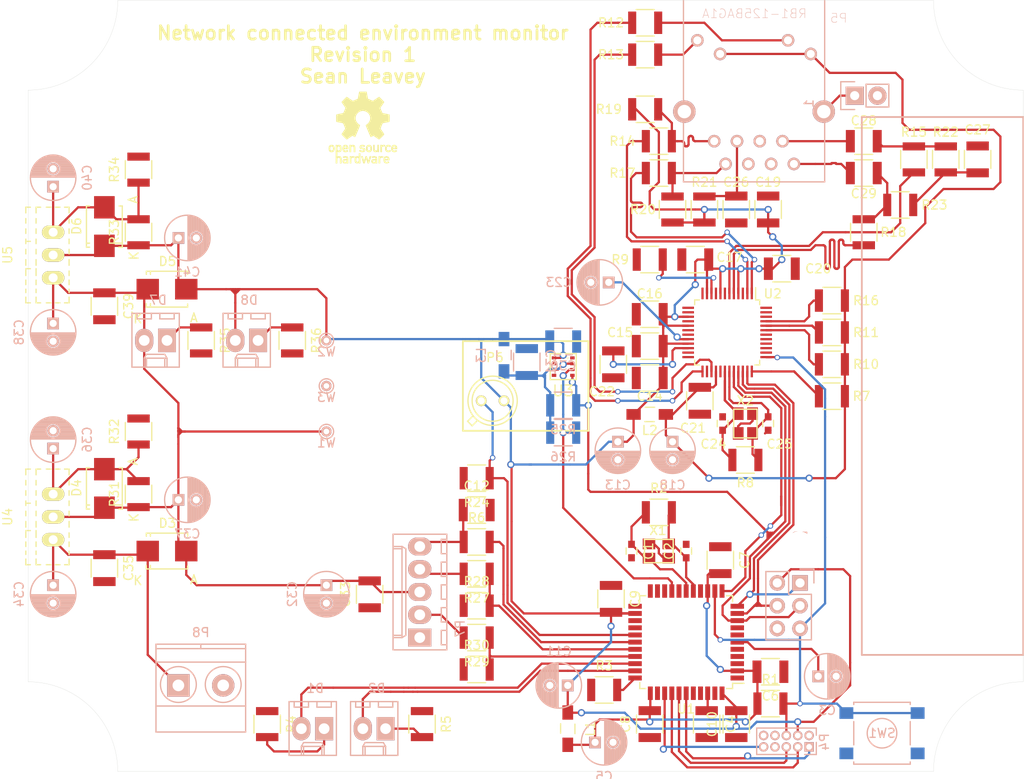
<source format=kicad_pcb>
(kicad_pcb (version 4) (host pcbnew 4.0.4+dfsg1-stable)
  (layers (0 F.Cu signal) (31 B.Cu signal hide) (34 B.Paste user) (35 F.Paste user) (36 B.SilkS user) (37 F.SilkS user) (38 B.Mask user) (39 F.Mask user) (44 Edge.Cuts user))
  (net 0 "")
  (net 1 "Net-(C1-Pad1)")
  (net 2 GND)
  (net 3 "Net-(C2-Pad1)")
  (net 4 "Net-(C3-Pad1)")
  (net 5 "Net-(C4-Pad1)")
  (net 6 /Microcontroller/3V3D)
  (net 7 /Microcontroller/3V3A)
  (net 8 /Microcontroller/P_THRESH)
  (net 9 "/Network I/O/3V3D")
  (net 10 "Net-(C22-Pad2)")
  (net 11 "Net-(C23-Pad1)")
  (net 12 "Net-(C24-Pad2)")
  (net 13 "Net-(C25-Pad2)")
  (net 14 "Net-(C26-Pad1)")
  (net 15 "Net-(C27-Pad1)")
  (net 16 /Sensors/3V3D)
  (net 17 "/Power Supply/5VA")
  (net 18 "/Power Supply/+6V")
  (net 19 "Net-(C36-Pad1)")
  (net 20 "Net-(C40-Pad1)")
  (net 21 "Net-(D1-Pad1)")
  (net 22 "Net-(D1-Pad2)")
  (net 23 "Net-(D2-Pad1)")
  (net 24 "Net-(D2-Pad2)")
  (net 25 "Net-(D7-Pad1)")
  (net 26 "Net-(D8-Pad1)")
  (net 27 "Net-(JP1-Pad1)")
  (net 28 /Microcontroller/MISO)
  (net 29 /Microcontroller/SCLK)
  (net 30 /Microcontroller/MOSI)
  (net 31 /Microcontroller/~RESET)
  (net 32 "Net-(P4-Pad1)")
  (net 33 "Net-(P4-Pad3)")
  (net 34 "Net-(P4-Pad5)")
  (net 35 "Net-(P4-Pad7)")
  (net 36 "Net-(P4-Pad9)")
  (net 37 "Net-(P4-Pad8)")
  (net 38 "Net-(P5-PadR6)")
  (net 39 "Net-(P5-PadR5)")
  (net 40 "Net-(P5-PadR4)")
  (net 41 "/Network I/O/ACTLED")
  (net 42 "/Network I/O/LINKLED")
  (net 43 /Microcontroller/LDR_OUT)
  (net 44 "Net-(P7-Pad2)")
  (net 45 "Net-(P7-Pad4)")
  (net 46 "Net-(R3-Pad2)")
  (net 47 "Net-(R6-Pad2)")
  (net 48 "Net-(R7-Pad2)")
  (net 49 "Net-(R9-Pad2)")
  (net 50 "Net-(R10-Pad2)")
  (net 51 "Net-(R11-Pad2)")
  (net 52 "Net-(R12-Pad2)")
  (net 53 "Net-(R13-Pad2)")
  (net 54 "Net-(R16-Pad2)")
  (net 55 /Microcontroller/SDA)
  (net 56 /Microcontroller/P_OUT_1)
  (net 57 /Microcontroller/P_OUT_2)
  (net 58 "Net-(U1-Pad3)")
  (net 59 "Net-(U1-Pad4)")
  (net 60 "Net-(U1-Pad7)")
  (net 61 "Net-(U1-Pad8)")
  (net 62 /Microcontroller/SS_PHY)
  (net 63 "Net-(U2-Pad7)")
  (net 64 "Net-(U2-Pad12)")
  (net 65 "Net-(U2-Pad13)")
  (net 66 "Net-(U2-Pad18)")
  (net 67 "Net-(U2-Pad23)")
  (net 68 "Net-(U2-Pad24)")
  (net 69 "Net-(U2-Pad26)")
  (net 70 "Net-(U2-Pad38)")
  (net 71 "Net-(U2-Pad39)")
  (net 72 "Net-(U2-Pad40)")
  (net 73 "Net-(U2-Pad41)")
  (net 74 "Net-(U2-Pad42)")
  (net 75 "Net-(U2-Pad46)")
  (net 76 "Net-(U2-Pad47)")
  (net 77 "/Network I/O/RX2+")
  (net 78 "/Network I/O/RX1+")
  (net 79 "/Network I/O/RX2-")
  (net 80 "/Network I/O/RX1-")
  (net 81 "/Network I/O/TX1-")
  (net 82 "/Network I/O/TX1+")
  (net 83 "Net-(U1-Pad1)")
  (net 84 "Net-(U1-Pad18)")
  (net 85 "Net-(U1-Pad20)")
  (net 86 "Net-(U1-Pad21)")
  (net 87 "Net-(U1-Pad22)")
  (net 88 "Net-(U1-Pad25)")
  (net 89 "Net-(U1-Pad26)")
  (net 90 "Net-(U1-Pad40)")
  (net 91 "Net-(U1-Pad41)")
  (net 92 "Net-(P5-PadS1)")
  (net 93 "/Network I/O/TX+")
  (net 94 "/Network I/O/RX+")
  (net 95 "/Network I/O/TX-")
  (net 96 "/Network I/O/RX-")
  (module Capacitors_ThroughHole:C_Radial_D5_L11_P2 (layer B.Cu) (at 189.484 133.35)
    (fp_text reference C3 (at 1 3.8) (layer B.SilkS) (effects (justify mirror)))
    (fp_text value 10u)
    (pad 1 thru_hole rect (at 0 0) (size 1.3 1.3) (drill 0.8) (layers *.Cu *.Mask B.SilkS) (net 4 "Net-(C3-Pad1)"))
    (pad 2 thru_hole circle (at 2 0) (size 1.3 1.3) (drill 0.8) (layers *.Cu *.Mask B.SilkS) (net 2 GND))
  )
  (module Capacitors_ThroughHole:C_Radial_D5_L11_P2 (layer B.Cu) (at 164.592 140.716)
    (fp_text reference C5 (at 1 3.8) (layer B.SilkS) (effects (justify mirror)))
    (fp_text value 10u)
    (pad 1 thru_hole rect (at 0 0) (size 1.3 1.3) (drill 0.8) (layers *.Cu *.Mask B.SilkS) (net 6 /Microcontroller/3V3D))
    (pad 2 thru_hole circle (at 2 0) (size 1.3 1.3) (drill 0.8) (layers *.Cu *.Mask B.SilkS) (net 2 GND))
  )
  (module Capacitors_ThroughHole:C_Radial_D5_L11_P2 (layer B.Cu) (at 161.544 134.366 180)
    (fp_text reference C11 (at 1 3.8 180) (layer B.SilkS) (effects (justify mirror)))
    (fp_text value 10u)
    (pad 1 thru_hole rect (at 0 0 180) (size 1.3 1.3) (drill 0.8) (layers *.Cu *.Mask B.SilkS) (net 7 /Microcontroller/3V3A))
    (pad 2 thru_hole circle (at 2 0 180) (size 1.3 1.3) (drill 0.8) (layers *.Cu *.Mask B.SilkS) (net 2 GND))
  )
  (module Capacitors_ThroughHole:C_Radial_D5_L11_P2 (layer B.Cu) (at 167.132 107.188 270)
    (fp_text reference C13 (at 4.826 0 360) (layer B.SilkS) (effects (justify mirror)))
    (fp_text value 10u)
    (pad 1 thru_hole rect (at 0 0 270) (size 1.3 1.3) (drill 0.8) (layers *.Cu *.Mask B.SilkS) (net 7 /Microcontroller/3V3A))
    (pad 2 thru_hole circle (at 2 0 270) (size 1.3 1.3) (drill 0.8) (layers *.Cu *.Mask B.SilkS) (net 2 GND))
  )
  (module Capacitors_ThroughHole:C_Radial_D5_L11_P2 (layer B.Cu) (at 173.228 107.188 270)
    (fp_text reference C18 (at 4.826 0 360) (layer B.SilkS) (effects (justify mirror)))
    (fp_text value 10u)
    (pad 1 thru_hole rect (at 0 0 270) (size 1.3 1.3) (drill 0.8) (layers *.Cu *.Mask B.SilkS) (net 9 "/Network I/O/3V3D"))
    (pad 2 thru_hole circle (at 2 0 270) (size 1.3 1.3) (drill 0.8) (layers *.Cu *.Mask B.SilkS) (net 2 GND))
  )
  (module Capacitors_ThroughHole:C_Radial_D5_L11_P2 (layer B.Cu) (at 166.116 89.408 180)
    (fp_text reference C23 (at 5.588 0 180) (layer B.SilkS) (effects (justify mirror)))
    (fp_text value 4u7)
    (pad 1 thru_hole rect (at 0 0 180) (size 1.3 1.3) (drill 0.8) (layers *.Cu *.Mask B.SilkS) (net 11 "Net-(C23-Pad1)"))
    (pad 2 thru_hole circle (at 2 0 180) (size 1.3 1.3) (drill 0.8) (layers *.Cu *.Mask B.SilkS) (net 2 GND))
  )
  (module Capacitors_ThroughHole:C_Radial_D5_L11_P2 (layer B.Cu) (at 134.62 123.19 270)
    (fp_text reference C32 (at 1 3.8 270) (layer B.SilkS) (effects (justify mirror)))
    (fp_text value 10u)
    (pad 1 thru_hole rect (at 0 0 270) (size 1.3 1.3) (drill 0.8) (layers *.Cu *.Mask B.SilkS) (net 17 "/Power Supply/5VA"))
    (pad 2 thru_hole circle (at 2 0 270) (size 1.3 1.3) (drill 0.8) (layers *.Cu *.Mask B.SilkS) (net 2 GND))
  )
  (module Capacitors_ThroughHole:C_Radial_D5_L11_P2 (layer B.Cu) (at 104.14 123.19 270)
    (fp_text reference C34 (at 1 3.8 270) (layer B.SilkS) (effects (justify mirror)))
    (fp_text value 10u)
    (pad 1 thru_hole rect (at 0 0 270) (size 1.3 1.3) (drill 0.8) (layers *.Cu *.Mask B.SilkS) (net 18 "/Power Supply/+6V"))
    (pad 2 thru_hole circle (at 2 0 270) (size 1.3 1.3) (drill 0.8) (layers *.Cu *.Mask B.SilkS) (net 2 GND))
  )
  (module Capacitors_ThroughHole:C_Radial_D5_L11_P2 (layer B.Cu) (at 104.14 107.95 90)
    (fp_text reference C36 (at 1 3.8 90) (layer B.SilkS) (effects (justify mirror)))
    (fp_text value 10u)
    (pad 1 thru_hole rect (at 0 0 90) (size 1.3 1.3) (drill 0.8) (layers *.Cu *.Mask B.SilkS) (net 19 "Net-(C36-Pad1)"))
    (pad 2 thru_hole circle (at 2 0 90) (size 1.3 1.3) (drill 0.8) (layers *.Cu *.Mask B.SilkS) (net 2 GND))
  )
  (module Capacitors_ThroughHole:C_Radial_D5_L11_P2 (layer B.Cu) (at 118.11 113.665)
    (fp_text reference C37 (at 1 3.8) (layer B.SilkS) (effects (justify mirror)))
    (fp_text value 10u)
    (pad 1 thru_hole rect (at 0 0) (size 1.3 1.3) (drill 0.8) (layers *.Cu *.Mask B.SilkS) (net 17 "/Power Supply/5VA"))
    (pad 2 thru_hole circle (at 2 0) (size 1.3 1.3) (drill 0.8) (layers *.Cu *.Mask B.SilkS) (net 2 GND))
  )
  (module Capacitors_ThroughHole:C_Radial_D5_L11_P2 (layer B.Cu) (at 104.14 93.98 270)
    (fp_text reference C38 (at 1 3.8 270) (layer B.SilkS) (effects (justify mirror)))
    (fp_text value 10u)
    (pad 1 thru_hole rect (at 0 0 270) (size 1.3 1.3) (drill 0.8) (layers *.Cu *.Mask B.SilkS) (net 17 "/Power Supply/5VA"))
    (pad 2 thru_hole circle (at 2 0 270) (size 1.3 1.3) (drill 0.8) (layers *.Cu *.Mask B.SilkS) (net 2 GND))
  )
  (module Capacitors_ThroughHole:C_Radial_D5_L11_P2 (layer B.Cu) (at 104.14 78.74 90)
    (fp_text reference C40 (at 1 3.8 90) (layer B.SilkS) (effects (justify mirror)))
    (fp_text value 10u)
    (pad 1 thru_hole rect (at 0 0 90) (size 1.3 1.3) (drill 0.8) (layers *.Cu *.Mask B.SilkS) (net 20 "Net-(C40-Pad1)"))
    (pad 2 thru_hole circle (at 2 0 90) (size 1.3 1.3) (drill 0.8) (layers *.Cu *.Mask B.SilkS) (net 2 GND))
  )
  (module Capacitors_ThroughHole:C_Radial_D5_L11_P2 (layer B.Cu) (at 118.11 84.455)
    (fp_text reference C41 (at 1 3.8) (layer B.SilkS) (effects (justify mirror)))
    (fp_text value 10u)
    (pad 1 thru_hole rect (at 0 0) (size 1.3 1.3) (drill 0.8) (layers *.Cu *.Mask B.SilkS) (net 7 /Microcontroller/3V3A))
    (pad 2 thru_hole circle (at 2 0) (size 1.3 1.3) (drill 0.8) (layers *.Cu *.Mask B.SilkS) (net 2 GND))
  )
  (module Connectors_Molex:Molex_KK-6410-02_02x2.54mm_Straight (layer B.Cu) (at 134.366 139.192 180)
    (fp_text reference D1 (at 1 4.5 180) (layer B.SilkS) (effects (justify mirror)))
    (fp_text value "Status 1")
    (pad 1 thru_hole rect (at 0 0 180) (size 2 2.6) (drill 1.2) (layers *.Cu *.Mask B.SilkS) (net 21 "Net-(D1-Pad1)"))
    (pad 2 thru_hole oval (at 2.54 0 180) (size 2 2.6) (drill 1.2) (layers *.Cu *.Mask B.SilkS) (net 22 "Net-(D1-Pad2)"))
  )
  (module Connectors_Molex:Molex_KK-6410-02_02x2.54mm_Straight (layer B.Cu) (at 141.224 139.192 180)
    (fp_text reference D2 (at 1 4.5 180) (layer B.SilkS) (effects (justify mirror)))
    (fp_text value "Status 2")
    (pad 1 thru_hole rect (at 0 0 180) (size 2 2.6) (drill 1.2) (layers *.Cu *.Mask B.SilkS) (net 23 "Net-(D2-Pad1)"))
    (pad 2 thru_hole oval (at 2.54 0 180) (size 2 2.6) (drill 1.2) (layers *.Cu *.Mask B.SilkS) (net 24 "Net-(D2-Pad2)"))
  )
  (module Connectors_Molex:Molex_KK-6410-02_02x2.54mm_Straight (layer B.Cu) (at 116.84 95.885 180)
    (fp_text reference D7 (at 1 4.5 180) (layer B.SilkS) (effects (justify mirror)))
    (fp_text value LED_5V)
    (pad 1 thru_hole rect (at 0 0 180) (size 2 2.6) (drill 1.2) (layers *.Cu *.Mask B.SilkS) (net 25 "Net-(D7-Pad1)"))
    (pad 2 thru_hole oval (at 2.54 0 180) (size 2 2.6) (drill 1.2) (layers *.Cu *.Mask B.SilkS) (net 17 "/Power Supply/5VA"))
  )
  (module Connectors_Molex:Molex_KK-6410-02_02x2.54mm_Straight (layer B.Cu) (at 127 95.885 180)
    (fp_text reference D8 (at 1 4.5 180) (layer B.SilkS) (effects (justify mirror)))
    (fp_text value LED_3V3)
    (pad 1 thru_hole rect (at 0 0 180) (size 2 2.6) (drill 1.2) (layers *.Cu *.Mask B.SilkS) (net 26 "Net-(D8-Pad1)"))
    (pad 2 thru_hole oval (at 2.54 0 180) (size 2 2.6) (drill 1.2) (layers *.Cu *.Mask B.SilkS) (net 7 /Microcontroller/3V3A))
  )
  (module Pin_Headers:Pin_Header_Straight_1x02 (layer B.Cu) (at 193.548 68.58 270)
    (fp_text reference JP1 (at 0 5.1 270) (layer B.SilkS) (effects (justify mirror)))
    (fp_text value "Shield ground")
    (pad 1 thru_hole rect (at 0 0 270) (size 2.032 2.032) (drill 1.016) (layers *.Cu *.Mask B.SilkS) (net 27 "Net-(JP1-Pad1)"))
    (pad 2 thru_hole oval (at 0 -2.54 270) (size 2.032 2.032) (drill 1.016) (layers *.Cu *.Mask B.SilkS) (net 2 GND))
  )
  (module Pin_Headers:Pin_Header_Straight_2x03 (layer B.Cu) (at 187.452 122.936 180)
    (fp_text reference P2 (at 0 5.1 180) (layer B.SilkS) (effects (justify mirror)))
    (fp_text value ICSP)
    (pad 1 thru_hole rect (at 0 0 180) (size 1.7272 1.7272) (drill 1.016) (layers *.Cu *.Mask B.SilkS) (net 28 /Microcontroller/MISO))
    (pad 2 thru_hole oval (at 2.54 0 180) (size 1.7272 1.7272) (drill 1.016) (layers *.Cu *.Mask B.SilkS) (net 7 /Microcontroller/3V3A))
    (pad 3 thru_hole oval (at 0 -2.54 180) (size 1.7272 1.7272) (drill 1.016) (layers *.Cu *.Mask B.SilkS) (net 29 /Microcontroller/SCLK))
    (pad 4 thru_hole oval (at 2.54 -2.54 180) (size 1.7272 1.7272) (drill 1.016) (layers *.Cu *.Mask B.SilkS) (net 30 /Microcontroller/MOSI))
    (pad 5 thru_hole oval (at 0 -5.08 180) (size 1.7272 1.7272) (drill 1.016) (layers *.Cu *.Mask B.SilkS) (net 31 /Microcontroller/~RESET))
    (pad 6 thru_hole oval (at 2.54 -5.08 180) (size 1.7272 1.7272) (drill 1.016) (layers *.Cu *.Mask B.SilkS) (net 2 GND))
  )
  (module Pin_Headers:Pin_Header_Straight_2x05_Pitch1.27mm (layer B.Cu) (at 188.468 141.224 90)
    (fp_text reference P4 (at 0.55 1.7 90) (layer B.SilkS) (effects (justify mirror)))
    (fp_text value JTAG)
    (pad 1 thru_hole rect (at 0 0 90) (size 1.05 1.05) (drill 0.65) (layers *.Cu *.Mask B.SilkS) (net 32 "Net-(P4-Pad1)"))
    (pad 3 thru_hole circle (at 0 -1.27 90) (size 1.05 1.05) (drill 0.65) (layers *.Cu *.Mask B.SilkS) (net 33 "Net-(P4-Pad3)"))
    (pad 5 thru_hole circle (at 0 -2.54 90) (size 1.05 1.05) (drill 0.65) (layers *.Cu *.Mask B.SilkS) (net 34 "Net-(P4-Pad5)"))
    (pad 7 thru_hole circle (at 0 -3.81 90) (size 1.05 1.05) (drill 0.65) (layers *.Cu *.Mask B.SilkS) (net 35 "Net-(P4-Pad7)"))
    (pad 9 thru_hole circle (at 0 -5.08 90) (size 1.05 1.05) (drill 0.65) (layers *.Cu *.Mask B.SilkS) (net 36 "Net-(P4-Pad9)"))
    (pad 4 thru_hole circle (at 1.27 -1.27 90) (size 1.05 1.05) (drill 0.65) (layers *.Cu *.Mask B.SilkS) (net 7 /Microcontroller/3V3A))
    (pad 6 thru_hole circle (at 1.27 -2.54 90) (size 1.05 1.05) (drill 0.65) (layers *.Cu *.Mask B.SilkS) (net 31 /Microcontroller/~RESET))
    (pad 8 thru_hole circle (at 1.27 -3.81 90) (size 1.05 1.05) (drill 0.65) (layers *.Cu *.Mask B.SilkS) (net 37 "Net-(P4-Pad8)"))
    (pad 10 thru_hole circle (at 1.27 -5.08 90) (size 1.05 1.05) (drill 0.65) (layers *.Cu *.Mask B.SilkS) (net 2 GND))
    (pad 2 thru_hole circle (at 1.27 0 90) (size 1.05 1.05) (drill 0.65) (layers *.Cu *.Mask B.SilkS) (net 2 GND))
  )
  (module TO_SOT_Packages_THT:TO-18_2Pin (layer F.Cu) (at 153.162 102.616)
    (fp_text reference P6 (at 0.254 -4.826) (layer F.SilkS))
    (fp_text value NSL-19M51)
    (pad 2 thru_hole circle (at -1.27 0) (size 1.2 1.2) (drill 0.8) (layers *.Cu *.Mask F.SilkS) (net 43 /Microcontroller/LDR_OUT))
    (pad 1 thru_hole circle (at 1.27 0) (size 1.2 1.2) (drill 0.8) (layers *.Cu *.Mask F.SilkS) (net 7 /Microcontroller/3V3A))
  )
  (module Connectors_Molex:Molex_KK-6410-05_05x2.54mm_Straight (layer B.Cu) (at 145.034 129.032 90)
    (fp_text reference P7 (at 1 4.5 90) (layer B.SilkS) (effects (justify mirror)))
    (fp_text value PPD42)
    (pad 1 thru_hole rect (at 0 0 90) (size 2 2.6) (drill 1.2) (layers *.Cu *.Mask B.SilkS) (net 2 GND))
    (pad 2 thru_hole oval (at 2.54 0 90) (size 2 2.6) (drill 1.2) (layers *.Cu *.Mask B.SilkS) (net 44 "Net-(P7-Pad2)"))
    (pad 3 thru_hole oval (at 5.08 0 90) (size 2 2.6) (drill 1.2) (layers *.Cu *.Mask B.SilkS) (net 17 "/Power Supply/5VA"))
    (pad 4 thru_hole oval (at 7.62 0 90) (size 2 2.6) (drill 1.2) (layers *.Cu *.Mask B.SilkS) (net 45 "Net-(P7-Pad4)"))
    (pad 5 thru_hole oval (at 10.16 0 90) (size 2 2.6) (drill 1.2) (layers *.Cu *.Mask B.SilkS) (net 8 /Microcontroller/P_THRESH))
  )
  (module Terminal_Blocks:TerminalBlock_Pheonix_MKDS1.5-2pol (layer B.Cu) (at 118.11 134.366)
    (fp_text reference P8 (at 2.5 -5.9) (layer B.SilkS) (effects (justify mirror)))
    (fp_text value POWER)
    (pad 1 thru_hole rect (at 0 0) (size 2.5 2.5) (drill 1.3) (layers *.Cu *.Mask B.SilkS) (net 18 "/Power Supply/+6V"))
    (pad 2 thru_hole circle (at 5 0) (size 2.5 2.5) (drill 1.3) (layers *.Cu *.Mask B.SilkS) (net 2 GND))
  )
  (module Buttons_Switches_SMD:SW_SPST_B3S-1000 (layer B.Cu) (at 196.596 139.7 180)
    (fp_text reference SW1 (at 0 0 180) (layer B.SilkS) (effects (justify mirror)))
    (fp_text value Reset)
    (pad 1 smd rect (at -3.975 2.25 180) (size 1.55 1.3) (layers B.Cu B.Paste B.Mask) (net 31 /Microcontroller/~RESET))
    (pad 1 smd rect (at 3.975 2.25 180) (size 1.55 1.3) (layers B.Cu B.Paste B.Mask) (net 31 /Microcontroller/~RESET))
    (pad 2 smd rect (at -3.975 -2.25 180) (size 1.55 1.3) (layers B.Cu B.Paste B.Mask) (net 2 GND))
    (pad 2 smd rect (at 3.975 -2.25 180) (size 1.55 1.3) (layers B.Cu B.Paste B.Mask) (net 2 GND))
  )
  (module Housings_QFP:TQFP-44_10x10mm_Pitch0.8mm (layer F.Cu) (at 174.752 129.54 180)
    (fp_text reference U1 (at 0 -7.45 180) (layer F.SilkS))
    (fp_text value ATMEGA32U4-AU)
    (pad 1 smd rect (at -5.7 -4 180) (size 1.5 0.55) (layers F.Cu F.Paste F.Mask) (net 83 "Net-(U1-Pad1)"))
    (pad 2 smd rect (at -5.7 -3.2 180) (size 1.5 0.55) (layers F.Cu F.Paste F.Mask) (net 6 /Microcontroller/3V3D))
    (pad 3 smd rect (at -5.7 -2.4 180) (size 1.5 0.55) (layers F.Cu F.Paste F.Mask) (net 58 "Net-(U1-Pad3)"))
    (pad 4 smd rect (at -5.7 -1.6 180) (size 1.5 0.55) (layers F.Cu F.Paste F.Mask) (net 59 "Net-(U1-Pad4)"))
    (pad 5 smd rect (at -5.7 -0.8 180) (size 1.5 0.55) (layers F.Cu F.Paste F.Mask) (net 2 GND))
    (pad 6 smd rect (at -5.7 0 180) (size 1.5 0.55) (layers F.Cu F.Paste F.Mask) (net 4 "Net-(C3-Pad1)"))
    (pad 7 smd rect (at -5.7 0.8 180) (size 1.5 0.55) (layers F.Cu F.Paste F.Mask) (net 60 "Net-(U1-Pad7)"))
    (pad 8 smd rect (at -5.7 1.6 180) (size 1.5 0.55) (layers F.Cu F.Paste F.Mask) (net 61 "Net-(U1-Pad8)"))
    (pad 9 smd rect (at -5.7 2.4 180) (size 1.5 0.55) (layers F.Cu F.Paste F.Mask) (net 29 /Microcontroller/SCLK))
    (pad 10 smd rect (at -5.7 3.2 180) (size 1.5 0.55) (layers F.Cu F.Paste F.Mask) (net 30 /Microcontroller/MOSI))
    (pad 11 smd rect (at -5.7 4 180) (size 1.5 0.55) (layers F.Cu F.Paste F.Mask) (net 28 /Microcontroller/MISO))
    (pad 12 smd rect (at -4 5.7 270) (size 1.5 0.55) (layers F.Cu F.Paste F.Mask) (net 62 /Microcontroller/SS_PHY))
    (pad 13 smd rect (at -3.2 5.7 270) (size 1.5 0.55) (layers F.Cu F.Paste F.Mask) (net 31 /Microcontroller/~RESET))
    (pad 14 smd rect (at -2.4 5.7 270) (size 1.5 0.55) (layers F.Cu F.Paste F.Mask) (net 6 /Microcontroller/3V3D))
    (pad 15 smd rect (at -1.6 5.7 270) (size 1.5 0.55) (layers F.Cu F.Paste F.Mask) (net 2 GND))
    (pad 16 smd rect (at -0.8 5.7 270) (size 1.5 0.55) (layers F.Cu F.Paste F.Mask) (net 3 "Net-(C2-Pad1)"))
    (pad 17 smd rect (at 0 5.7 270) (size 1.5 0.55) (layers F.Cu F.Paste F.Mask) (net 1 "Net-(C1-Pad1)"))
    (pad 18 smd rect (at 0.8 5.7 270) (size 1.5 0.55) (layers F.Cu F.Paste F.Mask) (net 84 "Net-(U1-Pad18)"))
    (pad 19 smd rect (at 1.6 5.7 270) (size 1.5 0.55) (layers F.Cu F.Paste F.Mask) (net 55 /Microcontroller/SDA))
    (pad 20 smd rect (at 2.4 5.7 270) (size 1.5 0.55) (layers F.Cu F.Paste F.Mask) (net 85 "Net-(U1-Pad20)"))
    (pad 21 smd rect (at 3.2 5.7 270) (size 1.5 0.55) (layers F.Cu F.Paste F.Mask) (net 86 "Net-(U1-Pad21)"))
    (pad 22 smd rect (at 4 5.7 270) (size 1.5 0.55) (layers F.Cu F.Paste F.Mask) (net 87 "Net-(U1-Pad22)"))
    (pad 23 smd rect (at 5.7 4 180) (size 1.5 0.55) (layers F.Cu F.Paste F.Mask) (net 2 GND))
    (pad 24 smd rect (at 5.7 3.2 180) (size 1.5 0.55) (layers F.Cu F.Paste F.Mask) (net 7 /Microcontroller/3V3A))
    (pad 25 smd rect (at 5.7 2.4 180) (size 1.5 0.55) (layers F.Cu F.Paste F.Mask) (net 88 "Net-(U1-Pad25)"))
    (pad 26 smd rect (at 5.7 1.6 180) (size 1.5 0.55) (layers F.Cu F.Paste F.Mask) (net 89 "Net-(U1-Pad26)"))
    (pad 27 smd rect (at 5.7 0.8 180) (size 1.5 0.55) (layers F.Cu F.Paste F.Mask) (net 43 /Microcontroller/LDR_OUT))
    (pad 28 smd rect (at 5.7 0 180) (size 1.5 0.55) (layers F.Cu F.Paste F.Mask) (net 47 "Net-(R6-Pad2)"))
    (pad 29 smd rect (at 5.7 -0.8 180) (size 1.5 0.55) (layers F.Cu F.Paste F.Mask) (net 56 /Microcontroller/P_OUT_1))
    (pad 30 smd rect (at 5.7 -1.6 180) (size 1.5 0.55) (layers F.Cu F.Paste F.Mask) (net 57 /Microcontroller/P_OUT_2))
    (pad 31 smd rect (at 5.7 -2.4 180) (size 1.5 0.55) (layers F.Cu F.Paste F.Mask) (net 22 "Net-(D1-Pad2)"))
    (pad 32 smd rect (at 5.7 -3.2 180) (size 1.5 0.55) (layers F.Cu F.Paste F.Mask) (net 24 "Net-(D2-Pad2)"))
    (pad 33 smd rect (at 5.7 -4 180) (size 1.5 0.55) (layers F.Cu F.Paste F.Mask) (net 46 "Net-(R3-Pad2)"))
    (pad 34 smd rect (at 4 -5.7 270) (size 1.5 0.55) (layers F.Cu F.Paste F.Mask) (net 6 /Microcontroller/3V3D))
    (pad 35 smd rect (at 3.2 -5.7 270) (size 1.5 0.55) (layers F.Cu F.Paste F.Mask) (net 2 GND))
    (pad 36 smd rect (at 2.4 -5.7 270) (size 1.5 0.55) (layers F.Cu F.Paste F.Mask) (net 36 "Net-(P4-Pad9)"))
    (pad 37 smd rect (at 1.6 -5.7 270) (size 1.5 0.55) (layers F.Cu F.Paste F.Mask) (net 33 "Net-(P4-Pad3)"))
    (pad 38 smd rect (at 0.8 -5.7 270) (size 1.5 0.55) (layers F.Cu F.Paste F.Mask) (net 34 "Net-(P4-Pad5)"))
    (pad 39 smd rect (at 0 -5.7 270) (size 1.5 0.55) (layers F.Cu F.Paste F.Mask) (net 32 "Net-(P4-Pad1)"))
    (pad 40 smd rect (at -0.8 -5.7 270) (size 1.5 0.55) (layers F.Cu F.Paste F.Mask) (net 90 "Net-(U1-Pad40)"))
    (pad 41 smd rect (at -1.6 -5.7 270) (size 1.5 0.55) (layers F.Cu F.Paste F.Mask) (net 91 "Net-(U1-Pad41)"))
    (pad 42 smd rect (at -2.4 -5.7 270) (size 1.5 0.55) (layers F.Cu F.Paste F.Mask) (net 5 "Net-(C4-Pad1)"))
    (pad 43 smd rect (at -3.2 -5.7 270) (size 1.5 0.55) (layers F.Cu F.Paste F.Mask) (net 2 GND))
    (pad 44 smd rect (at -4 -5.7 270) (size 1.5 0.55) (layers F.Cu F.Paste F.Mask) (net 7 /Microcontroller/3V3A))
  )
  (module Housings_QFP:LQFP-48_7x7mm_Pitch0.5mm (layer F.Cu) (at 179.324 94.996 270)
    (fp_text reference U2 (at -4.318 -5.08 360) (layer F.SilkS))
    (fp_text value W5500)
    (pad 1 smd rect (at -4.35 -2.75 270) (size 1.3 0.25) (layers F.Cu F.Paste F.Mask) (net 95 "/Network I/O/TX-"))
    (pad 2 smd rect (at -4.35 -2.25 270) (size 1.3 0.25) (layers F.Cu F.Paste F.Mask) (net 93 "/Network I/O/TX+"))
    (pad 3 smd rect (at -4.35 -1.75 270) (size 1.3 0.25) (layers F.Cu F.Paste F.Mask) (net 2 GND))
    (pad 4 smd rect (at -4.35 -1.25 270) (size 1.3 0.25) (layers F.Cu F.Paste F.Mask) (net 7 /Microcontroller/3V3A))
    (pad 5 smd rect (at -4.35 -0.75 270) (size 1.3 0.25) (layers F.Cu F.Paste F.Mask) (net 96 "/Network I/O/RX-"))
    (pad 6 smd rect (at -4.35 -0.25 270) (size 1.3 0.25) (layers F.Cu F.Paste F.Mask) (net 94 "/Network I/O/RX+"))
    (pad 7 smd rect (at -4.35 0.25 270) (size 1.3 0.25) (layers F.Cu F.Paste F.Mask) (net 63 "Net-(U2-Pad7)"))
    (pad 8 smd rect (at -4.35 0.75 270) (size 1.3 0.25) (layers F.Cu F.Paste F.Mask) (net 7 /Microcontroller/3V3A))
    (pad 9 smd rect (at -4.35 1.25 270) (size 1.3 0.25) (layers F.Cu F.Paste F.Mask) (net 2 GND))
    (pad 10 smd rect (at -4.35 1.75 270) (size 1.3 0.25) (layers F.Cu F.Paste F.Mask) (net 49 "Net-(R9-Pad2)"))
    (pad 11 smd rect (at -4.35 2.25 270) (size 1.3 0.25) (layers F.Cu F.Paste F.Mask) (net 7 /Microcontroller/3V3A))
    (pad 12 smd rect (at -4.35 2.75 270) (size 1.3 0.25) (layers F.Cu F.Paste F.Mask) (net 64 "Net-(U2-Pad12)"))
    (pad 13 smd rect (at -2.75 4.35) (size 1.3 0.25) (layers F.Cu F.Paste F.Mask) (net 65 "Net-(U2-Pad13)"))
    (pad 14 smd rect (at -2.25 4.35) (size 1.3 0.25) (layers F.Cu F.Paste F.Mask) (net 2 GND))
    (pad 15 smd rect (at -1.75 4.35) (size 1.3 0.25) (layers F.Cu F.Paste F.Mask) (net 7 /Microcontroller/3V3A))
    (pad 16 smd rect (at -1.25 4.35) (size 1.3 0.25) (layers F.Cu F.Paste F.Mask) (net 2 GND))
    (pad 17 smd rect (at -0.75 4.35) (size 1.3 0.25) (layers F.Cu F.Paste F.Mask) (net 7 /Microcontroller/3V3A))
    (pad 18 smd rect (at -0.25 4.35) (size 1.3 0.25) (layers F.Cu F.Paste F.Mask) (net 66 "Net-(U2-Pad18)"))
    (pad 19 smd rect (at 0.25 4.35) (size 1.3 0.25) (layers F.Cu F.Paste F.Mask) (net 2 GND))
    (pad 20 smd rect (at 0.75 4.35) (size 1.3 0.25) (layers F.Cu F.Paste F.Mask) (net 11 "Net-(C23-Pad1)"))
    (pad 21 smd rect (at 1.25 4.35) (size 1.3 0.25) (layers F.Cu F.Paste F.Mask) (net 7 /Microcontroller/3V3A))
    (pad 22 smd rect (at 1.75 4.35) (size 1.3 0.25) (layers F.Cu F.Paste F.Mask) (net 10 "Net-(C22-Pad2)"))
    (pad 23 smd rect (at 2.25 4.35) (size 1.3 0.25) (layers F.Cu F.Paste F.Mask) (net 67 "Net-(U2-Pad23)"))
    (pad 24 smd rect (at 2.75 4.35) (size 1.3 0.25) (layers F.Cu F.Paste F.Mask) (net 68 "Net-(U2-Pad24)"))
    (pad 25 smd rect (at 4.35 2.75 270) (size 1.3 0.25) (layers F.Cu F.Paste F.Mask) (net 52 "Net-(R12-Pad2)"))
    (pad 26 smd rect (at 4.35 2.25 270) (size 1.3 0.25) (layers F.Cu F.Paste F.Mask) (net 69 "Net-(U2-Pad26)"))
    (pad 27 smd rect (at 4.35 1.75 270) (size 1.3 0.25) (layers F.Cu F.Paste F.Mask) (net 53 "Net-(R13-Pad2)"))
    (pad 28 smd rect (at 4.35 1.25 270) (size 1.3 0.25) (layers F.Cu F.Paste F.Mask) (net 9 "/Network I/O/3V3D"))
    (pad 29 smd rect (at 4.35 0.75 270) (size 1.3 0.25) (layers F.Cu F.Paste F.Mask) (net 2 GND))
    (pad 30 smd rect (at 4.35 0.25 270) (size 1.3 0.25) (layers F.Cu F.Paste F.Mask) (net 12 "Net-(C24-Pad2)"))
    (pad 31 smd rect (at 4.35 -0.25 270) (size 1.3 0.25) (layers F.Cu F.Paste F.Mask) (net 13 "Net-(C25-Pad2)"))
    (pad 32 smd rect (at 4.35 -0.75 270) (size 1.3 0.25) (layers F.Cu F.Paste F.Mask) (net 62 /Microcontroller/SS_PHY))
    (pad 33 smd rect (at 4.35 -1.25 270) (size 1.3 0.25) (layers F.Cu F.Paste F.Mask) (net 29 /Microcontroller/SCLK))
    (pad 34 smd rect (at 4.35 -1.75 270) (size 1.3 0.25) (layers F.Cu F.Paste F.Mask) (net 28 /Microcontroller/MISO))
    (pad 35 smd rect (at 4.35 -2.25 270) (size 1.3 0.25) (layers F.Cu F.Paste F.Mask) (net 30 /Microcontroller/MOSI))
    (pad 36 smd rect (at 4.35 -2.75 270) (size 1.3 0.25) (layers F.Cu F.Paste F.Mask) (net 48 "Net-(R7-Pad2)"))
    (pad 37 smd rect (at 2.75 -4.35) (size 1.3 0.25) (layers F.Cu F.Paste F.Mask) (net 31 /Microcontroller/~RESET))
    (pad 38 smd rect (at 2.25 -4.35) (size 1.3 0.25) (layers F.Cu F.Paste F.Mask) (net 70 "Net-(U2-Pad38)"))
    (pad 39 smd rect (at 1.75 -4.35) (size 1.3 0.25) (layers F.Cu F.Paste F.Mask) (net 71 "Net-(U2-Pad39)"))
    (pad 40 smd rect (at 1.25 -4.35) (size 1.3 0.25) (layers F.Cu F.Paste F.Mask) (net 72 "Net-(U2-Pad40)"))
    (pad 41 smd rect (at 0.75 -4.35) (size 1.3 0.25) (layers F.Cu F.Paste F.Mask) (net 73 "Net-(U2-Pad41)"))
    (pad 42 smd rect (at 0.25 -4.35) (size 1.3 0.25) (layers F.Cu F.Paste F.Mask) (net 74 "Net-(U2-Pad42)"))
    (pad 43 smd rect (at -0.25 -4.35) (size 1.3 0.25) (layers F.Cu F.Paste F.Mask) (net 50 "Net-(R10-Pad2)"))
    (pad 44 smd rect (at -0.75 -4.35) (size 1.3 0.25) (layers F.Cu F.Paste F.Mask) (net 51 "Net-(R11-Pad2)"))
    (pad 45 smd rect (at -1.25 -4.35) (size 1.3 0.25) (layers F.Cu F.Paste F.Mask) (net 54 "Net-(R16-Pad2)"))
    (pad 46 smd rect (at -1.75 -4.35) (size 1.3 0.25) (layers F.Cu F.Paste F.Mask) (net 75 "Net-(U2-Pad46)"))
    (pad 47 smd rect (at -2.25 -4.35) (size 1.3 0.25) (layers F.Cu F.Paste F.Mask) (net 76 "Net-(U2-Pad47)"))
    (pad 48 smd rect (at -2.75 -4.35) (size 1.3 0.25) (layers F.Cu F.Paste F.Mask) (net 2 GND))
  )
  (module Bosch_Environment_Sensor:Bosch_BME280_LGA-8 (layer F.Cu) (at 161.036 98.806)
    (fp_text reference U3 (at 0 2.7 180) (layer F.SilkS) (effects (font (size 1.2 1.2))))
    (fp_text value Bosch_BME280)
    (pad 8 smd rect (at -1.025 -0.975 90) (size 0.35 0.5) (layers F.Cu F.Paste F.Mask) (net 7 /Microcontroller/3V3A))
    (pad 1 smd rect (at 1.025 -0.975 90) (size 0.35 0.5) (layers F.Cu F.Paste F.Mask) (net 2 GND))
    (pad 7 smd rect (at -1.025 -0.325 90) (size 0.35 0.5) (layers F.Cu F.Paste F.Mask) (net 2 GND))
    (pad 2 smd rect (at 1.025 -0.325 90) (size 0.35 0.5) (layers F.Cu F.Paste F.Mask) (net 16 /Sensors/3V3D))
    (pad 6 smd rect (at -1.025 0.325 90) (size 0.35 0.5) (layers F.Cu F.Paste F.Mask) (net 16 /Sensors/3V3D))
    (pad 3 smd rect (at 1.025 0.325 90) (size 0.35 0.5) (layers F.Cu F.Paste F.Mask) (net 55 /Microcontroller/SDA))
    (pad 5 smd rect (at -1.025 0.975 90) (size 0.35 0.5) (layers F.Cu F.Paste F.Mask) (net 2 GND))
    (pad 4 smd rect (at 1.025 0.975 90) (size 0.35 0.5) (layers F.Cu F.Paste F.Mask) (net 29 /Microcontroller/SCLK))
  )
  (module TO_SOT_Packages_THT:TO-220_Neutral123_Vertical_MountedFromLS (layer F.Cu) (at 104.14 115.57 90)
    (fp_text reference U4 (at 0 -5.08 90) (layer F.SilkS))
    (fp_text value LM317T)
    (pad 2 thru_hole oval (at 0 0 180) (size 2.49936 1.50114) (drill 1.00076) (layers *.Cu *.Mask F.SilkS) (net 17 "/Power Supply/5VA"))
    (pad 3 thru_hole oval (at -2.54 0 180) (size 2.49936 1.50114) (drill 1.00076) (layers *.Cu *.Mask F.SilkS) (net 18 "/Power Supply/+6V"))
    (pad 1 thru_hole oval (at 2.54 0 180) (size 2.49936 1.50114) (drill 1.00076) (layers *.Cu *.Mask F.SilkS) (net 19 "Net-(C36-Pad1)"))
  )
  (module TO_SOT_Packages_THT:TO-220_Neutral123_Vertical_MountedFromLS (layer F.Cu) (at 104.14 86.36 90)
    (fp_text reference U5 (at 0 -5.08 90) (layer F.SilkS))
    (fp_text value LM317T)
    (pad 2 thru_hole oval (at 0 0 180) (size 2.49936 1.50114) (drill 1.00076) (layers *.Cu *.Mask F.SilkS) (net 7 /Microcontroller/3V3A))
    (pad 3 thru_hole oval (at -2.54 0 180) (size 2.49936 1.50114) (drill 1.00076) (layers *.Cu *.Mask F.SilkS) (net 17 "/Power Supply/5VA"))
    (pad 1 thru_hole oval (at 2.54 0 180) (size 2.49936 1.50114) (drill 1.00076) (layers *.Cu *.Mask F.SilkS) (net 20 "Net-(C40-Pad1)"))
  )
  (module Connect:PINTST (layer B.Cu) (at 134.62 106.045)
    (fp_text reference W1 (at 0 1.26746) (layer B.SilkS) (effects (justify mirror)))
    (fp_text value TEST_5V)
    (pad 1 thru_hole circle (at 0 0) (size 1.143 1.143) (drill 0.635) (layers *.Cu *.Mask B.SilkS) (net 17 "/Power Supply/5VA"))
  )
  (module Connect:PINTST (layer B.Cu) (at 134.62 95.885)
    (fp_text reference W2 (at 0 1.26746) (layer B.SilkS) (effects (justify mirror)))
    (fp_text value TEST_3V3)
    (pad 1 thru_hole circle (at 0 0) (size 1.143 1.143) (drill 0.635) (layers *.Cu *.Mask B.SilkS) (net 7 /Microcontroller/3V3A))
  )
  (module Connect:PINTST (layer B.Cu) (at 134.62 100.965)
    (fp_text reference W3 (at 0 1.26746) (layer B.SilkS) (effects (justify mirror)))
    (fp_text value TEST_GND)
    (pad 1 thru_hole circle (at 0 0) (size 1.143 1.143) (drill 0.635) (layers *.Cu *.Mask B.SilkS) (net 2 GND))
  )
  (module Crystals:crystal_FA238-TSX3225 (layer F.Cu) (at 171.704 119.38)
    (fp_text reference X1 (at -0.1 -2.3) (layer F.SilkS))
    (fp_text value 16MHz)
    (pad 1 smd rect (at -1.1 0.8) (size 1.4 1.2) (layers F.Cu F.Paste F.Mask) (net 1 "Net-(C1-Pad1)"))
    (pad 3 smd rect (at 1.1 0.8) (size 1.4 1.2) (layers F.Cu F.Paste F.Mask) (net 2 GND))
    (pad 3 smd rect (at -1.1 -0.8) (size 1.4 1.2) (layers F.Cu F.Paste F.Mask) (net 2 GND))
    (pad 2 smd rect (at 1.1 -0.8) (size 1.4 1.2) (layers F.Cu F.Paste F.Mask) (net 3 "Net-(C2-Pad1)"))
  )
  (module Crystals:crystal_FA238-TSX3225 (layer F.Cu) (at 181.356 105.156 90)
    (fp_text reference X2 (at 2.54 0 180) (layer F.SilkS))
    (fp_text value 25MHz)
    (pad 1 smd rect (at -1.1 0.8 90) (size 1.4 1.2) (layers F.Cu F.Paste F.Mask) (net 13 "Net-(C25-Pad2)"))
    (pad 3 smd rect (at 1.1 0.8 90) (size 1.4 1.2) (layers F.Cu F.Paste F.Mask) (net 2 GND))
    (pad 3 smd rect (at -1.1 -0.8 90) (size 1.4 1.2) (layers F.Cu F.Paste F.Mask) (net 2 GND))
    (pad 2 smd rect (at 1.1 -0.8 90) (size 1.4 1.2) (layers F.Cu F.Paste F.Mask) (net 12 "Net-(C24-Pad2)"))
  )
  (module Symbols:OSHW-Logo_7.5x8mm_SilkScreen (layer F.Cu) (at 138.684 72.136)
    (fp_text reference REF*** hide)
    (fp_text value OSHW-Logo_7.5x8mm_SilkScreen hide)
  )
  (module Board_Outlines:111mmx86mm_holes (layer F.Cu) (at 156.845 100.965)
    (fp_text reference Ref** hide)
    (fp_text value Val** hide)
    (fp_line (start -45.5 -43) (end 45.5 -43) (layer Edge.Cuts) (width 0.025))
    (fp_line (start 55.5 -33) (end 55.5 33) (layer Edge.Cuts) (width 0.025))
    (fp_line (start 45.5 43) (end -45.5 43) (layer Edge.Cuts) (width 0.025))
    (fp_line (start -55.5 33) (end -55.5 -33) (layer Edge.Cuts) (width 0.025))
    (fp_arc (start 55.5 43) (end 45.5 43) (angle 90) (layer Edge.Cuts) (width 0.025))
    (fp_arc (start -55.5 43) (end -55.5 33) (angle 90) (layer Edge.Cuts) (width 0.025))
    (fp_arc (start -55.5 -43) (end -45.5 -43) (angle 90) (layer Edge.Cuts) (width 0.025))
    (fp_arc (start 55.5 -43) (end 55.5 -33) (angle 90) (layer Edge.Cuts) (width 0.025))
    (pad "" np_thru_hole circle (at -30.5 -18) (size 3.5 3.5) (drill 3.5) (layers *.Cu *.Mask))
    (pad "" np_thru_hole circle (at 30.5 -18) (size 3.5 3.5) (drill 3.5) (layers *.Cu *.Mask))
    (pad "" np_thru_hole circle (at 30.5 18) (size 3.5 3.5) (drill 3.5) (layers *.Cu *.Mask))
    (pad "" np_thru_hole circle (at -30.5 18) (size 3.5 3.5) (drill 3.5) (layers *.Cu *.Mask))
  )
  (module Capacitors_SMD:C_0603 (layer F.Cu) (at 168.656 119.38 270)
    (fp_text reference C1 (at 0 -1.9 270) (layer F.SilkS))
    (fp_text value 12p)
    (pad 1 smd rect (at -0.75 0 270) (size 0.8 0.75) (layers F.Cu F.Paste F.Mask) (net 1 "Net-(C1-Pad1)"))
    (pad 2 smd rect (at 0.75 0 270) (size 0.8 0.75) (layers F.Cu F.Paste F.Mask) (net 2 GND))
  )
  (module Capacitors_SMD:C_0603 (layer F.Cu) (at 174.752 119.38 90)
    (fp_text reference C2 (at 0 -1.9 90) (layer F.SilkS))
    (fp_text value 12p)
    (pad 1 smd rect (at -0.75 0 90) (size 0.8 0.75) (layers F.Cu F.Paste F.Mask) (net 3 "Net-(C2-Pad1)"))
    (pad 2 smd rect (at 0.75 0 90) (size 0.8 0.75) (layers F.Cu F.Paste F.Mask) (net 2 GND))
  )
  (module Capacitors_SMD:C_1210 (layer F.Cu) (at 177.038 138.684 270)
    (fp_text reference C4 (at 0 -2.7 270) (layer F.SilkS))
    (fp_text value 100n)
    (pad 1 smd rect (at -1.5 0 270) (size 1 2.5) (layers F.Cu F.Paste F.Mask) (net 5 "Net-(C4-Pad1)"))
    (pad 2 smd rect (at 1.5 0 270) (size 1 2.5) (layers F.Cu F.Paste F.Mask) (net 2 GND))
  )
  (module Capacitors_SMD:C_1210 (layer F.Cu) (at 184.15 132.842 180)
    (fp_text reference C6 (at 0 -2.7 180) (layer F.SilkS))
    (fp_text value 100n)
    (pad 1 smd rect (at -1.5 0 180) (size 1 2.5) (layers F.Cu F.Paste F.Mask) (net 2 GND))
    (pad 2 smd rect (at 1.5 0 180) (size 1 2.5) (layers F.Cu F.Paste F.Mask) (net 6 /Microcontroller/3V3D))
  )
  (module Capacitors_SMD:C_1210 (layer F.Cu) (at 178.562 120.396 270)
    (fp_text reference C7 (at 0 -2.7 270) (layer F.SilkS))
    (fp_text value 100n)
    (pad 1 smd rect (at -1.5 0 270) (size 1 2.5) (layers F.Cu F.Paste F.Mask) (net 2 GND))
    (pad 2 smd rect (at 1.5 0 270) (size 1 2.5) (layers F.Cu F.Paste F.Mask) (net 6 /Microcontroller/3V3D))
  )
  (module Capacitors_SMD:C_1210 (layer F.Cu) (at 170.688 138.684 90)
    (fp_text reference C8 (at 0 -2.7 90) (layer F.SilkS))
    (fp_text value 100n)
    (pad 1 smd rect (at -1.5 0 90) (size 1 2.5) (layers F.Cu F.Paste F.Mask) (net 2 GND))
    (pad 2 smd rect (at 1.5 0 90) (size 1 2.5) (layers F.Cu F.Paste F.Mask) (net 6 /Microcontroller/3V3D))
  )
  (module Capacitors_SMD:C_1210 (layer F.Cu) (at 166.37 124.714 270)
    (fp_text reference C9 (at 0 -2.7 270) (layer F.SilkS))
    (fp_text value 100n)
    (pad 1 smd rect (at -1.5 0 270) (size 1 2.5) (layers F.Cu F.Paste F.Mask) (net 2 GND))
    (pad 2 smd rect (at 1.5 0 270) (size 1 2.5) (layers F.Cu F.Paste F.Mask) (net 7 /Microcontroller/3V3A))
  )
  (module Capacitors_SMD:C_1210 (layer F.Cu) (at 180.34 138.684 90)
    (fp_text reference C10 (at 0 -2.7 90) (layer F.SilkS))
    (fp_text value 100n)
    (pad 1 smd rect (at -1.5 0 90) (size 1 2.5) (layers F.Cu F.Paste F.Mask) (net 2 GND))
    (pad 2 smd rect (at 1.5 0 90) (size 1 2.5) (layers F.Cu F.Paste F.Mask) (net 7 /Microcontroller/3V3A))
  )
  (module Capacitors_SMD:C_1210 (layer F.Cu) (at 151.384 114.808)
    (fp_text reference C12 (at 0 -2.7) (layer F.SilkS))
    (fp_text value 100n)
    (pad 1 smd rect (at -1.5 0) (size 1 2.5) (layers F.Cu F.Paste F.Mask) (net 8 /Microcontroller/P_THRESH))
    (pad 2 smd rect (at 1.5 0) (size 1 2.5) (layers F.Cu F.Paste F.Mask) (net 2 GND))
  )
  (module Capacitors_SMD:C_1210 (layer F.Cu) (at 170.688 100.076 180)
    (fp_text reference C14 (at 0 -2.032 180) (layer F.SilkS))
    (fp_text value 100n)
    (pad 1 smd rect (at -1.5 0 180) (size 1 2.5) (layers F.Cu F.Paste F.Mask) (net 7 /Microcontroller/3V3A))
    (pad 2 smd rect (at 1.5 0 180) (size 1 2.5) (layers F.Cu F.Paste F.Mask) (net 2 GND))
  )
  (module Capacitors_SMD:C_1210 (layer F.Cu) (at 170.688 96.52 180)
    (fp_text reference C15 (at 3.302 1.524 180) (layer F.SilkS))
    (fp_text value 100n)
    (pad 1 smd rect (at -1.5 0 180) (size 1 2.5) (layers F.Cu F.Paste F.Mask) (net 7 /Microcontroller/3V3A))
    (pad 2 smd rect (at 1.5 0 180) (size 1 2.5) (layers F.Cu F.Paste F.Mask) (net 2 GND))
  )
  (module Capacitors_SMD:C_1210 (layer F.Cu) (at 170.688 92.964 180)
    (fp_text reference C16 (at 0 2.286 180) (layer F.SilkS))
    (fp_text value 100n)
    (pad 1 smd rect (at -1.5 0 180) (size 1 2.5) (layers F.Cu F.Paste F.Mask) (net 7 /Microcontroller/3V3A))
    (pad 2 smd rect (at 1.5 0 180) (size 1 2.5) (layers F.Cu F.Paste F.Mask) (net 2 GND))
  )
  (module Capacitors_SMD:C_1210 (layer F.Cu) (at 175.768 86.868 180)
    (fp_text reference C17 (at -3.81 0.254 180) (layer F.SilkS))
    (fp_text value 100n)
    (pad 1 smd rect (at -1.5 0 180) (size 1 2.5) (layers F.Cu F.Paste F.Mask) (net 7 /Microcontroller/3V3A))
    (pad 2 smd rect (at 1.5 0 180) (size 1 2.5) (layers F.Cu F.Paste F.Mask) (net 2 GND))
  )
  (module Capacitors_SMD:C_1210 (layer F.Cu) (at 183.896 81.28 90)
    (fp_text reference C19 (at 3.048 0 180) (layer F.SilkS))
    (fp_text value 100n)
    (pad 1 smd rect (at -1.5 0 90) (size 1 2.5) (layers F.Cu F.Paste F.Mask) (net 7 /Microcontroller/3V3A))
    (pad 2 smd rect (at 1.5 0 90) (size 1 2.5) (layers F.Cu F.Paste F.Mask) (net 2 GND))
  )
  (module Capacitors_SMD:C_1210 (layer F.Cu) (at 185.42 87.884)
    (fp_text reference C20 (at 4.064 0) (layer F.SilkS))
    (fp_text value 100n)
    (pad 1 smd rect (at -1.5 0) (size 1 2.5) (layers F.Cu F.Paste F.Mask) (net 7 /Microcontroller/3V3A))
    (pad 2 smd rect (at 1.5 0) (size 1 2.5) (layers F.Cu F.Paste F.Mask) (net 2 GND))
  )
  (module Capacitors_SMD:C_1210 (layer F.Cu) (at 176.276 102.616 270)
    (fp_text reference C21 (at 3.048 0.762 360) (layer F.SilkS))
    (fp_text value 100n)
    (pad 1 smd rect (at -1.5 0 270) (size 1 2.5) (layers F.Cu F.Paste F.Mask) (net 9 "/Network I/O/3V3D"))
    (pad 2 smd rect (at 1.5 0 270) (size 1 2.5) (layers F.Cu F.Paste F.Mask) (net 2 GND))
  )
  (module Capacitors_SMD:C_1210 (layer F.Cu) (at 166.624 98.552 90)
    (fp_text reference C22 (at -3.048 -1.27 180) (layer F.SilkS))
    (fp_text value 10n)
    (pad 1 smd rect (at -1.5 0 90) (size 1 2.5) (layers F.Cu F.Paste F.Mask) (net 2 GND))
    (pad 2 smd rect (at 1.5 0 90) (size 1 2.5) (layers F.Cu F.Paste F.Mask) (net 10 "Net-(C22-Pad2)"))
  )
  (module Capacitors_SMD:C_0603 (layer F.Cu) (at 178.816 105.156 270)
    (fp_text reference C24 (at 2.286 1.016 360) (layer F.SilkS))
    (fp_text value 12p)
    (pad 1 smd rect (at -0.75 0 270) (size 0.8 0.75) (layers F.Cu F.Paste F.Mask) (net 2 GND))
    (pad 2 smd rect (at 0.75 0 270) (size 0.8 0.75) (layers F.Cu F.Paste F.Mask) (net 12 "Net-(C24-Pad2)"))
  )
  (module Capacitors_SMD:C_0603 (layer F.Cu) (at 183.896 105.156 90)
    (fp_text reference C25 (at -2.286 1.27 180) (layer F.SilkS))
    (fp_text value 12p)
    (pad 1 smd rect (at -0.75 0 90) (size 0.8 0.75) (layers F.Cu F.Paste F.Mask) (net 2 GND))
    (pad 2 smd rect (at 0.75 0 90) (size 0.8 0.75) (layers F.Cu F.Paste F.Mask) (net 13 "Net-(C25-Pad2)"))
  )
  (module Capacitors_SMD:C_1210 (layer F.Cu) (at 180.34 81.28 270)
    (fp_text reference C26 (at -3.048 0 360) (layer F.SilkS))
    (fp_text value 100n)
    (pad 1 smd rect (at -1.5 0 270) (size 1 2.5) (layers F.Cu F.Paste F.Mask) (net 14 "Net-(C26-Pad1)"))
    (pad 2 smd rect (at 1.5 0 270) (size 1 2.5) (layers F.Cu F.Paste F.Mask) (net 2 GND))
  )
  (module Capacitors_SMD:C_1210 (layer F.Cu) (at 207.264 75.692 90)
    (fp_text reference C27 (at 3.302 0 180) (layer F.SilkS))
    (fp_text value 10n)
    (pad 1 smd rect (at -1.5 0 90) (size 1 2.5) (layers F.Cu F.Paste F.Mask) (net 15 "Net-(C27-Pad1)"))
    (pad 2 smd rect (at 1.5 0 90) (size 1 2.5) (layers F.Cu F.Paste F.Mask) (net 2 GND))
  )
  (module Capacitors_SMD:C_1210 (layer F.Cu) (at 194.564 73.66)
    (fp_text reference C28 (at 0 -2.286) (layer F.SilkS))
    (fp_text value 10n)
    (pad 1 smd rect (at -1.5 0) (size 1 2.5) (layers F.Cu F.Paste F.Mask) (net 77 "/Network I/O/RX2+"))
    (pad 2 smd rect (at 1.5 0) (size 1 2.5) (layers F.Cu F.Paste F.Mask) (net 78 "/Network I/O/RX1+"))
  )
  (module Capacitors_SMD:C_1210 (layer F.Cu) (at 194.564 77.216)
    (fp_text reference C29 (at 0 2.286) (layer F.SilkS))
    (fp_text value 10n)
    (pad 1 smd rect (at -1.5 0) (size 1 2.5) (layers F.Cu F.Paste F.Mask) (net 79 "/Network I/O/RX2-"))
    (pad 2 smd rect (at 1.5 0) (size 1 2.5) (layers F.Cu F.Paste F.Mask) (net 80 "/Network I/O/RX1-"))
  )
  (module Capacitors_SMD:C_1210 (layer B.Cu) (at 161.036 96.012)
    (fp_text reference C30 (at 0 2.7) (layer B.SilkS) (effects (justify mirror)))
    (fp_text value 100n)
    (pad 1 smd rect (at -1.5 0) (size 1 2.5) (layers B.Cu B.Paste B.Mask) (net 7 /Microcontroller/3V3A))
    (pad 2 smd rect (at 1.5 0) (size 1 2.5) (layers B.Cu B.Paste B.Mask) (net 2 GND))
  )
  (module Capacitors_SMD:C_1210 (layer B.Cu) (at 156.972 98.298 90)
    (fp_text reference C31 (at 0 2.7 90) (layer B.SilkS) (effects (justify mirror)))
    (fp_text value 100n)
    (pad 1 smd rect (at -1.5 0 90) (size 1 2.5) (layers B.Cu B.Paste B.Mask) (net 16 /Sensors/3V3D))
    (pad 2 smd rect (at 1.5 0 90) (size 1 2.5) (layers B.Cu B.Paste B.Mask) (net 2 GND))
  )
  (module Capacitors_SMD:C_1210 (layer F.Cu) (at 139.446 124.206 90)
    (fp_text reference C33 (at 0 -2.7 90) (layer F.SilkS))
    (fp_text value 100n)
    (pad 1 smd rect (at -1.5 0 90) (size 1 2.5) (layers F.Cu F.Paste F.Mask) (net 2 GND))
    (pad 2 smd rect (at 1.5 0 90) (size 1 2.5) (layers F.Cu F.Paste F.Mask) (net 17 "/Power Supply/5VA"))
  )
  (module Capacitors_SMD:C_1210 (layer F.Cu) (at 109.855 121.285 270)
    (fp_text reference C35 (at 0 -2.7 270) (layer F.SilkS))
    (fp_text value 100n)
    (pad 1 smd rect (at -1.5 0 270) (size 1 2.5) (layers F.Cu F.Paste F.Mask) (net 18 "/Power Supply/+6V"))
    (pad 2 smd rect (at 1.5 0 270) (size 1 2.5) (layers F.Cu F.Paste F.Mask) (net 2 GND))
  )
  (module Capacitors_SMD:C_1210 (layer F.Cu) (at 109.855 92.075 270)
    (fp_text reference C39 (at 0 -2.7 270) (layer F.SilkS))
    (fp_text value 100n)
    (pad 1 smd rect (at -1.5 0 270) (size 1 2.5) (layers F.Cu F.Paste F.Mask) (net 17 "/Power Supply/5VA"))
    (pad 2 smd rect (at 1.5 0 270) (size 1 2.5) (layers F.Cu F.Paste F.Mask) (net 2 GND))
  )
  (module Diodes_SMD:SMB_Standard (layer F.Cu) (at 116.84 119.38)
    (fp_text reference D3 (at 0.05 -3.1) (layer F.SilkS))
    (fp_text value S1KB-13-F)
    (fp_text user K (at -3.25 3.3) (layer F.SilkS))
    (fp_text user A (at 3 3.2) (layer F.SilkS))
    (pad 1 smd rect (at -2.14884 0) (size 2.49936 2.30124) (layers F.Cu F.Paste F.Mask) (net 18 "/Power Supply/+6V"))
    (pad 2 smd rect (at 2.14884 0) (size 2.49936 2.30124) (layers F.Cu F.Paste F.Mask) (net 17 "/Power Supply/5VA"))
  )
  (module Diodes_SMD:SMB_Standard (layer F.Cu) (at 109.855 112.395 90)
    (fp_text reference D4 (at 0.05 -3.1 90) (layer F.SilkS))
    (fp_text value S1KB-13-F)
    (fp_text user K (at -3.25 3.3 90) (layer F.SilkS))
    (fp_text user A (at 3 3.2 90) (layer F.SilkS))
    (pad 1 smd rect (at -2.14884 0 90) (size 2.49936 2.30124) (layers F.Cu F.Paste F.Mask) (net 17 "/Power Supply/5VA"))
    (pad 2 smd rect (at 2.14884 0 90) (size 2.49936 2.30124) (layers F.Cu F.Paste F.Mask) (net 19 "Net-(C36-Pad1)"))
  )
  (module Diodes_SMD:SMB_Standard (layer F.Cu) (at 116.84 90.17)
    (fp_text reference D5 (at 0.05 -3.1) (layer F.SilkS))
    (fp_text value S1KB-13-F)
    (fp_text user K (at -3.25 3.3) (layer F.SilkS))
    (fp_text user A (at 3 3.2) (layer F.SilkS))
    (pad 1 smd rect (at -2.14884 0) (size 2.49936 2.30124) (layers F.Cu F.Paste F.Mask) (net 17 "/Power Supply/5VA"))
    (pad 2 smd rect (at 2.14884 0) (size 2.49936 2.30124) (layers F.Cu F.Paste F.Mask) (net 7 /Microcontroller/3V3A))
  )
  (module Diodes_SMD:SMB_Standard (layer F.Cu) (at 109.855 83.185 90)
    (fp_text reference D6 (at 0.05 -3.1 90) (layer F.SilkS))
    (fp_text value S1KB-13-F)
    (fp_text user K (at -3.25 3.3 90) (layer F.SilkS))
    (fp_text user A (at 3 3.2 90) (layer F.SilkS))
    (pad 1 smd rect (at -2.14884 0 90) (size 2.49936 2.30124) (layers F.Cu F.Paste F.Mask) (net 7 /Microcontroller/3V3A))
    (pad 2 smd rect (at 2.14884 0 90) (size 2.49936 2.30124) (layers F.Cu F.Paste F.Mask) (net 20 "Net-(C40-Pad1)"))
  )
  (module Choke_SMD:Choke_SMD_1206_Standard (layer F.Cu) (at 161.544 139.192 270)
    (fp_text reference L1 (at 0 -2.54 270) (layer F.SilkS))
    (fp_text value "Wurth WE-CBF")
    (pad 1 smd rect (at -1.80086 0 270) (size 1.6002 1.19888) (layers F.Cu F.Paste F.Mask) (net 7 /Microcontroller/3V3A))
    (pad 2 smd rect (at 1.80086 0 270) (size 1.6002 1.19888) (layers F.Cu F.Paste F.Mask) (net 6 /Microcontroller/3V3D))
  )
  (module Choke_SMD:Choke_SMD_1206_Standard (layer F.Cu) (at 170.688 104.14)
    (fp_text reference L2 (at 0 1.778) (layer F.SilkS))
    (fp_text value "Wurth WE-CBF")
    (pad 1 smd rect (at -1.80086 0) (size 1.6002 1.19888) (layers F.Cu F.Paste F.Mask) (net 7 /Microcontroller/3V3A))
    (pad 2 smd rect (at 1.80086 0) (size 1.6002 1.19888) (layers F.Cu F.Paste F.Mask) (net 9 "/Network I/O/3V3D"))
  )
  (module Choke_SMD:Choke_SMD_1206_Standard (layer B.Cu) (at 154.432 97.536 270)
    (fp_text reference L3 (at 0 2.54 270) (layer B.SilkS) (effects (justify mirror)))
    (fp_text value "Wurth WE-CBF")
    (pad 1 smd rect (at -1.80086 0 270) (size 1.6002 1.19888) (layers B.Cu B.Paste B.Mask) (net 7 /Microcontroller/3V3A))
    (pad 2 smd rect (at 1.80086 0 270) (size 1.6002 1.19888) (layers B.Cu B.Paste B.Mask) (net 16 /Sensors/3V3D))
  )
  (module Resistors_SMD:R_1210 (layer F.Cu) (at 184.15 136.398)
    (fp_text reference R1 (at 0 -2.7) (layer F.SilkS))
    (fp_text value 10k)
    (pad 1 smd rect (at -1.45 0) (size 0.9 2.5) (layers F.Cu F.Paste F.Mask) (net 6 /Microcontroller/3V3D))
    (pad 2 smd rect (at 1.45 0) (size 0.9 2.5) (layers F.Cu F.Paste F.Mask) (net 31 /Microcontroller/~RESET))
  )
  (module Resistors_SMD:R_1210 (layer F.Cu) (at 171.704 115.062)
    (fp_text reference R2 (at 0 -2.7) (layer F.SilkS))
    (fp_text value 1M)
    (pad 1 smd rect (at -1.45 0) (size 0.9 2.5) (layers F.Cu F.Paste F.Mask) (net 1 "Net-(C1-Pad1)"))
    (pad 2 smd rect (at 1.45 0) (size 0.9 2.5) (layers F.Cu F.Paste F.Mask) (net 3 "Net-(C2-Pad1)"))
  )
  (module Resistors_SMD:R_1210 (layer F.Cu) (at 165.608 134.874)
    (fp_text reference R3 (at 0 -2.7) (layer F.SilkS))
    (fp_text value 10k)
    (pad 1 smd rect (at -1.45 0) (size 0.9 2.5) (layers F.Cu F.Paste F.Mask) (net 2 GND))
    (pad 2 smd rect (at 1.45 0) (size 0.9 2.5) (layers F.Cu F.Paste F.Mask) (net 46 "Net-(R3-Pad2)"))
  )
  (module Resistors_SMD:R_1210 (layer F.Cu) (at 128.016 138.684 270)
    (fp_text reference R4 (at 0 -2.7 270) (layer F.SilkS))
    (fp_text value 180R)
    (pad 1 smd rect (at -1.45 0 270) (size 0.9 2.5) (layers F.Cu F.Paste F.Mask) (net 2 GND))
    (pad 2 smd rect (at 1.45 0 270) (size 0.9 2.5) (layers F.Cu F.Paste F.Mask) (net 21 "Net-(D1-Pad1)"))
  )
  (module Resistors_SMD:R_1210 (layer F.Cu) (at 145.288 138.684 270)
    (fp_text reference R5 (at 0 -2.7 270) (layer F.SilkS))
    (fp_text value 180R)
    (pad 1 smd rect (at -1.45 0 270) (size 0.9 2.5) (layers F.Cu F.Paste F.Mask) (net 2 GND))
    (pad 2 smd rect (at 1.45 0 270) (size 0.9 2.5) (layers F.Cu F.Paste F.Mask) (net 23 "Net-(D2-Pad1)"))
  )
  (module Resistors_SMD:R_1210 (layer F.Cu) (at 151.384 118.364)
    (fp_text reference R6 (at 0 -2.7) (layer F.SilkS))
    (fp_text value 10k)
    (pad 1 smd rect (at -1.45 0) (size 0.9 2.5) (layers F.Cu F.Paste F.Mask) (net 8 /Microcontroller/P_THRESH))
    (pad 2 smd rect (at 1.45 0) (size 0.9 2.5) (layers F.Cu F.Paste F.Mask) (net 47 "Net-(R6-Pad2)"))
  )
  (module Resistors_SMD:R_1210 (layer F.Cu) (at 191.008 102.108 180)
    (fp_text reference R7 (at -3.302 0 180) (layer F.SilkS))
    (fp_text value 10k)
    (pad 1 smd rect (at -1.45 0 180) (size 0.9 2.5) (layers F.Cu F.Paste F.Mask) (net 9 "/Network I/O/3V3D"))
    (pad 2 smd rect (at 1.45 0 180) (size 0.9 2.5) (layers F.Cu F.Paste F.Mask) (net 48 "Net-(R7-Pad2)"))
  )
  (module Resistors_SMD:R_1210 (layer F.Cu) (at 181.356 109.22)
    (fp_text reference R8 (at 0 2.54) (layer F.SilkS))
    (fp_text value 1M)
    (pad 1 smd rect (at -1.45 0) (size 0.9 2.5) (layers F.Cu F.Paste F.Mask) (net 12 "Net-(C24-Pad2)"))
    (pad 2 smd rect (at 1.45 0) (size 0.9 2.5) (layers F.Cu F.Paste F.Mask) (net 13 "Net-(C25-Pad2)"))
  )
  (module Resistors_SMD:R_1210 (layer F.Cu) (at 170.688 86.868)
    (fp_text reference R9 (at -3.302 0) (layer F.SilkS))
    (fp_text value 12k4/1%)
    (pad 1 smd rect (at -1.45 0) (size 0.9 2.5) (layers F.Cu F.Paste F.Mask) (net 2 GND))
    (pad 2 smd rect (at 1.45 0) (size 0.9 2.5) (layers F.Cu F.Paste F.Mask) (net 49 "Net-(R9-Pad2)"))
  )
  (module Resistors_SMD:R_1210 (layer F.Cu) (at 191.008 98.552 180)
    (fp_text reference R10 (at -3.81 0 180) (layer F.SilkS))
    (fp_text value 10k)
    (pad 1 smd rect (at -1.45 0 180) (size 0.9 2.5) (layers F.Cu F.Paste F.Mask) (net 9 "/Network I/O/3V3D"))
    (pad 2 smd rect (at 1.45 0 180) (size 0.9 2.5) (layers F.Cu F.Paste F.Mask) (net 50 "Net-(R10-Pad2)"))
  )
  (module Resistors_SMD:R_1210 (layer F.Cu) (at 191.008 94.996 180)
    (fp_text reference R11 (at -3.81 0 180) (layer F.SilkS))
    (fp_text value 10k)
    (pad 1 smd rect (at -1.45 0 180) (size 0.9 2.5) (layers F.Cu F.Paste F.Mask) (net 9 "/Network I/O/3V3D"))
    (pad 2 smd rect (at 1.45 0 180) (size 0.9 2.5) (layers F.Cu F.Paste F.Mask) (net 51 "Net-(R11-Pad2)"))
  )
  (module Resistors_SMD:R_1210 (layer F.Cu) (at 170.18 60.452 180)
    (fp_text reference R12 (at 3.81 0 180) (layer F.SilkS))
    (fp_text value 330R)
    (pad 1 smd rect (at -1.45 0 180) (size 0.9 2.5) (layers F.Cu F.Paste F.Mask) (net 42 "/Network I/O/LINKLED"))
    (pad 2 smd rect (at 1.45 0 180) (size 0.9 2.5) (layers F.Cu F.Paste F.Mask) (net 52 "Net-(R12-Pad2)"))
  )
  (module Resistors_SMD:R_1210 (layer F.Cu) (at 170.18 64.008 180)
    (fp_text reference R13 (at 3.81 0 180) (layer F.SilkS))
    (fp_text value 330R)
    (pad 1 smd rect (at -1.45 0 180) (size 0.9 2.5) (layers F.Cu F.Paste F.Mask) (net 41 "/Network I/O/ACTLED"))
    (pad 2 smd rect (at 1.45 0 180) (size 0.9 2.5) (layers F.Cu F.Paste F.Mask) (net 53 "Net-(R13-Pad2)"))
  )
  (module Resistors_SMD:R_1210 (layer F.Cu) (at 171.704 73.66 180)
    (fp_text reference R14 (at 4.064 0 180) (layer F.SilkS))
    (fp_text value 33R)
    (pad 1 smd rect (at -1.45 0 180) (size 0.9 2.5) (layers F.Cu F.Paste F.Mask) (net 82 "/Network I/O/TX1+"))
    (pad 2 smd rect (at 1.45 0 180) (size 0.9 2.5) (layers F.Cu F.Paste F.Mask) (net 93 "/Network I/O/TX+"))
  )
  (module Resistors_SMD:R_1210 (layer F.Cu) (at 200.152 75.692 270)
    (fp_text reference R15 (at -3.048 0 360) (layer F.SilkS))
    (fp_text value 33R)
    (pad 1 smd rect (at -1.45 0 270) (size 0.9 2.5) (layers F.Cu F.Paste F.Mask) (net 78 "/Network I/O/RX1+"))
    (pad 2 smd rect (at 1.45 0 270) (size 0.9 2.5) (layers F.Cu F.Paste F.Mask) (net 94 "/Network I/O/RX+"))
  )
  (module Resistors_SMD:R_1210 (layer F.Cu) (at 191.008 91.44 180)
    (fp_text reference R16 (at -3.81 0 180) (layer F.SilkS))
    (fp_text value 10k)
    (pad 1 smd rect (at -1.45 0 180) (size 0.9 2.5) (layers F.Cu F.Paste F.Mask) (net 9 "/Network I/O/3V3D"))
    (pad 2 smd rect (at 1.45 0 180) (size 0.9 2.5) (layers F.Cu F.Paste F.Mask) (net 54 "Net-(R16-Pad2)"))
  )
  (module Resistors_SMD:R_1210 (layer F.Cu) (at 171.704 77.216 180)
    (fp_text reference R17 (at 4.064 0 180) (layer F.SilkS))
    (fp_text value 33R)
    (pad 1 smd rect (at -1.45 0 180) (size 0.9 2.5) (layers F.Cu F.Paste F.Mask) (net 81 "/Network I/O/TX1-"))
    (pad 2 smd rect (at 1.45 0 180) (size 0.9 2.5) (layers F.Cu F.Paste F.Mask) (net 95 "/Network I/O/TX-"))
  )
  (module Resistors_SMD:R_1210 (layer F.Cu) (at 194.564 83.82 270)
    (fp_text reference R18 (at 0 -3.302 360) (layer F.SilkS))
    (fp_text value 33R)
    (pad 1 smd rect (at -1.45 0 270) (size 0.9 2.5) (layers F.Cu F.Paste F.Mask) (net 80 "/Network I/O/RX1-"))
    (pad 2 smd rect (at 1.45 0 270) (size 0.9 2.5) (layers F.Cu F.Paste F.Mask) (net 96 "/Network I/O/RX-"))
  )
  (module Resistors_SMD:R_1210 (layer F.Cu) (at 170.18 70.104 180)
    (fp_text reference R19 (at 4.064 0 180) (layer F.SilkS))
    (fp_text value 49R9/1%)
    (pad 1 smd rect (at -1.45 0 180) (size 0.9 2.5) (layers F.Cu F.Paste F.Mask) (net 82 "/Network I/O/TX1+"))
    (pad 2 smd rect (at 1.45 0 180) (size 0.9 2.5) (layers F.Cu F.Paste F.Mask) (net 7 /Microcontroller/3V3A))
  )
  (module Resistors_SMD:R_1210 (layer F.Cu) (at 173.228 81.28 270)
    (fp_text reference R20 (at 0 3.302 360) (layer F.SilkS))
    (fp_text value 49R9/1%)
    (pad 1 smd rect (at -1.45 0 270) (size 0.9 2.5) (layers F.Cu F.Paste F.Mask) (net 81 "/Network I/O/TX1-"))
    (pad 2 smd rect (at 1.45 0 270) (size 0.9 2.5) (layers F.Cu F.Paste F.Mask) (net 7 /Microcontroller/3V3A))
  )
  (module Resistors_SMD:R_1210 (layer F.Cu) (at 176.784 81.28 270)
    (fp_text reference R21 (at -3.048 0 360) (layer F.SilkS))
    (fp_text value 10R/1%)
    (pad 1 smd rect (at -1.45 0 270) (size 0.9 2.5) (layers F.Cu F.Paste F.Mask) (net 14 "Net-(C26-Pad1)"))
    (pad 2 smd rect (at 1.45 0 270) (size 0.9 2.5) (layers F.Cu F.Paste F.Mask) (net 7 /Microcontroller/3V3A))
  )
  (module Resistors_SMD:R_1210 (layer F.Cu) (at 203.708 75.692 90)
    (fp_text reference R22 (at 3.048 0 180) (layer F.SilkS))
    (fp_text value 49R9/1%)
    (pad 1 smd rect (at -1.45 0 90) (size 0.9 2.5) (layers F.Cu F.Paste F.Mask) (net 15 "Net-(C27-Pad1)"))
    (pad 2 smd rect (at 1.45 0 90) (size 0.9 2.5) (layers F.Cu F.Paste F.Mask) (net 78 "/Network I/O/RX1+"))
  )
  (module Resistors_SMD:R_1210 (layer F.Cu) (at 198.628 80.772 180)
    (fp_text reference R23 (at -3.81 0 180) (layer F.SilkS))
    (fp_text value 49R9/1%)
    (pad 1 smd rect (at -1.45 0 180) (size 0.9 2.5) (layers F.Cu F.Paste F.Mask) (net 15 "Net-(C27-Pad1)"))
    (pad 2 smd rect (at 1.45 0 180) (size 0.9 2.5) (layers F.Cu F.Paste F.Mask) (net 80 "/Network I/O/RX1-"))
  )
  (module Resistors_SMD:R_1210 (layer F.Cu) (at 151.384 111.252 180)
    (fp_text reference R24 (at 0 -2.7 180) (layer F.SilkS))
    (fp_text value 10k)
    (pad 1 smd rect (at -1.45 0 180) (size 0.9 2.5) (layers F.Cu F.Paste F.Mask) (net 43 /Microcontroller/LDR_OUT))
    (pad 2 smd rect (at 1.45 0 180) (size 0.9 2.5) (layers F.Cu F.Paste F.Mask) (net 2 GND))
  )
  (module Resistors_SMD:R_1210 (layer B.Cu) (at 161.036 103.124)
    (fp_text reference R25 (at 0 2.7) (layer B.SilkS) (effects (justify mirror)))
    (fp_text value 4k7)
    (pad 1 smd rect (at -1.45 0) (size 0.9 2.5) (layers B.Cu B.Paste B.Mask) (net 16 /Sensors/3V3D))
    (pad 2 smd rect (at 1.45 0) (size 0.9 2.5) (layers B.Cu B.Paste B.Mask) (net 29 /Microcontroller/SCLK))
  )
  (module Resistors_SMD:R_1210 (layer B.Cu) (at 161.036 106.172)
    (fp_text reference R26 (at 0 2.7) (layer B.SilkS) (effects (justify mirror)))
    (fp_text value 4k7)
    (pad 1 smd rect (at -1.45 0) (size 0.9 2.5) (layers B.Cu B.Paste B.Mask) (net 16 /Sensors/3V3D))
    (pad 2 smd rect (at 1.45 0) (size 0.9 2.5) (layers B.Cu B.Paste B.Mask) (net 55 /Microcontroller/SDA))
  )
  (module Resistors_SMD:R_1210 (layer F.Cu) (at 151.384 121.92 180)
    (fp_text reference R27 (at 0 -2.7 180) (layer F.SilkS))
    (fp_text value 10k)
    (pad 1 smd rect (at -1.45 0 180) (size 0.9 2.5) (layers F.Cu F.Paste F.Mask) (net 56 /Microcontroller/P_OUT_1))
    (pad 2 smd rect (at 1.45 0 180) (size 0.9 2.5) (layers F.Cu F.Paste F.Mask) (net 45 "Net-(P7-Pad4)"))
  )
  (module Resistors_SMD:R_1210 (layer F.Cu) (at 151.384 125.476)
    (fp_text reference R28 (at 0 -2.7) (layer F.SilkS))
    (fp_text value 10k)
    (pad 1 smd rect (at -1.45 0) (size 0.9 2.5) (layers F.Cu F.Paste F.Mask) (net 2 GND))
    (pad 2 smd rect (at 1.45 0) (size 0.9 2.5) (layers F.Cu F.Paste F.Mask) (net 56 /Microcontroller/P_OUT_1))
  )
  (module Resistors_SMD:R_1210 (layer F.Cu) (at 151.384 129.032 180)
    (fp_text reference R29 (at 0 -2.7 180) (layer F.SilkS))
    (fp_text value 10k)
    (pad 1 smd rect (at -1.45 0 180) (size 0.9 2.5) (layers F.Cu F.Paste F.Mask) (net 57 /Microcontroller/P_OUT_2))
    (pad 2 smd rect (at 1.45 0 180) (size 0.9 2.5) (layers F.Cu F.Paste F.Mask) (net 44 "Net-(P7-Pad2)"))
  )
  (module Resistors_SMD:R_1210 (layer F.Cu) (at 151.384 132.588)
    (fp_text reference R30 (at 0 -2.7) (layer F.SilkS))
    (fp_text value 10k)
    (pad 1 smd rect (at -1.45 0) (size 0.9 2.5) (layers F.Cu F.Paste F.Mask) (net 2 GND))
    (pad 2 smd rect (at 1.45 0) (size 0.9 2.5) (layers F.Cu F.Paste F.Mask) (net 57 /Microcontroller/P_OUT_2))
  )
  (module Resistors_SMD:R_1210 (layer F.Cu) (at 113.665 113.03 90)
    (fp_text reference R31 (at 0 -2.7 90) (layer F.SilkS))
    (fp_text value 110R)
    (pad 1 smd rect (at -1.45 0 90) (size 0.9 2.5) (layers F.Cu F.Paste F.Mask) (net 17 "/Power Supply/5VA"))
    (pad 2 smd rect (at 1.45 0 90) (size 0.9 2.5) (layers F.Cu F.Paste F.Mask) (net 19 "Net-(C36-Pad1)"))
  )
  (module Resistors_SMD:R_1210 (layer F.Cu) (at 113.665 106.045 90)
    (fp_text reference R32 (at 0 -2.7 90) (layer F.SilkS))
    (fp_text value 330R)
    (pad 1 smd rect (at -1.45 0 90) (size 0.9 2.5) (layers F.Cu F.Paste F.Mask) (net 19 "Net-(C36-Pad1)"))
    (pad 2 smd rect (at 1.45 0 90) (size 0.9 2.5) (layers F.Cu F.Paste F.Mask) (net 2 GND))
  )
  (module Resistors_SMD:R_1210 (layer F.Cu) (at 113.665 83.82 90)
    (fp_text reference R33 (at 0 -2.7 90) (layer F.SilkS))
    (fp_text value 110R)
    (pad 1 smd rect (at -1.45 0 90) (size 0.9 2.5) (layers F.Cu F.Paste F.Mask) (net 7 /Microcontroller/3V3A))
    (pad 2 smd rect (at 1.45 0 90) (size 0.9 2.5) (layers F.Cu F.Paste F.Mask) (net 20 "Net-(C40-Pad1)"))
  )
  (module Resistors_SMD:R_1210 (layer F.Cu) (at 113.665 76.835 90)
    (fp_text reference R34 (at 0 -2.7 90) (layer F.SilkS))
    (fp_text value 180R)
    (pad 1 smd rect (at -1.45 0 90) (size 0.9 2.5) (layers F.Cu F.Paste F.Mask) (net 20 "Net-(C40-Pad1)"))
    (pad 2 smd rect (at 1.45 0 90) (size 0.9 2.5) (layers F.Cu F.Paste F.Mask) (net 2 GND))
  )
  (module Resistors_SMD:R_1210 (layer F.Cu) (at 120.65 95.885 270)
    (fp_text reference R35 (at 0 -2.7 270) (layer F.SilkS))
    (fp_text value 270R)
    (pad 1 smd rect (at -1.45 0 270) (size 0.9 2.5) (layers F.Cu F.Paste F.Mask) (net 25 "Net-(D7-Pad1)"))
    (pad 2 smd rect (at 1.45 0 270) (size 0.9 2.5) (layers F.Cu F.Paste F.Mask) (net 2 GND))
  )
  (module Resistors_SMD:R_1210 (layer F.Cu) (at 130.81 95.885 270)
    (fp_text reference R36 (at 0 -2.7 270) (layer F.SilkS))
    (fp_text value 180R)
    (pad 1 smd rect (at -1.45 0 270) (size 0.9 2.5) (layers F.Cu F.Paste F.Mask) (net 26 "Net-(D8-Pad1)"))
    (pad 2 smd rect (at 1.45 0 270) (size 0.9 2.5) (layers F.Cu F.Paste F.Mask) (net 2 GND))
  )
  (module Wiznet_RJ45:WIZNET_RB1-125BAG1A (layer B.Cu) (at 182.325 67.31)
    (fp_text reference P5 (at 9.445 -7.366) (layer B.SilkS) (effects (font (thickness 0.05)) (justify mirror)))
    (fp_text value RB1-125BAG1A (at 0.047 -7.874) (layer B.SilkS) (effects (font (thickness 0.05)) (justify mirror)))
    (pad R8 thru_hole circle (at 4.445 8.89) (size 1.4 1.4) (drill 0.9) (layers *.Cu *.Mask B.SilkS) (net 79 "/Network I/O/RX2-"))
    (pad R7 thru_hole circle (at 3.175 6.35) (size 1.4 1.4) (drill 0.9) (layers *.Cu *.Mask B.SilkS) (net 77 "/Network I/O/RX2+"))
    (pad R6 thru_hole circle (at 1.905 8.89) (size 1.4 1.4) (drill 0.9) (layers *.Cu *.Mask B.SilkS) (net 38 "Net-(P5-PadR6)"))
    (pad R5 thru_hole circle (at 0.635 6.35) (size 1.4 1.4) (drill 0.9) (layers *.Cu *.Mask B.SilkS) (net 39 "Net-(P5-PadR5)"))
    (pad R4 thru_hole circle (at -0.635 8.89) (size 1.4 1.4) (drill 0.9) (layers *.Cu *.Mask B.SilkS) (net 40 "Net-(P5-PadR4)"))
    (pad R3 thru_hole circle (at -1.905 6.35) (size 1.4 1.4) (drill 0.9) (layers *.Cu *.Mask B.SilkS) (net 14 "Net-(C26-Pad1)"))
    (pad R2 thru_hole circle (at -3.175 8.89) (size 1.4 1.4) (drill 0.9) (layers *.Cu *.Mask B.SilkS) (net 81 "/Network I/O/TX1-"))
    (pad R1 thru_hole circle (at -4.445 6.35) (size 1.4 1.4) (drill 0.9) (layers *.Cu *.Mask B.SilkS) (net 82 "/Network I/O/TX1+"))
    (pad S1 thru_hole circle (at -7.775 3.05) (size 2.5 2.5) (drill 1.5) (layers *.Cu *.Mask B.SilkS) (net 92 "Net-(P5-PadS1)"))
    (pad S2 thru_hole circle (at 7.775 3.05) (size 2.5 2.5) (drill 1.5) (layers *.Cu *.Mask B.SilkS) (net 27 "Net-(JP1-Pad1)"))
    (pad L1 thru_hole circle (at 6.325 -3.38) (size 1.4 1.4) (drill 0.9) (layers *.Cu *.Mask B.SilkS) (net 9 "/Network I/O/3V3D"))
    (pad L4 thru_hole circle (at -6.325 -4.9) (size 1.4 1.4) (drill 0.9) (layers *.Cu *.Mask B.SilkS) (net 41 "/Network I/O/ACTLED"))
    (pad L3 thru_hole circle (at -3.785 -3.38) (size 1.4 1.4) (drill 0.9) (layers *.Cu *.Mask B.SilkS) (net 9 "/Network I/O/3V3D"))
    (pad L2 thru_hole circle (at 3.785 -4.9) (size 1.4 1.4) (drill 0.9) (layers *.Cu *.Mask B.SilkS) (net 42 "/Network I/O/LINKLED"))
    (pad "" np_thru_hole circle (at 5.715 0) (size 3.25 3.25) (drill 3.25) (layers *.Cu *.Mask))
    (pad "" np_thru_hole circle (at -5.715 0) (size 3.25 3.25) (drill 3.25) (layers *.Cu *.Mask))
  )
  (gr_text "Network connected environment monitor\nRevision 1\nSean Leavey" (at 138.684 64.008) (layer F.SilkS) (effects (font (size 1.5 1.5) (thickness 0.3))))
  (gr_line (start 149.845 95.965) (end 149.845 105.965) (angle 90) (layer F.SilkS) (width 0.2))
  (gr_line (start 194.344 130.965) (end 212.344 130.965) (angle 90) (layer B.SilkS) (width 0.2))
  (gr_line (start 194.344 130.965) (end 194.344 70.965) (angle 90) (layer B.SilkS) (width 0.2))
  (gr_line (start 194.344 70.965) (end 212.344 70.965) (angle 90) (layer B.SilkS) (width 0.2))
  (gr_line (start 212.344 130.965) (end 212.344 70.965) (angle 90) (layer B.SilkS) (width 0.2))
  (gr_line (start 163.845 95.965) (end 163.845 105.965) (angle 90) (layer F.SilkS) (width 0.2))
  (gr_line (start 149.845 105.965) (end 163.845 105.965) (angle 90) (layer F.SilkS) (width 0.2))
  (gr_line (start 149.845 95.965) (end 163.845 95.965) (angle 90) (layer F.SilkS) (width 0.2))
  (segment (start 170.254 115.062) (end 168.656 116.66) (width 0.25) (layer F.Cu) (net 1))
  (segment (start 168.656 116.66) (end 168.656 118.63) (width 0.25) (layer F.Cu) (net 1))
  (segment (start 170.604 120.18) (end 170.206 120.18) (width 0.25) (layer F.Cu) (net 1))
  (segment (start 170.206 120.18) (end 168.656 118.63) (width 0.25) (layer F.Cu) (net 1))
  (segment (start 170.604 120.18) (end 171.836 121.412) (width 0.25) (layer F.Cu) (net 1))
  (segment (start 174.752 122.936) (end 174.752 123.84) (width 0.25) (layer F.Cu) (net 1))
  (segment (start 173.228 121.412) (end 174.752 122.936) (width 0.25) (layer F.Cu) (net 1))
  (segment (start 171.836 121.412) (end 173.228 121.412) (width 0.25) (layer F.Cu) (net 1))
  (segment (start 182.156 104.056) (end 182.156 104.864) (width 0.25) (layer F.Cu) (net 2))
  (segment (start 180.556 105.448) (end 180.556 106.256) (width 0.25) (layer F.Cu) (net 2))
  (segment (start 180.848 105.156) (end 180.556 105.448) (width 0.25) (layer F.Cu) (net 2))
  (segment (start 181.864 105.156) (end 180.848 105.156) (width 0.25) (layer F.Cu) (net 2))
  (segment (start 182.156 104.864) (end 181.864 105.156) (width 0.25) (layer F.Cu) (net 2))
  (segment (start 172.804 120.18) (end 172.25 120.18) (width 0.25) (layer F.Cu) (net 2))
  (segment (start 172.25 120.18) (end 171.704 119.634) (width 0.25) (layer F.Cu) (net 2))
  (segment (start 171.704 119.634) (end 171.704 119.126) (width 0.25) (layer F.Cu) (net 2))
  (segment (start 171.704 119.126) (end 171.158 118.58) (width 0.25) (layer F.Cu) (net 2))
  (segment (start 171.158 118.58) (end 170.604 118.58) (width 0.25) (layer F.Cu) (net 2))
  (segment (start 168.706 120.18) (end 168.656 120.13) (width 0.25) (layer F.Cu) (net 2))
  (segment (start 183.896 105.906) (end 184.162 105.906) (width 0.25) (layer F.Cu) (net 2))
  (segment (start 183.546 106.256) (end 183.896 105.906) (width 0.25) (layer F.Cu) (net 2))
  (segment (start 172.804 118.58) (end 172.804 115.412) (width 0.25) (layer F.Cu) (net 3))
  (segment (start 172.804 115.412) (end 173.154 115.062) (width 0.25) (layer F.Cu) (net 3))
  (segment (start 172.804 115.412) (end 173.154 115.062) (width 0.25) (layer F.Cu) (net 3))
  (segment (start 174.752 120.13) (end 174.752 122.299602) (width 0.25) (layer F.Cu) (net 3))
  (segment (start 174.752 122.299602) (end 175.552 123.099602) (width 0.25) (layer F.Cu) (net 3))
  (segment (start 175.552 123.099602) (end 175.552 123.84) (width 0.25) (layer F.Cu) (net 3))
  (segment (start 172.804 118.58) (end 173.202 118.58) (width 0.25) (layer F.Cu) (net 3))
  (segment (start 173.202 118.58) (end 174.752 120.13) (width 0.25) (layer F.Cu) (net 3))
  (segment (start 181.864 129.794) (end 182.372 130.302) (width 0.25) (layer F.Cu) (net 4))
  (segment (start 188.722 130.302) (end 189.484 131.064) (width 0.25) (layer F.Cu) (net 4))
  (segment (start 182.372 130.302) (end 188.722 130.302) (width 0.25) (layer F.Cu) (net 4))
  (segment (start 189.484 133.35) (end 189.484 131.064) (width 0.25) (layer F.Cu) (net 4))
  (segment (start 180.452 129.54) (end 181.61 129.54) (width 0.25) (layer F.Cu) (net 4))
  (segment (start 181.61 129.54) (end 181.864 129.794) (width 0.25) (layer F.Cu) (net 4))
  (segment (start 177.152 135.24) (end 177.152 137.07) (width 0.25) (layer F.Cu) (net 5))
  (segment (start 177.152 137.07) (end 177.038 137.184) (width 0.25) (layer F.Cu) (net 5))
  (segment (start 180.452 132.74) (end 178.714 132.74) (width 0.25) (layer F.Cu) (net 6))
  (segment (start 177.152 125.362) (end 177.152 123.84) (width 0.25) (layer F.Cu) (net 6))
  (segment (start 177.038 125.476) (end 177.152 125.362) (width 0.25) (layer F.Cu) (net 6))
  (via (at 177.038 125.476) (size 0.8) (drill 0.5) (layers F.Cu B.Cu) (net 6))
  (segment (start 177.038 131.064) (end 177.038 125.476) (width 0.25) (layer B.Cu) (net 6))
  (segment (start 178.562 132.588) (end 177.038 131.064) (width 0.25) (layer B.Cu) (net 6))
  (via (at 178.562 132.588) (size 0.8) (drill 0.5) (layers F.Cu B.Cu) (net 6))
  (segment (start 178.714 132.74) (end 178.562 132.588) (width 0.25) (layer F.Cu) (net 6))
  (segment (start 177.152 123.84) (end 177.152 122.06) (width 0.25) (layer F.Cu) (net 6))
  (segment (start 177.152 122.06) (end 177.316 121.896) (width 0.25) (layer F.Cu) (net 6))
  (segment (start 177.316 121.896) (end 178.562 121.896) (width 0.25) (layer F.Cu) (net 6))
  (segment (start 170.752 135.24) (end 170.752 137.12) (width 0.25) (layer F.Cu) (net 6))
  (segment (start 170.752 137.12) (end 170.688 137.184) (width 0.25) (layer F.Cu) (net 6))
  (segment (start 161.544 140.99286) (end 164.31514 140.99286) (width 0.25) (layer F.Cu) (net 6))
  (segment (start 164.31514 140.99286) (end 164.592 140.716) (width 0.25) (layer F.Cu) (net 6))
  (segment (start 167.132 138.176) (end 165.1 138.176) (width 0.25) (layer F.Cu) (net 6))
  (segment (start 164.592 138.684) (end 164.592 140.716) (width 0.25) (layer F.Cu) (net 6))
  (segment (start 165.1 138.176) (end 164.592 138.684) (width 0.25) (layer F.Cu) (net 6))
  (segment (start 167.132 138.176) (end 170.434 138.176) (width 0.25) (layer F.Cu) (net 6))
  (segment (start 170.434 138.176) (end 170.688 138.43) (width 0.25) (layer F.Cu) (net 6))
  (segment (start 180.594 138.176) (end 170.942 138.176) (width 0.25) (layer B.Cu) (net 6))
  (segment (start 170.942 138.176) (end 170.688 138.43) (width 0.25) (layer B.Cu) (net 6))
  (segment (start 182.7 136.398) (end 182.7 137.34) (width 0.25) (layer F.Cu) (net 6))
  (segment (start 182.7 137.34) (end 181.61 138.43) (width 0.25) (layer F.Cu) (net 6))
  (segment (start 170.688 138.43) (end 170.688 137.184) (width 0.25) (layer F.Cu) (net 6))
  (via (at 170.688 138.43) (size 0.8) (drill 0.5) (layers F.Cu B.Cu) (net 6))
  (segment (start 181.102 138.176) (end 180.594 138.176) (width 0.25) (layer B.Cu) (net 6))
  (segment (start 181.356 138.43) (end 181.102 138.176) (width 0.25) (layer B.Cu) (net 6))
  (via (at 181.356 138.43) (size 0.8) (drill 0.5) (layers F.Cu B.Cu) (net 6))
  (segment (start 181.61 138.43) (end 181.356 138.43) (width 0.25) (layer F.Cu) (net 6))
  (segment (start 182.7 136.398) (end 182.7 132.892) (width 0.25) (layer F.Cu) (net 6))
  (segment (start 182.7 132.892) (end 182.65 132.842) (width 0.25) (layer F.Cu) (net 6))
  (segment (start 180.452 132.74) (end 182.548 132.74) (width 0.25) (layer F.Cu) (net 6))
  (segment (start 182.548 132.74) (end 182.65 132.842) (width 0.25) (layer F.Cu) (net 6))
  (segment (start 160.011 97.831) (end 160.741 97.831) (width 0.25) (layer F.Cu) (net 7))
  (segment (start 160.741 97.831) (end 161.036 97.536) (width 0.25) (layer F.Cu) (net 7))
  (via (at 161.036 97.536) (size 0.8) (drill 0.5) (layers F.Cu B.Cu) (net 7))
  (segment (start 161.036 97.536) (end 161.036 96.266) (width 0.25) (layer B.Cu) (net 7))
  (segment (start 161.036 96.266) (end 160.782 96.012) (width 0.25) (layer B.Cu) (net 7))
  (segment (start 160.782 96.012) (end 159.536 96.012) (width 0.25) (layer B.Cu) (net 7))
  (segment (start 151.892 96.012) (end 151.61514 95.73514) (width 0.25) (layer B.Cu) (net 7))
  (segment (start 151.638 95.758) (end 151.638 95.73514) (width 0.25) (layer B.Cu) (net 7))
  (segment (start 151.61514 95.73514) (end 151.638 95.758) (width 0.25) (layer B.Cu) (net 7))
  (segment (start 154.432 102.616) (end 151.892 100.076) (width 0.25) (layer B.Cu) (net 7))
  (segment (start 151.892 96.012) (end 152.16886 95.73514) (width 0.25) (layer B.Cu) (net 7))
  (segment (start 151.892 100.076) (end 151.892 96.012) (width 0.25) (layer B.Cu) (net 7))
  (segment (start 155.194 109.728) (end 155.194 103.378) (width 0.25) (layer B.Cu) (net 7))
  (segment (start 155.194 103.378) (end 154.432 102.616) (width 0.25) (layer B.Cu) (net 7))
  (segment (start 183.896 82.78) (end 183.896 81.28) (width 0.25) (layer F.Cu) (net 7))
  (segment (start 176.784 81.28) (end 175.768 81.28) (width 0.25) (layer F.Cu) (net 7))
  (segment (start 176.784 82.73) (end 176.784 81.28) (width 0.25) (layer F.Cu) (net 7))
  (via (at 183.896 81.28) (size 0.8) (drill 0.5) (layers F.Cu B.Cu) (net 7))
  (segment (start 183.896 81.28) (end 176.784 81.28) (width 0.25) (layer B.Cu) (net 7))
  (via (at 176.784 81.28) (size 0.8) (drill 0.5) (layers F.Cu B.Cu) (net 7))
  (via (at 173.482 93.246) (size 0.8) (drill 0.5) (layers F.Cu B.Cu) (net 7))
  (segment (start 177.268 86.868) (end 176.022 86.868) (width 0.25) (layer F.Cu) (net 7))
  (segment (start 175.768 87.122) (end 176.022 86.868) (width 0.25) (layer F.Cu) (net 7))
  (segment (start 175.768 89.662) (end 175.768 87.122) (width 0.25) (layer F.Cu) (net 7))
  (via (at 175.768 89.662) (size 0.8) (drill 0.5) (layers F.Cu B.Cu) (net 7))
  (segment (start 173.482 91.948) (end 175.768 89.662) (width 0.25) (layer B.Cu) (net 7))
  (segment (start 173.482 91.948) (end 173.482 93.246) (width 0.25) (layer B.Cu) (net 7))
  (segment (start 124.714 90.424) (end 124.46 90.424) (width 0.25) (layer F.Cu) (net 7))
  (segment (start 124.46 90.424) (end 124.206 90.17) (width 0.25) (layer F.Cu) (net 7))
  (segment (start 124.46 90.17) (end 124.46 90.678) (width 0.25) (layer F.Cu) (net 7))
  (segment (start 124.46 90.678) (end 124.714 90.424) (width 0.25) (layer F.Cu) (net 7))
  (segment (start 124.714 90.424) (end 124.968 90.17) (width 0.25) (layer F.Cu) (net 7))
  (segment (start 124.968 90.17) (end 124.714 90.17) (width 0.25) (layer F.Cu) (net 7))
  (segment (start 124.46 91.694) (end 124.46 90.678) (width 0.25) (layer F.Cu) (net 7))
  (segment (start 124.46 95.885) (end 124.46 91.694) (width 0.25) (layer F.Cu) (net 7))
  (segment (start 124.46 90.678) (end 123.952 90.17) (width 0.25) (layer F.Cu) (net 7))
  (segment (start 134.62 95.885) (end 134.62 91.186) (width 0.25) (layer F.Cu) (net 7))
  (segment (start 133.604 90.17) (end 124.714 90.17) (width 0.25) (layer F.Cu) (net 7))
  (segment (start 134.62 91.186) (end 133.604 90.17) (width 0.25) (layer F.Cu) (net 7))
  (segment (start 124.714 90.17) (end 124.46 90.17) (width 0.25) (layer F.Cu) (net 7))
  (segment (start 124.46 90.17) (end 124.206 90.17) (width 0.25) (layer F.Cu) (net 7))
  (segment (start 124.206 90.17) (end 123.952 90.17) (width 0.25) (layer F.Cu) (net 7))
  (segment (start 123.952 90.17) (end 123.444 90.17) (width 0.25) (layer F.Cu) (net 7))
  (segment (start 109.855 85.33384) (end 108.82884 86.36) (width 0.25) (layer F.Cu) (net 7))
  (segment (start 108.82884 86.36) (end 104.14 86.36) (width 0.25) (layer F.Cu) (net 7))
  (segment (start 113.665 85.27) (end 113.60116 85.33384) (width 0.25) (layer F.Cu) (net 7))
  (segment (start 113.60116 85.33384) (end 109.855 85.33384) (width 0.25) (layer F.Cu) (net 7))
  (segment (start 118.11 84.455) (end 117.295 85.27) (width 0.25) (layer F.Cu) (net 7))
  (segment (start 117.295 85.27) (end 113.665 85.27) (width 0.25) (layer F.Cu) (net 7))
  (segment (start 118.98884 90.17) (end 118.11 89.29116) (width 0.25) (layer F.Cu) (net 7))
  (segment (start 118.11 89.29116) (end 118.11 84.455) (width 0.25) (layer F.Cu) (net 7))
  (segment (start 123.444 90.17) (end 118.98884 90.17) (width 0.25) (layer F.Cu) (net 7))
  (segment (start 153.162 95.73514) (end 153.162 95.758) (width 0.25) (layer B.Cu) (net 7))
  (segment (start 153.162 95.758) (end 153.162 95.73514) (width 0.25) (layer B.Cu) (net 7))
  (segment (start 193.04 131.826) (end 193.04 122.174) (width 0.25) (layer F.Cu) (net 7))
  (segment (start 192.278 121.412) (end 189.484 121.412) (width 0.25) (layer F.Cu) (net 7))
  (segment (start 193.04 122.174) (end 192.278 121.412) (width 0.25) (layer F.Cu) (net 7))
  (segment (start 187.198 138.43) (end 182.626 138.43) (width 0.25) (layer B.Cu) (net 7))
  (segment (start 182.626 138.43) (end 182.372 138.684) (width 0.25) (layer B.Cu) (net 7))
  (segment (start 187.198 139.954) (end 187.198 138.43) (width 0.25) (layer F.Cu) (net 7))
  (segment (start 184.912 122.936) (end 186.436 121.412) (width 0.25) (layer F.Cu) (net 7))
  (segment (start 186.436 121.412) (end 189.484 121.412) (width 0.25) (layer F.Cu) (net 7))
  (via (at 187.198 138.43) (size 0.8) (drill 0.5) (layers F.Cu B.Cu) (net 7))
  (segment (start 188.976 138.43) (end 187.198 138.43) (width 0.25) (layer F.Cu) (net 7))
  (segment (start 193.04 134.366) (end 188.976 138.43) (width 0.25) (layer F.Cu) (net 7))
  (segment (start 193.04 131.826) (end 193.04 134.366) (width 0.25) (layer F.Cu) (net 7))
  (segment (start 161.798 109.728) (end 163.576 109.728) (width 0.25) (layer B.Cu) (net 7))
  (segment (start 166.116 107.188) (end 167.132 107.188) (width 0.25) (layer B.Cu) (net 7))
  (segment (start 163.576 109.728) (end 166.116 107.188) (width 0.25) (layer B.Cu) (net 7))
  (segment (start 161.798 109.728) (end 160.528 109.728) (width 0.25) (layer B.Cu) (net 7))
  (segment (start 167.132 107.188) (end 168.148 107.188) (width 0.25) (layer F.Cu) (net 7))
  (segment (start 168.88714 106.44886) (end 168.88714 104.14) (width 0.25) (layer F.Cu) (net 7))
  (segment (start 168.148 107.188) (end 168.88714 106.44886) (width 0.25) (layer F.Cu) (net 7))
  (segment (start 161.544 134.366) (end 166.37 129.54) (width 0.25) (layer B.Cu) (net 7))
  (segment (start 166.37 129.54) (end 166.37 127.762) (width 0.25) (layer B.Cu) (net 7))
  (segment (start 157.48 109.728) (end 155.194 109.728) (width 0.25) (layer B.Cu) (net 7))
  (segment (start 155.274006 116.078) (end 155.274006 109.808006) (width 0.25) (layer F.Cu) (net 7))
  (segment (start 155.274006 109.808006) (end 155.194 109.728) (width 0.25) (layer F.Cu) (net 7))
  (segment (start 160.528 109.728) (end 157.48 109.728) (width 0.25) (layer B.Cu) (net 7))
  (segment (start 157.48 109.728) (end 157.226 109.728) (width 0.25) (layer B.Cu) (net 7))
  (segment (start 151.892 95.73514) (end 151.638 95.73514) (width 0.25) (layer B.Cu) (net 7))
  (segment (start 151.892 95.73514) (end 152.16886 95.73514) (width 0.25) (layer B.Cu) (net 7))
  (segment (start 151.638 95.73514) (end 150.622 95.73514) (width 0.25) (layer B.Cu) (net 7))
  (segment (start 150.622 95.73514) (end 150.114 95.73514) (width 0.25) (layer B.Cu) (net 7))
  (segment (start 150.114 95.73514) (end 149.86 95.73514) (width 0.25) (layer B.Cu) (net 7))
  (segment (start 149.86 95.73514) (end 134.76986 95.73514) (width 0.25) (layer B.Cu) (net 7))
  (segment (start 152.16886 95.73514) (end 152.908 95.73514) (width 0.25) (layer B.Cu) (net 7))
  (segment (start 152.908 95.73514) (end 153.162 95.73514) (width 0.25) (layer B.Cu) (net 7))
  (segment (start 134.76986 95.73514) (end 134.62 95.885) (width 0.25) (layer B.Cu) (net 7))
  (segment (start 153.162 95.73514) (end 153.416 95.73514) (width 0.25) (layer B.Cu) (net 7))
  (segment (start 153.416 95.73514) (end 154.432 95.73514) (width 0.25) (layer B.Cu) (net 7))
  (via (at 155.194 109.728) (size 0.8) (drill 0.5) (layers F.Cu B.Cu) (net 7))
  (segment (start 155.274006 109.808006) (end 155.194 109.728) (width 0.25) (layer F.Cu) (net 7))
  (segment (start 169.052 126.34) (end 156.646006 126.34) (width 0.25) (layer F.Cu) (net 7))
  (segment (start 155.274006 124.968) (end 155.274006 116.078) (width 0.25) (layer F.Cu) (net 7))
  (segment (start 156.646006 126.34) (end 155.274006 124.968) (width 0.25) (layer F.Cu) (net 7))
  (segment (start 166.37 127.762) (end 166.37 126.214) (width 0.25) (layer F.Cu) (net 7))
  (via (at 166.37 127.762) (size 0.8) (drill 0.5) (layers F.Cu B.Cu) (net 7))
  (segment (start 154.432 95.73514) (end 159.25914 95.73514) (width 0.25) (layer B.Cu) (net 7))
  (segment (start 159.25914 95.73514) (end 159.536 96.012) (width 0.25) (layer B.Cu) (net 7))
  (segment (start 168.88714 104.14) (end 172.188 100.83914) (width 0.25) (layer F.Cu) (net 7))
  (segment (start 172.188 100.83914) (end 172.188 100.076) (width 0.25) (layer F.Cu) (net 7))
  (segment (start 169.052 126.34) (end 166.496 126.34) (width 0.25) (layer F.Cu) (net 7))
  (segment (start 166.496 126.34) (end 166.37 126.214) (width 0.25) (layer F.Cu) (net 7))
  (segment (start 169.052 126.34) (end 167.26 126.34) (width 0.25) (layer F.Cu) (net 7))
  (segment (start 167.26 126.34) (end 167.108 126.492) (width 0.25) (layer F.Cu) (net 7))
  (segment (start 163.068 137.414) (end 167.894 137.414) (width 0.25) (layer B.Cu) (net 7))
  (segment (start 167.894 137.414) (end 168.656 138.176) (width 0.25) (layer B.Cu) (net 7))
  (segment (start 180.34 138.938) (end 180.086 139.192) (width 0.25) (layer B.Cu) (net 7))
  (segment (start 180.086 139.192) (end 169.672 139.192) (width 0.25) (layer B.Cu) (net 7))
  (segment (start 169.672 139.192) (end 168.656 138.176) (width 0.25) (layer B.Cu) (net 7))
  (segment (start 163.068 137.414) (end 161.56686 137.414) (width 0.25) (layer F.Cu) (net 7))
  (via (at 163.068 137.414) (size 0.8) (drill 0.5) (layers F.Cu B.Cu) (net 7))
  (segment (start 161.56686 137.414) (end 161.544 137.39114) (width 0.25) (layer F.Cu) (net 7))
  (segment (start 161.544 137.39114) (end 161.544 134.366) (width 0.25) (layer F.Cu) (net 7))
  (segment (start 180.34 138.938) (end 180.34 138.43) (width 0.25) (layer F.Cu) (net 7))
  (via (at 180.34 138.938) (size 0.8) (drill 0.5) (layers F.Cu B.Cu) (net 7))
  (segment (start 180.594 139.192) (end 180.34 138.938) (width 0.25) (layer B.Cu) (net 7))
  (segment (start 181.864 139.192) (end 180.594 139.192) (width 0.25) (layer B.Cu) (net 7))
  (segment (start 182.626 138.43) (end 182.372 138.684) (width 0.25) (layer B.Cu) (net 7))
  (segment (start 182.372 138.684) (end 181.864 139.192) (width 0.25) (layer B.Cu) (net 7))
  (segment (start 180.34 138.43) (end 180.34 137.184) (width 0.25) (layer F.Cu) (net 7))
  (segment (start 180.34 137.184) (end 180.34 136.828) (width 0.25) (layer F.Cu) (net 7))
  (segment (start 180.34 136.828) (end 178.752 135.24) (width 0.25) (layer F.Cu) (net 7))
  (segment (start 172.188 92.964) (end 172.188 91.972) (width 0.25) (layer F.Cu) (net 7))
  (segment (start 174.974 93.246) (end 173.482 93.246) (width 0.25) (layer F.Cu) (net 7))
  (segment (start 173.482 93.246) (end 172.47 93.246) (width 0.25) (layer F.Cu) (net 7))
  (segment (start 172.47 93.246) (end 172.188 92.964) (width 0.25) (layer F.Cu) (net 7))
  (segment (start 174.974 94.246) (end 172.188 94.246) (width 0.25) (layer F.Cu) (net 7))
  (segment (start 172.212 94.488) (end 172.188 94.488) (width 0.25) (layer F.Cu) (net 7))
  (segment (start 172.212 94.27) (end 172.212 94.488) (width 0.25) (layer F.Cu) (net 7))
  (segment (start 172.188 94.246) (end 172.212 94.27) (width 0.25) (layer F.Cu) (net 7))
  (segment (start 172.188 96.52) (end 172.188 100.076) (width 0.25) (layer F.Cu) (net 7))
  (segment (start 174.974 96.246) (end 172.462 96.246) (width 0.25) (layer F.Cu) (net 7))
  (segment (start 172.462 96.246) (end 172.188 96.52) (width 0.25) (layer F.Cu) (net 7))
  (segment (start 172.188 96.52) (end 172.188 94.488) (width 0.25) (layer F.Cu) (net 7))
  (segment (start 172.188 94.488) (end 172.188 92.964) (width 0.25) (layer F.Cu) (net 7))
  (segment (start 172.212 92.964) (end 172.188 92.964) (width 0.25) (layer F.Cu) (net 7))
  (segment (start 172.188 92.964) (end 172.47 93.246) (width 0.25) (layer F.Cu) (net 7))
  (segment (start 178.574 90.646) (end 178.574 88.126) (width 0.25) (layer F.Cu) (net 7))
  (segment (start 178.574 88.126) (end 178.816 87.884) (width 0.25) (layer F.Cu) (net 7))
  (segment (start 177.074 90.646) (end 177.074 89.408) (width 0.25) (layer F.Cu) (net 7))
  (segment (start 177.074 89.408) (end 177.074 88.078) (width 0.25) (layer F.Cu) (net 7))
  (segment (start 177.074 88.078) (end 177.268 87.884) (width 0.25) (layer F.Cu) (net 7))
  (segment (start 177.268 87.884) (end 178.816 87.884) (width 0.25) (layer F.Cu) (net 7))
  (segment (start 178.816 87.884) (end 180.848 87.884) (width 0.25) (layer B.Cu) (net 7))
  (via (at 178.816 87.884) (size 0.8) (drill 0.5) (layers F.Cu B.Cu) (net 7))
  (segment (start 183.896 82.78) (end 183.896 83.82) (width 0.25) (layer F.Cu) (net 7))
  (segment (start 185.42 86.868) (end 184.404 87.884) (width 0.25) (layer F.Cu) (net 7))
  (via (at 185.42 86.868) (size 0.8) (drill 0.5) (layers F.Cu B.Cu) (net 7))
  (segment (start 185.42 85.344) (end 185.42 86.868) (width 0.25) (layer B.Cu) (net 7))
  (segment (start 184.404 84.328) (end 185.42 85.344) (width 0.25) (layer B.Cu) (net 7))
  (via (at 184.404 84.328) (size 0.8) (drill 0.5) (layers F.Cu B.Cu) (net 7))
  (segment (start 183.896 83.82) (end 184.404 84.328) (width 0.25) (layer F.Cu) (net 7))
  (segment (start 184.404 87.884) (end 183.92 87.884) (width 0.25) (layer F.Cu) (net 7))
  (segment (start 180.574 90.646) (end 180.574 88.158) (width 0.25) (layer F.Cu) (net 7))
  (segment (start 182.88 87.884) (end 183.92 87.884) (width 0.25) (layer F.Cu) (net 7))
  (via (at 182.88 87.884) (size 0.8) (drill 0.5) (layers F.Cu B.Cu) (net 7))
  (segment (start 180.848 87.884) (end 182.88 87.884) (width 0.25) (layer B.Cu) (net 7))
  (via (at 180.848 87.884) (size 0.8) (drill 0.5) (layers F.Cu B.Cu) (net 7))
  (segment (start 180.574 88.158) (end 180.848 87.884) (width 0.25) (layer F.Cu) (net 7))
  (segment (start 176.784 81.28) (end 176.784 81.788) (width 0.25) (layer F.Cu) (net 7))
  (segment (start 168.73 70.104) (end 169.164 70.104) (width 0.25) (layer F.Cu) (net 7))
  (segment (start 169.164 70.104) (end 171.704 72.644) (width 0.25) (layer F.Cu) (net 7))
  (segment (start 171.704 72.644) (end 171.704 78.232) (width 0.25) (layer F.Cu) (net 7))
  (segment (start 171.704 78.232) (end 170.688 79.248) (width 0.25) (layer F.Cu) (net 7))
  (segment (start 170.688 79.248) (end 170.688 80.772) (width 0.25) (layer F.Cu) (net 7))
  (segment (start 170.688 80.772) (end 171.196 81.28) (width 0.25) (layer F.Cu) (net 7))
  (segment (start 171.196 81.28) (end 175.768 81.28) (width 0.25) (layer F.Cu) (net 7))
  (segment (start 176.784 82.73) (end 176.784 81.788) (width 0.25) (layer F.Cu) (net 7))
  (segment (start 176.784 82.73) (end 173.228 82.73) (width 0.25) (layer F.Cu) (net 7))
  (segment (start 149.934 118.364) (end 149.884 118.314) (width 0.25) (layer F.Cu) (net 8))
  (segment (start 149.884 118.314) (end 149.884 114.808) (width 0.25) (layer F.Cu) (net 8))
  (segment (start 145.034 118.872) (end 145.542 118.364) (width 0.25) (layer F.Cu) (net 8))
  (segment (start 145.542 118.364) (end 149.934 118.364) (width 0.25) (layer F.Cu) (net 8))
  (segment (start 173.228 107.188) (end 177.292 111.252) (width 0.25) (layer F.Cu) (net 9))
  (segment (start 191.442 111.252) (end 192.458 110.236) (width 0.25) (layer F.Cu) (net 9))
  (segment (start 188.468 111.252) (end 191.442 111.252) (width 0.25) (layer F.Cu) (net 9))
  (via (at 188.468 111.252) (size 0.8) (drill 0.5) (layers F.Cu B.Cu) (net 9))
  (segment (start 177.292 111.252) (end 188.468 111.252) (width 0.25) (layer B.Cu) (net 9))
  (via (at 177.292 111.252) (size 0.8) (drill 0.5) (layers F.Cu B.Cu) (net 9))
  (segment (start 177.292 111.252) (end 177.292 111.252) (width 0.25) (layer F.Cu) (net 9))
  (segment (start 188.65 63.93) (end 190.76 66.04) (width 0.25) (layer F.Cu) (net 9))
  (segment (start 192.458 87.704) (end 192.458 91.44) (width 0.25) (layer F.Cu) (net 9))
  (segment (start 193.294 86.868) (end 192.458 87.704) (width 0.25) (layer F.Cu) (net 9))
  (segment (start 197.358 86.868) (end 193.294 86.868) (width 0.25) (layer F.Cu) (net 9))
  (segment (start 201.422 82.804) (end 197.358 86.868) (width 0.25) (layer F.Cu) (net 9))
  (segment (start 201.422 81.026) (end 201.422 82.804) (width 0.25) (layer F.Cu) (net 9))
  (segment (start 203.454 78.994) (end 201.422 81.026) (width 0.25) (layer F.Cu) (net 9))
  (segment (start 209.042 78.994) (end 203.454 78.994) (width 0.25) (layer F.Cu) (net 9))
  (segment (start 209.804 78.232) (end 209.042 78.994) (width 0.25) (layer F.Cu) (net 9))
  (segment (start 209.804 73.152) (end 209.804 78.232) (width 0.25) (layer F.Cu) (net 9))
  (segment (start 209.042 72.39) (end 209.804 73.152) (width 0.25) (layer F.Cu) (net 9))
  (segment (start 199.644 72.39) (end 209.042 72.39) (width 0.25) (layer F.Cu) (net 9))
  (segment (start 198.882 71.628) (end 199.644 72.39) (width 0.25) (layer F.Cu) (net 9))
  (segment (start 198.882 66.802) (end 198.882 71.628) (width 0.25) (layer F.Cu) (net 9))
  (segment (start 198.12 66.04) (end 198.882 66.802) (width 0.25) (layer F.Cu) (net 9))
  (segment (start 190.76 66.04) (end 198.12 66.04) (width 0.25) (layer F.Cu) (net 9))
  (segment (start 192.458 102.108) (end 192.458 110.236) (width 0.25) (layer F.Cu) (net 9))
  (segment (start 172.48886 104.14) (end 173.252 104.14) (width 0.25) (layer F.Cu) (net 9))
  (segment (start 173.252 104.14) (end 176.276 101.116) (width 0.25) (layer F.Cu) (net 9))
  (segment (start 173.228 107.188) (end 172.48886 106.44886) (width 0.25) (layer F.Cu) (net 9))
  (segment (start 172.48886 106.44886) (end 172.48886 104.14) (width 0.25) (layer F.Cu) (net 9))
  (segment (start 178.074 99.346) (end 178.074 100.818) (width 0.25) (layer F.Cu) (net 9))
  (segment (start 177.776 101.116) (end 176.276 101.116) (width 0.25) (layer F.Cu) (net 9))
  (segment (start 178.074 100.818) (end 177.776 101.116) (width 0.25) (layer F.Cu) (net 9))
  (segment (start 192.458 94.996) (end 192.458 91.44) (width 0.25) (layer F.Cu) (net 9))
  (segment (start 192.458 98.552) (end 192.458 94.996) (width 0.25) (layer F.Cu) (net 9))
  (segment (start 192.458 102.108) (end 192.458 98.552) (width 0.25) (layer F.Cu) (net 9))
  (segment (start 178.54 63.93) (end 188.65 63.93) (width 0.25) (layer F.Cu) (net 9))
  (segment (start 174.974 96.746) (end 173.51 96.746) (width 0.25) (layer F.Cu) (net 10))
  (segment (start 166.624 98.552) (end 166.624 97.052) (width 0.25) (layer F.Cu) (net 10))
  (via (at 166.624 98.552) (size 0.8) (drill 0.5) (layers F.Cu B.Cu) (net 10))
  (segment (start 173.228 98.552) (end 166.624 98.552) (width 0.25) (layer B.Cu) (net 10))
  (via (at 173.228 98.552) (size 0.8) (drill 0.5) (layers F.Cu B.Cu) (net 10))
  (segment (start 173.228 97.028) (end 173.228 98.552) (width 0.25) (layer F.Cu) (net 10))
  (segment (start 173.51 96.746) (end 173.228 97.028) (width 0.25) (layer F.Cu) (net 10))
  (segment (start 174.974 95.746) (end 173.978 95.746) (width 0.25) (layer F.Cu) (net 11))
  (segment (start 167.64 89.408) (end 166.116 89.408) (width 0.25) (layer B.Cu) (net 11))
  (segment (start 173.736 95.504) (end 167.64 89.408) (width 0.25) (layer B.Cu) (net 11))
  (via (at 173.736 95.504) (size 0.8) (drill 0.5) (layers F.Cu B.Cu) (net 11))
  (segment (start 173.978 95.746) (end 173.736 95.504) (width 0.25) (layer F.Cu) (net 11))
  (segment (start 178.816 105.906) (end 178.816 108.13) (width 0.25) (layer F.Cu) (net 12))
  (segment (start 178.816 108.13) (end 179.906 109.22) (width 0.25) (layer F.Cu) (net 12))
  (segment (start 180.556 104.056) (end 180.556 104.166) (width 0.25) (layer F.Cu) (net 12))
  (segment (start 180.556 104.166) (end 178.816 105.906) (width 0.25) (layer F.Cu) (net 12))
  (segment (start 179.074 99.346) (end 179.074 102.574) (width 0.25) (layer F.Cu) (net 12))
  (segment (start 179.074 102.574) (end 180.556 104.056) (width 0.25) (layer F.Cu) (net 12))
  (segment (start 180.206 104.406) (end 180.556 104.056) (width 0.25) (layer F.Cu) (net 12))
  (segment (start 179.074 100.362) (end 179.074 102.574) (width 0.25) (layer F.Cu) (net 12))
  (segment (start 179.074 102.574) (end 180.556 104.056) (width 0.25) (layer F.Cu) (net 12))
  (segment (start 183.134 102.87) (end 180.006398 102.87) (width 0.25) (layer F.Cu) (net 13))
  (segment (start 180.006398 102.87) (end 179.752398 102.616) (width 0.25) (layer F.Cu) (net 13))
  (segment (start 179.574 101.092) (end 179.574 102.437602) (width 0.25) (layer F.Cu) (net 13))
  (segment (start 179.574 102.437602) (end 179.752398 102.616) (width 0.25) (layer F.Cu) (net 13))
  (segment (start 183.896 104.406) (end 183.896 103.632) (width 0.25) (layer F.Cu) (net 13))
  (segment (start 183.896 103.632) (end 183.134 102.87) (width 0.25) (layer F.Cu) (net 13))
  (segment (start 182.156 106.256) (end 182.156 106.146) (width 0.25) (layer F.Cu) (net 13))
  (segment (start 182.156 106.146) (end 183.896 104.406) (width 0.25) (layer F.Cu) (net 13))
  (segment (start 182.156 106.256) (end 182.156 108.57) (width 0.25) (layer F.Cu) (net 13))
  (segment (start 182.156 108.57) (end 182.806 109.22) (width 0.25) (layer F.Cu) (net 13))
  (segment (start 179.574 99.346) (end 179.574 101.092) (width 0.25) (layer F.Cu) (net 13))
  (segment (start 180.42 73.66) (end 180.42 79.7) (width 0.25) (layer F.Cu) (net 14))
  (segment (start 180.42 79.7) (end 180.34 79.78) (width 0.25) (layer F.Cu) (net 14))
  (segment (start 180.34 79.78) (end 176.834 79.78) (width 0.25) (layer F.Cu) (net 14))
  (segment (start 176.834 79.78) (end 176.784 79.83) (width 0.25) (layer F.Cu) (net 14))
  (segment (start 203.708 77.142) (end 207.214 77.142) (width 0.25) (layer F.Cu) (net 15))
  (segment (start 207.214 77.142) (end 207.264 77.192) (width 0.25) (layer F.Cu) (net 15))
  (segment (start 200.078 80.772) (end 203.708 77.142) (width 0.25) (layer F.Cu) (net 15))
  (via (at 161.036 98.552) (size 0.8) (drill 0.5) (layers F.Cu B.Cu) (net 16))
  (segment (start 159.004 99.568) (end 159.512 99.06) (width 0.25) (layer B.Cu) (net 16))
  (segment (start 159.512 99.06) (end 160.528 99.06) (width 0.25) (layer B.Cu) (net 16))
  (segment (start 160.528 99.06) (end 161.036 98.552) (width 0.25) (layer B.Cu) (net 16))
  (segment (start 161.036 98.552) (end 160.457 99.131) (width 0.25) (layer F.Cu) (net 16))
  (segment (start 161.036 98.552) (end 161.107 98.481) (width 0.25) (layer F.Cu) (net 16))
  (segment (start 161.107 98.481) (end 162.061 98.481) (width 0.25) (layer F.Cu) (net 16))
  (segment (start 160.457 99.131) (end 160.011 99.131) (width 0.25) (layer F.Cu) (net 16))
  (segment (start 159.94 99.06) (end 160.011 99.131) (width 0.25) (layer F.Cu) (net 16))
  (segment (start 158.75 99.822) (end 159.004 100.076) (width 0.25) (layer B.Cu) (net 16))
  (segment (start 159.004 99.568) (end 158.75 99.822) (width 0.25) (layer B.Cu) (net 16))
  (segment (start 159.004 99.822) (end 159.004 99.568) (width 0.25) (layer B.Cu) (net 16))
  (segment (start 156.972 99.798) (end 154.89314 99.798) (width 0.25) (layer B.Cu) (net 16))
  (segment (start 154.89314 99.798) (end 154.432 99.33686) (width 0.25) (layer B.Cu) (net 16))
  (segment (start 159.004 99.822) (end 158.75 99.822) (width 0.25) (layer B.Cu) (net 16))
  (segment (start 158.75 99.822) (end 156.996 99.822) (width 0.25) (layer B.Cu) (net 16))
  (segment (start 156.996 99.822) (end 156.972 99.798) (width 0.25) (layer B.Cu) (net 16))
  (segment (start 159.586 103.124) (end 159.586 101.674) (width 0.25) (layer B.Cu) (net 16))
  (segment (start 159.586 101.674) (end 159.004 101.092) (width 0.25) (layer B.Cu) (net 16))
  (segment (start 159.004 101.092) (end 159.004 100.076) (width 0.25) (layer B.Cu) (net 16))
  (segment (start 159.004 100.076) (end 159.004 99.822) (width 0.25) (layer B.Cu) (net 16))
  (segment (start 159.586 106.172) (end 159.586 103.124) (width 0.25) (layer B.Cu) (net 16))
  (segment (start 118.98884 119.38) (end 118.11 118.50116) (width 0.25) (layer F.Cu) (net 17))
  (segment (start 118.11 118.50116) (end 118.11 113.665) (width 0.25) (layer F.Cu) (net 17))
  (segment (start 104.14 93.98) (end 104.14 88.9) (width 0.25) (layer F.Cu) (net 17))
  (segment (start 109.855 90.575) (end 105.815 90.575) (width 0.25) (layer F.Cu) (net 17))
  (segment (start 105.815 90.575) (end 104.14 88.9) (width 0.25) (layer F.Cu) (net 17))
  (segment (start 114.69116 90.17) (end 114.28616 90.575) (width 0.25) (layer F.Cu) (net 17))
  (segment (start 114.28616 90.575) (end 109.855 90.575) (width 0.25) (layer F.Cu) (net 17))
  (segment (start 114.3 95.885) (end 114.3 90.56116) (width 0.25) (layer F.Cu) (net 17))
  (segment (start 114.3 90.56116) (end 114.69116 90.17) (width 0.25) (layer F.Cu) (net 17))
  (segment (start 118.872 106.045) (end 118.491 106.045) (width 0.25) (layer F.Cu) (net 17))
  (segment (start 118.491 106.045) (end 118.11 105.664) (width 0.25) (layer F.Cu) (net 17))
  (segment (start 118.364 106.045) (end 118.364 105.918) (width 0.25) (layer F.Cu) (net 17))
  (segment (start 118.364 105.918) (end 118.11 105.664) (width 0.25) (layer F.Cu) (net 17))
  (segment (start 118.872 106.045) (end 118.364 106.045) (width 0.25) (layer F.Cu) (net 17))
  (segment (start 118.364 106.045) (end 118.11 106.045) (width 0.25) (layer F.Cu) (net 17))
  (segment (start 118.11 106.045) (end 118.11 105.918) (width 0.25) (layer F.Cu) (net 17))
  (segment (start 118.11 105.664) (end 118.364 105.918) (width 0.25) (layer F.Cu) (net 17))
  (segment (start 118.11 106.68) (end 118.11 105.918) (width 0.25) (layer F.Cu) (net 17))
  (segment (start 118.11 105.918) (end 118.11 105.664) (width 0.25) (layer F.Cu) (net 17))
  (segment (start 118.11 105.664) (end 118.11 102.87) (width 0.25) (layer F.Cu) (net 17))
  (segment (start 114.3 99.06) (end 114.3 95.885) (width 0.25) (layer F.Cu) (net 17))
  (segment (start 118.11 102.87) (end 114.3 99.06) (width 0.25) (layer F.Cu) (net 17))
  (segment (start 118.11 107.442) (end 118.11 106.68) (width 0.25) (layer F.Cu) (net 17))
  (segment (start 118.11 106.68) (end 118.11 106.426) (width 0.25) (layer F.Cu) (net 17))
  (segment (start 118.872 106.045) (end 134.62 106.045) (width 0.25) (layer F.Cu) (net 17))
  (segment (start 118.11 106.426) (end 118.491 106.045) (width 0.25) (layer F.Cu) (net 17))
  (segment (start 118.11 113.665) (end 118.11 107.442) (width 0.25) (layer F.Cu) (net 17))
  (segment (start 134.62 123.19) (end 120.142 123.19) (width 0.25) (layer F.Cu) (net 17))
  (segment (start 118.98884 122.03684) (end 118.98884 119.38) (width 0.25) (layer F.Cu) (net 17))
  (segment (start 120.142 123.19) (end 118.98884 122.03684) (width 0.25) (layer F.Cu) (net 17))
  (segment (start 113.665 114.48) (end 117.295 114.48) (width 0.25) (layer F.Cu) (net 17))
  (segment (start 117.295 114.48) (end 118.11 113.665) (width 0.25) (layer F.Cu) (net 17))
  (segment (start 109.855 114.54384) (end 113.60116 114.54384) (width 0.25) (layer F.Cu) (net 17))
  (segment (start 113.60116 114.54384) (end 113.665 114.48) (width 0.25) (layer F.Cu) (net 17))
  (segment (start 104.14 115.57) (end 108.82884 115.57) (width 0.25) (layer F.Cu) (net 17))
  (segment (start 108.82884 115.57) (end 109.855 114.54384) (width 0.25) (layer F.Cu) (net 17))
  (segment (start 145.034 123.952) (end 140.692 123.952) (width 0.25) (layer F.Cu) (net 17))
  (segment (start 140.692 123.952) (end 139.446 122.706) (width 0.25) (layer F.Cu) (net 17))
  (segment (start 139.446 122.706) (end 135.104 122.706) (width 0.25) (layer F.Cu) (net 17))
  (segment (start 135.104 122.706) (end 134.62 123.19) (width 0.25) (layer F.Cu) (net 17))
  (segment (start 104.14 123.19) (end 104.14 118.11) (width 0.25) (layer F.Cu) (net 18))
  (segment (start 109.855 119.785) (end 105.815 119.785) (width 0.25) (layer F.Cu) (net 18))
  (segment (start 105.815 119.785) (end 104.14 118.11) (width 0.25) (layer F.Cu) (net 18))
  (segment (start 114.69116 119.38) (end 114.28616 119.785) (width 0.25) (layer F.Cu) (net 18))
  (segment (start 114.28616 119.785) (end 109.855 119.785) (width 0.25) (layer F.Cu) (net 18))
  (segment (start 118.11 134.366) (end 114.69116 130.94716) (width 0.25) (layer F.Cu) (net 18))
  (segment (start 114.69116 130.94716) (end 114.69116 119.38) (width 0.25) (layer F.Cu) (net 18))
  (segment (start 104.14 113.03) (end 104.14 107.95) (width 0.25) (layer F.Cu) (net 19))
  (segment (start 109.855 110.24616) (end 106.92384 110.24616) (width 0.25) (layer F.Cu) (net 19))
  (segment (start 106.92384 110.24616) (end 104.14 113.03) (width 0.25) (layer F.Cu) (net 19))
  (segment (start 112.33116 110.24616) (end 113.665 108.91232) (width 0.25) (layer F.Cu) (net 19))
  (segment (start 113.665 108.91232) (end 113.665 107.495) (width 0.25) (layer F.Cu) (net 19))
  (segment (start 113.665 111.58) (end 112.33116 110.24616) (width 0.25) (layer F.Cu) (net 19))
  (segment (start 112.33116 110.24616) (end 109.855 110.24616) (width 0.25) (layer F.Cu) (net 19))
  (segment (start 113.665 82.37) (end 113.665 78.285) (width 0.25) (layer F.Cu) (net 20))
  (segment (start 109.855 81.03616) (end 111.18884 82.37) (width 0.25) (layer F.Cu) (net 20))
  (segment (start 111.18884 82.37) (end 113.665 82.37) (width 0.25) (layer F.Cu) (net 20))
  (segment (start 104.14 83.82) (end 106.92384 81.03616) (width 0.25) (layer F.Cu) (net 20))
  (segment (start 106.92384 81.03616) (end 109.855 81.03616) (width 0.25) (layer F.Cu) (net 20))
  (segment (start 104.14 83.82) (end 104.14 78.74) (width 0.25) (layer F.Cu) (net 20))
  (segment (start 134.366 139.192) (end 134.366 140.97) (width 0.25) (layer F.Cu) (net 21))
  (segment (start 128.016 140.97) (end 128.016 140.134) (width 0.25) (layer F.Cu) (net 21))
  (segment (start 128.778 141.732) (end 128.016 140.97) (width 0.25) (layer F.Cu) (net 21))
  (segment (start 133.604 141.732) (end 128.778 141.732) (width 0.25) (layer F.Cu) (net 21))
  (segment (start 134.366 140.97) (end 133.604 141.732) (width 0.25) (layer F.Cu) (net 21))
  (segment (start 135.382 134.62) (end 132.588 134.62) (width 0.25) (layer F.Cu) (net 22))
  (segment (start 143.256 134.62) (end 135.382 134.62) (width 0.25) (layer F.Cu) (net 22))
  (segment (start 143.764 134.62) (end 143.256 134.62) (width 0.25) (layer F.Cu) (net 22))
  (segment (start 144.526 134.62) (end 143.764 134.62) (width 0.25) (layer F.Cu) (net 22))
  (segment (start 155.956 134.62) (end 158.636 131.94) (width 0.25) (layer F.Cu) (net 22))
  (segment (start 159.512 131.94) (end 158.636 131.94) (width 0.25) (layer F.Cu) (net 22))
  (segment (start 160.02 131.94) (end 159.512 131.94) (width 0.25) (layer F.Cu) (net 22))
  (segment (start 169.052 131.94) (end 160.02 131.94) (width 0.25) (layer F.Cu) (net 22))
  (segment (start 144.526 134.62) (end 155.956 134.62) (width 0.25) (layer F.Cu) (net 22))
  (segment (start 131.826 135.382) (end 131.826 139.192) (width 0.25) (layer F.Cu) (net 22))
  (segment (start 132.588 134.62) (end 131.826 135.382) (width 0.25) (layer F.Cu) (net 22))
  (segment (start 141.224 139.192) (end 144.346 139.192) (width 0.25) (layer F.Cu) (net 23))
  (segment (start 144.346 139.192) (end 145.288 140.134) (width 0.25) (layer F.Cu) (net 23))
  (segment (start 141.789998 135.070002) (end 139.503998 135.070002) (width 0.25) (layer F.Cu) (net 24))
  (segment (start 143.256 135.070002) (end 141.789998 135.070002) (width 0.25) (layer F.Cu) (net 24))
  (segment (start 144.272 135.070002) (end 143.256 135.070002) (width 0.25) (layer F.Cu) (net 24))
  (segment (start 144.78 135.070002) (end 144.272 135.070002) (width 0.25) (layer F.Cu) (net 24))
  (segment (start 156.142396 135.070002) (end 158.472398 132.74) (width 0.25) (layer F.Cu) (net 24))
  (segment (start 161.544 132.74) (end 158.472398 132.74) (width 0.25) (layer F.Cu) (net 24))
  (segment (start 169.052 132.74) (end 161.544 132.74) (width 0.25) (layer F.Cu) (net 24))
  (segment (start 144.78 135.070002) (end 156.142396 135.070002) (width 0.25) (layer F.Cu) (net 24))
  (segment (start 138.684 135.89) (end 138.684 139.192) (width 0.25) (layer F.Cu) (net 24))
  (segment (start 139.503998 135.070002) (end 138.684 135.89) (width 0.25) (layer F.Cu) (net 24))
  (segment (start 116.84 95.885) (end 118.29 94.435) (width 0.25) (layer F.Cu) (net 25))
  (segment (start 118.29 94.435) (end 120.65 94.435) (width 0.25) (layer F.Cu) (net 25))
  (segment (start 127 95.885) (end 128.45 94.435) (width 0.25) (layer F.Cu) (net 26))
  (segment (start 128.45 94.435) (end 130.81 94.435) (width 0.25) (layer F.Cu) (net 26))
  (segment (start 190.1 70.36) (end 191.88 68.58) (width 0.25) (layer F.Cu) (net 27))
  (segment (start 191.88 68.58) (end 193.548 68.58) (width 0.25) (layer F.Cu) (net 27))
  (segment (start 181.864 124.206) (end 182.314002 123.755998) (width 0.25) (layer F.Cu) (net 28))
  (segment (start 182.314002 123.755998) (end 182.314002 122.428) (width 0.25) (layer F.Cu) (net 28))
  (segment (start 180.452 125.54) (end 181.786 124.206) (width 0.25) (layer F.Cu) (net 28))
  (segment (start 186.182 124.206) (end 187.452 122.936) (width 0.25) (layer B.Cu) (net 28))
  (segment (start 181.864 124.206) (end 186.182 124.206) (width 0.25) (layer B.Cu) (net 28))
  (via (at 181.864 124.206) (size 0.8) (drill 0.5) (layers F.Cu B.Cu) (net 28))
  (segment (start 181.786 124.206) (end 181.864 124.206) (width 0.25) (layer F.Cu) (net 28))
  (segment (start 180.452 125.54) (end 180.848 125.144) (width 0.25) (layer F.Cu) (net 28))
  (segment (start 182.314002 121.412) (end 182.314002 122.428) (width 0.25) (layer F.Cu) (net 28))
  (segment (start 184.455188 101.265994) (end 186.262006 103.072812) (width 0.25) (layer F.Cu) (net 28))
  (segment (start 186.262006 103.072812) (end 186.262006 116.25479) (width 0.25) (layer F.Cu) (net 28))
  (segment (start 186.262006 116.25479) (end 182.500398 120.016398) (width 0.25) (layer F.Cu) (net 28))
  (segment (start 181.074 99.346) (end 181.074 100.81) (width 0.25) (layer F.Cu) (net 28))
  (segment (start 181.529994 101.265994) (end 182.372 101.265994) (width 0.25) (layer F.Cu) (net 28))
  (segment (start 181.074 100.81) (end 181.529994 101.265994) (width 0.25) (layer F.Cu) (net 28))
  (segment (start 182.372 101.265994) (end 184.455188 101.265994) (width 0.25) (layer F.Cu) (net 28))
  (segment (start 182.314002 121.412) (end 182.314002 120.202794) (width 0.25) (layer F.Cu) (net 28))
  (segment (start 182.314002 120.202794) (end 182.500398 120.016398) (width 0.25) (layer F.Cu) (net 28))
  (segment (start 162.061 99.781) (end 162.061 100.543) (width 0.25) (layer F.Cu) (net 29))
  (segment (start 162.486 100.968) (end 162.486 103.124) (width 0.25) (layer B.Cu) (net 29))
  (segment (start 162.061 100.543) (end 162.486 100.968) (width 0.25) (layer B.Cu) (net 29))
  (via (at 162.061 100.543) (size 0.8) (drill 0.5) (layers F.Cu B.Cu) (net 29))
  (segment (start 181.356 114.808) (end 179.324 112.776) (width 0.25) (layer F.Cu) (net 29))
  (segment (start 163.83 112.522) (end 163.83 110.744) (width 0.25) (layer F.Cu) (net 29))
  (segment (start 164.084 112.776) (end 163.83 112.522) (width 0.25) (layer F.Cu) (net 29))
  (segment (start 179.324 112.776) (end 164.084 112.776) (width 0.25) (layer F.Cu) (net 29))
  (segment (start 182.626 116.078) (end 181.356 114.808) (width 0.25) (layer F.Cu) (net 29))
  (segment (start 183.833199 118.047199) (end 183.833199 117.285199) (width 0.25) (layer F.Cu) (net 29))
  (segment (start 183.833199 117.285199) (end 183.388 116.84) (width 0.25) (layer F.Cu) (net 29))
  (segment (start 183.960199 117.920199) (end 183.960199 117.666199) (width 0.25) (layer F.Cu) (net 29))
  (segment (start 183.960199 117.666199) (end 183.896 117.602) (width 0.25) (layer F.Cu) (net 29))
  (segment (start 183.896 117.348) (end 183.896 117.602) (width 0.25) (layer F.Cu) (net 29))
  (segment (start 183.896 117.602) (end 183.833199 117.602) (width 0.25) (layer F.Cu) (net 29))
  (segment (start 183.833199 117.602) (end 184.15 117.602) (width 0.25) (layer F.Cu) (net 29))
  (segment (start 184.15 117.348) (end 184.15 117.730398) (width 0.25) (layer F.Cu) (net 29))
  (segment (start 184.15 117.730398) (end 184.15 117.602) (width 0.25) (layer F.Cu) (net 29))
  (segment (start 184.15 117.602) (end 184.15 117.730398) (width 0.25) (layer F.Cu) (net 29))
  (segment (start 183.896 117.348) (end 183.388 116.84) (width 0.25) (layer F.Cu) (net 29))
  (segment (start 183.388 116.84) (end 182.626 116.078) (width 0.25) (layer F.Cu) (net 29))
  (segment (start 163.83 110.744) (end 163.83 103.124) (width 0.25) (layer F.Cu) (net 29))
  (via (at 163.83 103.124) (size 0.8) (drill 0.5) (layers F.Cu B.Cu) (net 29))
  (segment (start 163.83 103.124) (end 162.486 103.124) (width 0.25) (layer B.Cu) (net 29))
  (segment (start 183.896 117.348) (end 184.15 117.348) (width 0.25) (layer F.Cu) (net 29))
  (segment (start 184.15 117.348) (end 184.532398 117.348) (width 0.25) (layer F.Cu) (net 29))
  (segment (start 184.404 117.348) (end 184.404 117.476398) (width 0.25) (layer F.Cu) (net 29))
  (segment (start 184.532398 117.348) (end 184.404 117.348) (width 0.25) (layer F.Cu) (net 29))
  (segment (start 183.833199 118.047199) (end 183.833199 117.602) (width 0.25) (layer F.Cu) (net 29))
  (segment (start 180.452 127.14) (end 181.47 127.14) (width 0.25) (layer F.Cu) (net 29))
  (segment (start 186.182 126.746) (end 187.452 125.476) (width 0.25) (layer F.Cu) (net 29))
  (segment (start 181.864 126.746) (end 186.182 126.746) (width 0.25) (layer F.Cu) (net 29))
  (segment (start 181.47 127.14) (end 181.864 126.746) (width 0.25) (layer F.Cu) (net 29))
  (segment (start 180.574 100.584) (end 180.574 100.946398) (width 0.25) (layer F.Cu) (net 29))
  (segment (start 180.574 100.076) (end 180.574 99.346) (width 0.25) (layer F.Cu) (net 29))
  (segment (start 184.268792 101.715996) (end 182.372 101.715996) (width 0.25) (layer F.Cu) (net 29))
  (segment (start 185.812004 103.259208) (end 184.268792 101.715996) (width 0.25) (layer F.Cu) (net 29))
  (segment (start 185.812004 116.068394) (end 185.812004 103.259208) (width 0.25) (layer F.Cu) (net 29))
  (segment (start 184.404 117.476398) (end 185.812004 116.068394) (width 0.25) (layer F.Cu) (net 29))
  (segment (start 180.574 100.076) (end 180.574 100.584) (width 0.25) (layer F.Cu) (net 29))
  (segment (start 180.574 100.946398) (end 181.343598 101.715996) (width 0.25) (layer F.Cu) (net 29))
  (segment (start 181.343598 101.715996) (end 182.372 101.715996) (width 0.25) (layer F.Cu) (net 29))
  (segment (start 180.452 127.14) (end 179.464 127.14) (width 0.25) (layer F.Cu) (net 29))
  (segment (start 179.464 127.14) (end 178.816 126.492) (width 0.25) (layer F.Cu) (net 29))
  (segment (start 178.816 126.492) (end 178.816 125.476) (width 0.25) (layer F.Cu) (net 29))
  (segment (start 178.816 125.476) (end 181.864 122.428) (width 0.25) (layer F.Cu) (net 29))
  (segment (start 181.864 122.428) (end 181.864 120.016398) (width 0.25) (layer F.Cu) (net 29))
  (segment (start 181.864 120.016398) (end 183.833199 118.047199) (width 0.25) (layer F.Cu) (net 29))
  (segment (start 183.833199 118.047199) (end 183.960199 117.920199) (width 0.25) (layer F.Cu) (net 29))
  (segment (start 183.960199 117.920199) (end 184.15 117.730398) (width 0.25) (layer F.Cu) (net 29))
  (segment (start 184.15 117.730398) (end 184.404 117.476398) (width 0.25) (layer F.Cu) (net 29))
  (segment (start 182.88 125.222) (end 182.626 125.476) (width 0.25) (layer F.Cu) (net 30))
  (segment (start 182.753 125.095) (end 182.88 125.222) (width 0.25) (layer F.Cu) (net 30))
  (segment (start 182.88 125.222) (end 183.134 125.476) (width 0.25) (layer F.Cu) (net 30))
  (segment (start 182.372 125.476) (end 182.753 125.095) (width 0.25) (layer F.Cu) (net 30))
  (segment (start 182.753 125.095) (end 182.764004 125.083996) (width 0.25) (layer F.Cu) (net 30))
  (segment (start 182.764004 125.083996) (end 182.764004 122.428) (width 0.25) (layer F.Cu) (net 30))
  (segment (start 181.864 125.984) (end 182.372 125.476) (width 0.25) (layer F.Cu) (net 30))
  (segment (start 182.372 125.476) (end 182.626 125.476) (width 0.25) (layer F.Cu) (net 30))
  (segment (start 182.626 125.476) (end 183.134 125.476) (width 0.25) (layer F.Cu) (net 30))
  (segment (start 183.134 125.476) (end 184.912 125.476) (width 0.25) (layer F.Cu) (net 30))
  (segment (start 182.764004 122.428) (end 182.764004 120.38919) (width 0.25) (layer F.Cu) (net 30))
  (segment (start 181.574 100.673602) (end 181.574 99.346) (width 0.25) (layer F.Cu) (net 30))
  (segment (start 181.71639 100.815992) (end 181.574 100.673602) (width 0.25) (layer F.Cu) (net 30))
  (segment (start 184.641584 100.815992) (end 181.71639 100.815992) (width 0.25) (layer F.Cu) (net 30))
  (segment (start 186.712008 102.886416) (end 184.641584 100.815992) (width 0.25) (layer F.Cu) (net 30))
  (segment (start 186.712008 116.441186) (end 186.712008 102.886416) (width 0.25) (layer F.Cu) (net 30))
  (segment (start 182.764004 120.38919) (end 186.712008 116.441186) (width 0.25) (layer F.Cu) (net 30))
  (segment (start 180.452 126.34) (end 181.508 126.34) (width 0.25) (layer F.Cu) (net 30))
  (segment (start 181.508 126.34) (end 181.864 125.984) (width 0.25) (layer F.Cu) (net 30))
  (segment (start 186.182 129.286) (end 187.452 129.286) (width 0.25) (layer B.Cu) (net 31))
  (segment (start 182.372 129.286) (end 186.182 129.286) (width 0.25) (layer B.Cu) (net 31))
  (segment (start 184.912 97.79) (end 186.69 97.79) (width 0.25) (layer B.Cu) (net 31))
  (segment (start 190.246 125.222) (end 187.452 128.016) (width 0.25) (layer B.Cu) (net 31))
  (segment (start 190.246 117.856) (end 190.246 125.222) (width 0.25) (layer B.Cu) (net 31))
  (segment (start 190.246 117.856) (end 190.246 104.394) (width 0.25) (layer B.Cu) (net 31))
  (segment (start 184.868 97.746) (end 184.912 97.79) (width 0.25) (layer F.Cu) (net 31))
  (via (at 184.912 97.79) (size 0.6) (drill 0.4) (layers F.Cu B.Cu) (net 31))
  (segment (start 190.246 102.362) (end 190.246 104.394) (width 0.25) (layer B.Cu) (net 31))
  (segment (start 183.674 97.746) (end 184.868 97.746) (width 0.25) (layer F.Cu) (net 31))
  (segment (start 186.69 97.79) (end 190.246 101.346) (width 0.25) (layer B.Cu) (net 31))
  (segment (start 190.246 101.346) (end 190.246 102.362) (width 0.25) (layer B.Cu) (net 31))
  (segment (start 185.928 139.954) (end 185.928 136.726) (width 0.25) (layer F.Cu) (net 31))
  (segment (start 185.928 136.726) (end 185.6 136.398) (width 0.25) (layer F.Cu) (net 31))
  (segment (start 200.571 137.45) (end 192.621 137.45) (width 0.25) (layer B.Cu) (net 31))
  (segment (start 192.621 137.45) (end 191.569 136.398) (width 0.25) (layer B.Cu) (net 31))
  (segment (start 191.569 136.398) (end 187.452 136.398) (width 0.25) (layer B.Cu) (net 31))
  (segment (start 185.6 136.398) (end 187.452 136.398) (width 0.25) (layer F.Cu) (net 31))
  (segment (start 187.452 136.398) (end 187.452 129.286) (width 0.25) (layer B.Cu) (net 31))
  (segment (start 187.452 129.286) (end 187.452 128.016) (width 0.25) (layer B.Cu) (net 31))
  (via (at 187.452 136.398) (size 0.6) (drill 0.4) (layers F.Cu B.Cu) (net 31))
  (segment (start 177.952 123.84) (end 177.952 128.676) (width 0.25) (layer F.Cu) (net 31))
  (segment (start 178.562 129.286) (end 182.372 129.286) (width 0.25) (layer B.Cu) (net 31))
  (via (at 178.562 129.286) (size 0.6) (drill 0.4) (layers F.Cu B.Cu) (net 31))
  (segment (start 177.952 128.676) (end 178.562 129.286) (width 0.25) (layer F.Cu) (net 31))
  (segment (start 180.848 142.494) (end 181.356 142.494) (width 0.25) (layer F.Cu) (net 32))
  (segment (start 187.96 142.494) (end 188.468 141.986) (width 0.25) (layer B.Cu) (net 32))
  (segment (start 182.372 142.494) (end 187.96 142.494) (width 0.25) (layer B.Cu) (net 32))
  (segment (start 188.468 141.224) (end 188.468 141.986) (width 0.25) (layer B.Cu) (net 32))
  (segment (start 174.752 141.732) (end 174.752 135.24) (width 0.25) (layer F.Cu) (net 32))
  (segment (start 175.514 142.494) (end 180.848 142.494) (width 0.25) (layer F.Cu) (net 32))
  (segment (start 174.752 141.732) (end 175.514 142.494) (width 0.25) (layer F.Cu) (net 32))
  (segment (start 181.864 142.494) (end 182.372 142.494) (width 0.25) (layer B.Cu) (net 32))
  (segment (start 181.61 142.24) (end 181.864 142.494) (width 0.25) (layer B.Cu) (net 32))
  (via (at 181.61 142.24) (size 0.8) (drill 0.5) (layers F.Cu B.Cu) (net 32))
  (segment (start 181.356 142.494) (end 181.61 142.24) (width 0.25) (layer F.Cu) (net 32))
  (segment (start 173.417801 142.050199) (end 174.877602 143.51) (width 0.25) (layer F.Cu) (net 33))
  (segment (start 187.198 143.002) (end 187.198 141.224) (width 0.25) (layer F.Cu) (net 33))
  (segment (start 186.69 143.51) (end 187.198 143.002) (width 0.25) (layer F.Cu) (net 33))
  (segment (start 174.877602 143.51) (end 186.69 143.51) (width 0.25) (layer F.Cu) (net 33))
  (segment (start 187.198 141.224) (end 187.198 141.352398) (width 0.25) (layer F.Cu) (net 33))
  (segment (start 173.417801 142.050199) (end 173.152 141.784398) (width 0.25) (layer F.Cu) (net 33))
  (segment (start 173.152 141.784398) (end 173.152 135.24) (width 0.25) (layer F.Cu) (net 33))
  (segment (start 173.952 135.24) (end 173.952 141.694) (width 0.25) (layer F.Cu) (net 34))
  (segment (start 185.928 142.748) (end 185.928 141.224) (width 0.25) (layer F.Cu) (net 34))
  (segment (start 185.674 143.002) (end 185.928 142.748) (width 0.25) (layer F.Cu) (net 34))
  (segment (start 175.26 143.002) (end 185.674 143.002) (width 0.25) (layer F.Cu) (net 34))
  (segment (start 173.952 141.694) (end 175.26 143.002) (width 0.25) (layer F.Cu) (net 34))
  (segment (start 172.352 135.24) (end 172.352 141.338) (width 0.25) (layer F.Cu) (net 36))
  (segment (start 172.466 141.224) (end 183.388 141.224) (width 0.25) (layer B.Cu) (net 36))
  (segment (start 172.212 141.478) (end 172.466 141.224) (width 0.25) (layer B.Cu) (net 36))
  (via (at 172.212 141.478) (size 0.8) (drill 0.5) (layers F.Cu B.Cu) (net 36))
  (segment (start 172.352 141.338) (end 172.212 141.478) (width 0.25) (layer F.Cu) (net 36))
  (segment (start 176 62.41) (end 174.402 64.008) (width 0.25) (layer F.Cu) (net 41))
  (segment (start 174.402 64.008) (end 171.63 64.008) (width 0.25) (layer F.Cu) (net 41))
  (segment (start 186.11 62.41) (end 178.742 62.41) (width 0.25) (layer F.Cu) (net 42))
  (segment (start 176.784 60.452) (end 171.63 60.452) (width 0.25) (layer F.Cu) (net 42))
  (segment (start 178.742 62.41) (end 176.784 60.452) (width 0.25) (layer F.Cu) (net 42))
  (segment (start 153.162 108.966) (end 153.162 103.886) (width 0.25) (layer B.Cu) (net 43))
  (segment (start 153.162 103.886) (end 151.892 102.616) (width 0.25) (layer B.Cu) (net 43))
  (segment (start 152.834 109.294) (end 152.834 111.252) (width 0.25) (layer F.Cu) (net 43))
  (segment (start 153.162 108.966) (end 152.834 109.294) (width 0.25) (layer F.Cu) (net 43))
  (via (at 153.162 108.966) (size 0.6) (drill 0.4) (layers F.Cu B.Cu) (net 43))
  (segment (start 154.824004 123.19) (end 154.824004 125.154396) (width 0.25) (layer F.Cu) (net 43))
  (segment (start 158.409608 128.74) (end 169.052 128.74) (width 0.25) (layer F.Cu) (net 43))
  (segment (start 154.824004 125.154396) (end 158.409608 128.74) (width 0.25) (layer F.Cu) (net 43))
  (segment (start 154.824004 123.19) (end 154.824004 111.644004) (width 0.25) (layer F.Cu) (net 43))
  (segment (start 154.432 111.252) (end 152.834 111.252) (width 0.25) (layer F.Cu) (net 43))
  (segment (start 154.824004 111.644004) (end 154.432 111.252) (width 0.25) (layer F.Cu) (net 43))
  (segment (start 149.934 129.032) (end 147.394 126.492) (width 0.25) (layer F.Cu) (net 44))
  (segment (start 147.394 126.492) (end 145.034 126.492) (width 0.25) (layer F.Cu) (net 44))
  (segment (start 145.034 121.412) (end 145.542 121.92) (width 0.25) (layer F.Cu) (net 45))
  (segment (start 145.542 121.92) (end 149.934 121.92) (width 0.25) (layer F.Cu) (net 45))
  (segment (start 167.058 134.874) (end 167.718 134.874) (width 0.25) (layer F.Cu) (net 46))
  (segment (start 167.718 134.874) (end 169.052 133.54) (width 0.25) (layer F.Cu) (net 46))
  (segment (start 154.374002 124.206) (end 154.374002 125.340792) (width 0.25) (layer F.Cu) (net 47))
  (segment (start 158.57321 129.54) (end 169.052 129.54) (width 0.25) (layer F.Cu) (net 47))
  (segment (start 154.374002 125.340792) (end 158.57321 129.54) (width 0.25) (layer F.Cu) (net 47))
  (segment (start 154.374002 119.068002) (end 154.374002 118.814002) (width 0.25) (layer F.Cu) (net 47))
  (segment (start 153.924 118.364) (end 153.416 118.364) (width 0.25) (layer F.Cu) (net 47))
  (segment (start 154.374002 118.814002) (end 153.924 118.364) (width 0.25) (layer F.Cu) (net 47))
  (segment (start 154.374002 119.068002) (end 154.374002 119.068002) (width 0.25) (layer F.Cu) (net 47))
  (segment (start 154.374002 124.206) (end 154.374002 119.068002) (width 0.25) (layer F.Cu) (net 47))
  (segment (start 153.416 118.364) (end 152.834 118.364) (width 0.25) (layer F.Cu) (net 47))
  (segment (start 186.796 99.346) (end 184.256 99.346) (width 0.25) (layer F.Cu) (net 48))
  (segment (start 184.256 99.346) (end 182.074 99.346) (width 0.25) (layer F.Cu) (net 48))
  (segment (start 186.796 99.346) (end 186.944 99.494) (width 0.25) (layer F.Cu) (net 48))
  (segment (start 186.796 99.346) (end 186.944 99.494) (width 0.25) (layer F.Cu) (net 48))
  (segment (start 186.944 99.494) (end 189.558 102.108) (width 0.25) (layer F.Cu) (net 48))
  (segment (start 177.574 90.646) (end 177.574 89.126) (width 0.25) (layer F.Cu) (net 49))
  (segment (start 172.138 88.466) (end 172.138 86.868) (width 0.25) (layer F.Cu) (net 49))
  (segment (start 171.704 88.9) (end 172.138 88.466) (width 0.25) (layer F.Cu) (net 49))
  (via (at 171.704 88.9) (size 0.6) (drill 0.4) (layers F.Cu B.Cu) (net 49))
  (segment (start 177.8 88.9) (end 171.704 88.9) (width 0.25) (layer B.Cu) (net 49))
  (via (at 177.8 88.9) (size 0.6) (drill 0.4) (layers F.Cu B.Cu) (net 49))
  (segment (start 177.574 89.126) (end 177.8 88.9) (width 0.25) (layer F.Cu) (net 49))
  (segment (start 172.212 87.884) (end 172.138 87.884) (width 0.25) (layer F.Cu) (net 49))
  (segment (start 183.674 94.746) (end 187.964 94.746) (width 0.25) (layer F.Cu) (net 50))
  (segment (start 188.976 98.552) (end 189.558 98.552) (width 0.25) (layer F.Cu) (net 50))
  (segment (start 188.468 98.044) (end 188.976 98.552) (width 0.25) (layer F.Cu) (net 50))
  (segment (start 188.468 95.25) (end 188.468 98.044) (width 0.25) (layer F.Cu) (net 50))
  (segment (start 187.964 94.746) (end 188.468 95.25) (width 0.25) (layer F.Cu) (net 50))
  (segment (start 188.808 94.246) (end 186.268 94.246) (width 0.25) (layer F.Cu) (net 51))
  (segment (start 186.268 94.246) (end 183.674 94.246) (width 0.25) (layer F.Cu) (net 51))
  (segment (start 188.808 94.246) (end 188.976 94.414) (width 0.25) (layer F.Cu) (net 51))
  (segment (start 188.808 94.246) (end 188.976 94.414) (width 0.25) (layer F.Cu) (net 51))
  (segment (start 188.976 94.414) (end 189.558 94.996) (width 0.25) (layer F.Cu) (net 51))
  (segment (start 162.052 87.376) (end 164.084 85.344) (width 0.25) (layer F.Cu) (net 52))
  (segment (start 164.846 60.452) (end 167.132 60.452) (width 0.25) (layer F.Cu) (net 52))
  (segment (start 164.084 61.214) (end 164.846 60.452) (width 0.25) (layer F.Cu) (net 52))
  (segment (start 164.084 85.344) (end 164.084 61.214) (width 0.25) (layer F.Cu) (net 52))
  (segment (start 173.228 102.616) (end 174.244 101.6) (width 0.25) (layer F.Cu) (net 52))
  (segment (start 175.482 99.346) (end 176.574 99.346) (width 0.25) (layer F.Cu) (net 52))
  (segment (start 174.244 100.584) (end 175.482 99.346) (width 0.25) (layer F.Cu) (net 52))
  (segment (start 174.244 101.6) (end 174.244 100.584) (width 0.25) (layer F.Cu) (net 52))
  (segment (start 167.132 102.616) (end 164.592 102.616) (width 0.25) (layer F.Cu) (net 52))
  (segment (start 164.084 102.108) (end 164.084 100.076) (width 0.25) (layer F.Cu) (net 52))
  (segment (start 164.592 102.616) (end 164.084 102.108) (width 0.25) (layer F.Cu) (net 52))
  (segment (start 167.132 60.452) (end 168.73 60.452) (width 0.25) (layer F.Cu) (net 52))
  (via (at 173.228 102.616) (size 0.6) (drill 0.4) (layers F.Cu B.Cu) (net 52))
  (segment (start 173.228 102.616) (end 167.132 102.616) (width 0.25) (layer B.Cu) (net 52))
  (via (at 167.132 102.616) (size 0.6) (drill 0.4) (layers F.Cu B.Cu) (net 52))
  (segment (start 164.084 100.076) (end 164.084 93.472) (width 0.25) (layer F.Cu) (net 52))
  (segment (start 164.084 93.472) (end 161.544 90.932) (width 0.25) (layer F.Cu) (net 52))
  (segment (start 161.544 90.932) (end 161.544 87.884) (width 0.25) (layer F.Cu) (net 52))
  (segment (start 161.544 87.884) (end 162.052 87.376) (width 0.25) (layer F.Cu) (net 52))
  (segment (start 163.640199 86.424199) (end 164.534002 85.530396) (width 0.25) (layer F.Cu) (net 53))
  (segment (start 165.1 64.008) (end 168.73 64.008) (width 0.25) (layer F.Cu) (net 53))
  (segment (start 164.534002 64.573998) (end 165.1 64.008) (width 0.25) (layer F.Cu) (net 53))
  (segment (start 164.534002 85.530396) (end 164.534002 64.573998) (width 0.25) (layer F.Cu) (net 53))
  (segment (start 173.228 101.6) (end 173.228 100.076) (width 0.25) (layer F.Cu) (net 53))
  (segment (start 174.752 98.552) (end 175.768 98.552) (width 0.25) (layer F.Cu) (net 53))
  (segment (start 173.228 100.076) (end 174.752 98.552) (width 0.25) (layer F.Cu) (net 53))
  (segment (start 175.768 98.552) (end 176.276 98.044) (width 0.25) (layer F.Cu) (net 53))
  (segment (start 177.574 98.326) (end 177.292 98.044) (width 0.25) (layer F.Cu) (net 53))
  (segment (start 177.292 98.044) (end 176.276 98.044) (width 0.25) (layer F.Cu) (net 53))
  (segment (start 177.574 99.346) (end 177.574 98.326) (width 0.25) (layer F.Cu) (net 53))
  (segment (start 167.132 101.6) (end 165.1 101.6) (width 0.25) (layer F.Cu) (net 53))
  (segment (start 165.1 101.6) (end 164.534002 101.034002) (width 0.25) (layer F.Cu) (net 53))
  (segment (start 164.534002 101.034002) (end 164.534002 93.285604) (width 0.25) (layer F.Cu) (net 53))
  (segment (start 164.534002 93.285604) (end 161.994002 90.745604) (width 0.25) (layer F.Cu) (net 53))
  (segment (start 161.994002 90.745604) (end 161.994002 88.070396) (width 0.25) (layer F.Cu) (net 53))
  (segment (start 161.994002 88.070396) (end 163.640199 86.424199) (width 0.25) (layer F.Cu) (net 53))
  (via (at 167.132 101.6) (size 0.6) (drill 0.4) (layers F.Cu B.Cu) (net 53))
  (segment (start 173.228 101.6) (end 167.132 101.6) (width 0.25) (layer B.Cu) (net 53))
  (via (at 173.228 101.6) (size 0.6) (drill 0.4) (layers F.Cu B.Cu) (net 53))
  (segment (start 183.674 93.746) (end 187.94 93.746) (width 0.25) (layer F.Cu) (net 54))
  (segment (start 188.976 91.44) (end 189.558 91.44) (width 0.25) (layer F.Cu) (net 54))
  (segment (start 188.468 91.948) (end 188.976 91.44) (width 0.25) (layer F.Cu) (net 54))
  (segment (start 188.468 93.218) (end 188.468 91.948) (width 0.25) (layer F.Cu) (net 54))
  (segment (start 187.94 93.746) (end 188.468 93.218) (width 0.25) (layer F.Cu) (net 54))
  (segment (start 161.036 106.172) (end 161.036 104.14) (width 0.25) (layer B.Cu) (net 55))
  (via (at 161.036 99.822) (size 0.8) (drill 0.5) (layers F.Cu B.Cu) (net 55))
  (segment (start 161.036 99.822) (end 161.727 99.131) (width 0.25) (layer F.Cu) (net 55))
  (segment (start 161.727 99.131) (end 162.061 99.131) (width 0.25) (layer F.Cu) (net 55))
  (segment (start 161.036 104.14) (end 161.036 99.822) (width 0.25) (layer B.Cu) (net 55))
  (segment (start 163.068 116.586) (end 161.036 114.554) (width 0.25) (layer F.Cu) (net 55))
  (segment (start 161.036 106.172) (end 162.486 106.172) (width 0.25) (layer B.Cu) (net 55))
  (via (at 161.036 106.172) (size 0.8) (drill 0.5) (layers F.Cu B.Cu) (net 55))
  (segment (start 161.036 114.554) (end 161.036 106.172) (width 0.25) (layer F.Cu) (net 55))
  (segment (start 170.688 122.428) (end 168.91 122.428) (width 0.25) (layer F.Cu) (net 55))
  (segment (start 168.91 122.428) (end 163.068 116.586) (width 0.25) (layer F.Cu) (net 55))
  (segment (start 173.152 123.84) (end 173.152 122.86) (width 0.25) (layer F.Cu) (net 55))
  (segment (start 172.72 122.428) (end 170.688 122.428) (width 0.25) (layer F.Cu) (net 55))
  (segment (start 173.152 122.86) (end 172.72 122.428) (width 0.25) (layer F.Cu) (net 55))
  (segment (start 152.834 125.476) (end 153.872812 125.476) (width 0.25) (layer F.Cu) (net 56))
  (segment (start 158.736812 130.34) (end 169.052 130.34) (width 0.25) (layer F.Cu) (net 56))
  (segment (start 153.872812 125.476) (end 158.736812 130.34) (width 0.25) (layer F.Cu) (net 56))
  (segment (start 152.834 125.476) (end 152.834 121.92) (width 0.25) (layer F.Cu) (net 56))
  (segment (start 169.052 131.14) (end 152.834 131.14) (width 0.25) (layer F.Cu) (net 57))
  (segment (start 152.908 131.064) (end 152.834 131.064) (width 0.25) (layer F.Cu) (net 57))
  (segment (start 152.908 131.066) (end 152.908 131.064) (width 0.25) (layer F.Cu) (net 57))
  (segment (start 152.834 131.14) (end 152.908 131.066) (width 0.25) (layer F.Cu) (net 57))
  (segment (start 152.834 132.588) (end 152.834 131.064) (width 0.25) (layer F.Cu) (net 57))
  (segment (start 152.834 131.064) (end 152.834 129.032) (width 0.25) (layer F.Cu) (net 57))
  (segment (start 181.356 120.65) (end 181.356 119.38) (width 0.25) (layer F.Cu) (net 62))
  (segment (start 181.356 119.38) (end 183.134 117.602) (width 0.25) (layer F.Cu) (net 62))
  (segment (start 184.15 116.586) (end 185.362002 115.373998) (width 0.25) (layer F.Cu) (net 62))
  (via (at 183.134 117.602) (size 0.6) (drill 0.4) (layers F.Cu B.Cu) (net 62))
  (via (at 184.15 116.586) (size 0.6) (drill 0.4) (layers F.Cu B.Cu) (net 62))
  (segment (start 183.134 117.602) (end 184.15 116.586) (width 0.25) (layer B.Cu) (net 62))
  (segment (start 185.362002 115.373998) (end 185.362002 113.284) (width 0.25) (layer F.Cu) (net 62))
  (segment (start 181.356 121.412) (end 181.356 120.65) (width 0.25) (layer F.Cu) (net 62))
  (segment (start 179.815602 123.84) (end 181.356 122.299602) (width 0.25) (layer F.Cu) (net 62))
  (segment (start 181.356 122.299602) (end 181.356 121.412) (width 0.25) (layer F.Cu) (net 62))
  (segment (start 178.752 123.84) (end 179.815602 123.84) (width 0.25) (layer F.Cu) (net 62))
  (segment (start 180.074 100.584) (end 180.074 101.082796) (width 0.25) (layer F.Cu) (net 62))
  (segment (start 182.372 102.165998) (end 184.082396 102.165998) (width 0.25) (layer F.Cu) (net 62))
  (segment (start 184.082396 102.165998) (end 185.362002 103.445604) (width 0.25) (layer F.Cu) (net 62))
  (segment (start 185.362002 103.445604) (end 185.362002 113.284) (width 0.25) (layer F.Cu) (net 62))
  (segment (start 180.074 100.584) (end 180.074 99.346) (width 0.25) (layer F.Cu) (net 62))
  (segment (start 181.157202 102.165998) (end 182.372 102.165998) (width 0.25) (layer F.Cu) (net 62))
  (segment (start 180.074 101.082796) (end 181.157202 102.165998) (width 0.25) (layer F.Cu) (net 62))
  (segment (start 185.362002 113.284) (end 185.362002 114.3) (width 0.25) (layer F.Cu) (net 62))
  (segment (start 193.064 73.66) (end 185.5 73.66) (width 0.25) (layer F.Cu) (net 77))
  (segment (start 200.152 74.242) (end 203.708 74.242) (width 0.25) (layer F.Cu) (net 78))
  (segment (start 196.064 73.66) (end 196.646 74.242) (width 0.25) (layer F.Cu) (net 78))
  (segment (start 196.646 74.242) (end 200.152 74.242) (width 0.25) (layer F.Cu) (net 78))
  (segment (start 191.470951 76.171694) (end 191.467253 76.161126) (width 0.25) (layer F.Cu) (net 79))
  (segment (start 190.994305 76.104951) (end 190.984825 76.110908) (width 0.25) (layer F.Cu) (net 79))
  (segment (start 190.955091 76.181174) (end 190.947174 76.189091) (width 0.25) (layer F.Cu) (net 79))
  (segment (start 191.464746 76.138873) (end 191.461048 76.128305) (width 0.25) (layer F.Cu) (net 79))
  (segment (start 193.064 77.216) (end 192.048 76.2) (width 0.25) (layer F.Cu) (net 79))
  (segment (start 190.967253 76.138873) (end 190.964746 76.161126) (width 0.25) (layer F.Cu) (net 79))
  (segment (start 191.494305 76.195048) (end 191.484825 76.189091) (width 0.25) (layer F.Cu) (net 79))
  (segment (start 191.504873 76.198746) (end 191.494305 76.195048) (width 0.25) (layer F.Cu) (net 79))
  (segment (start 192.048 76.2) (end 191.516 76.2) (width 0.25) (layer F.Cu) (net 79))
  (segment (start 190.927126 76.198746) (end 190.916 76.2) (width 0.25) (layer F.Cu) (net 79))
  (segment (start 191.427126 76.101253) (end 191.416 76.1) (width 0.25) (layer F.Cu) (net 79))
  (segment (start 190.984825 76.110908) (end 190.976908 76.118825) (width 0.25) (layer F.Cu) (net 79))
  (segment (start 191.516 76.2) (end 191.504873 76.198746) (width 0.25) (layer F.Cu) (net 79))
  (segment (start 191.461048 76.128305) (end 191.455091 76.118825) (width 0.25) (layer F.Cu) (net 79))
  (segment (start 191.484825 76.189091) (end 191.476908 76.181174) (width 0.25) (layer F.Cu) (net 79))
  (segment (start 191.476908 76.181174) (end 191.470951 76.171694) (width 0.25) (layer F.Cu) (net 79))
  (segment (start 190.961048 76.171694) (end 190.955091 76.181174) (width 0.25) (layer F.Cu) (net 79))
  (segment (start 191.467253 76.161126) (end 191.464746 76.138873) (width 0.25) (layer F.Cu) (net 79))
  (segment (start 191.447174 76.110908) (end 191.437694 76.104951) (width 0.25) (layer F.Cu) (net 79))
  (segment (start 191.455091 76.118825) (end 191.447174 76.110908) (width 0.25) (layer F.Cu) (net 79))
  (segment (start 191.437694 76.104951) (end 191.427126 76.101253) (width 0.25) (layer F.Cu) (net 79))
  (segment (start 190.947174 76.189091) (end 190.937694 76.195048) (width 0.25) (layer F.Cu) (net 79))
  (segment (start 191.416 76.1) (end 191.016 76.1) (width 0.25) (layer F.Cu) (net 79))
  (segment (start 191.016 76.1) (end 191.004873 76.101253) (width 0.25) (layer F.Cu) (net 79))
  (segment (start 190.937694 76.195048) (end 190.927126 76.198746) (width 0.25) (layer F.Cu) (net 79))
  (segment (start 191.004873 76.101253) (end 190.994305 76.104951) (width 0.25) (layer F.Cu) (net 79))
  (segment (start 190.964746 76.161126) (end 190.961048 76.171694) (width 0.25) (layer F.Cu) (net 79))
  (segment (start 190.976908 76.118825) (end 190.970951 76.128305) (width 0.25) (layer F.Cu) (net 79))
  (segment (start 190.970951 76.128305) (end 190.967253 76.138873) (width 0.25) (layer F.Cu) (net 79))
  (segment (start 190.916 76.2) (end 189.163441 76.2) (width 0.25) (layer F.Cu) (net 79))
  (segment (start 189.163441 76.2) (end 186.77 76.2) (width 0.25) (layer F.Cu) (net 79))
  (segment (start 197.178 80.772) (end 195.58 82.37) (width 0.25) (layer F.Cu) (net 80))
  (segment (start 195.58 82.37) (end 194.564 82.37) (width 0.25) (layer F.Cu) (net 80))
  (segment (start 196.064 77.216) (end 197.178 78.33) (width 0.25) (layer F.Cu) (net 80))
  (segment (start 197.178 78.33) (end 197.178 80.772) (width 0.25) (layer F.Cu) (net 80))
  (segment (start 179.15 76.2) (end 178.134 77.216) (width 0.25) (layer F.Cu) (net 81))
  (segment (start 178.134 77.216) (end 173.154 77.216) (width 0.25) (layer F.Cu) (net 81))
  (segment (start 173.228 79.83) (end 173.228 77.29) (width 0.25) (layer F.Cu) (net 81))
  (segment (start 173.228 77.29) (end 173.154 77.216) (width 0.25) (layer F.Cu) (net 81))
  (segment (start 177.88 73.66) (end 175.768 73.66) (width 0.25) (layer F.Cu) (net 82))
  (segment (start 175.018 73.994903) (end 175.011731 74.050534) (width 0.25) (layer F.Cu) (net 82))
  (segment (start 175.712369 73.653731) (end 175.659529 73.635242) (width 0.25) (layer F.Cu) (net 82))
  (segment (start 174.768 74.244903) (end 174.712369 74.238635) (width 0.25) (layer F.Cu) (net 82))
  (segment (start 175.768 73.66) (end 175.712369 73.653731) (width 0.25) (layer F.Cu) (net 82))
  (segment (start 175.659529 73.635242) (end 175.612127 73.605457) (width 0.25) (layer F.Cu) (net 82))
  (segment (start 174.82363 74.238635) (end 174.768 74.244903) (width 0.25) (layer F.Cu) (net 82))
  (segment (start 175.423872 73.129639) (end 175.37647 73.099854) (width 0.25) (layer F.Cu) (net 82))
  (segment (start 175.37647 73.099854) (end 175.32363 73.081365) (width 0.25) (layer F.Cu) (net 82))
  (segment (start 174.542757 74.103374) (end 174.524268 74.050534) (width 0.25) (layer F.Cu) (net 82))
  (segment (start 175.612127 73.605457) (end 175.572542 73.565872) (width 0.25) (layer F.Cu) (net 82))
  (segment (start 175.542757 73.51847) (end 175.524268 73.46563) (width 0.25) (layer F.Cu) (net 82))
  (segment (start 175.463457 73.169224) (end 175.423872 73.129639) (width 0.25) (layer F.Cu) (net 82))
  (segment (start 174.32363 73.666269) (end 174.268 73.66) (width 0.25) (layer F.Cu) (net 82))
  (segment (start 174.923872 74.190361) (end 174.87647 74.220146) (width 0.25) (layer F.Cu) (net 82))
  (segment (start 174.963457 74.150776) (end 174.923872 74.190361) (width 0.25) (layer F.Cu) (net 82))
  (segment (start 175.024268 73.269466) (end 175.018 73.325097) (width 0.25) (layer F.Cu) (net 82))
  (segment (start 175.572542 73.565872) (end 175.542757 73.51847) (width 0.25) (layer F.Cu) (net 82))
  (segment (start 174.712369 74.238635) (end 174.659529 74.220146) (width 0.25) (layer F.Cu) (net 82))
  (segment (start 175.524268 73.46563) (end 175.518 73.41) (width 0.25) (layer F.Cu) (net 82))
  (segment (start 174.493242 73.80153) (end 174.463457 73.754128) (width 0.25) (layer F.Cu) (net 82))
  (segment (start 175.518 73.41) (end 175.518 73.325097) (width 0.25) (layer F.Cu) (net 82))
  (segment (start 175.518 73.325097) (end 175.511731 73.269466) (width 0.25) (layer F.Cu) (net 82))
  (segment (start 175.511731 73.269466) (end 175.493242 73.216626) (width 0.25) (layer F.Cu) (net 82))
  (segment (start 175.493242 73.216626) (end 175.463457 73.169224) (width 0.25) (layer F.Cu) (net 82))
  (segment (start 175.112127 73.129639) (end 175.072542 73.169224) (width 0.25) (layer F.Cu) (net 82))
  (segment (start 175.159529 73.099854) (end 175.112127 73.129639) (width 0.25) (layer F.Cu) (net 82))
  (segment (start 175.32363 73.081365) (end 175.268 73.075097) (width 0.25) (layer F.Cu) (net 82))
  (segment (start 175.268 73.075097) (end 175.212369 73.081365) (width 0.25) (layer F.Cu) (net 82))
  (segment (start 175.212369 73.081365) (end 175.159529 73.099854) (width 0.25) (layer F.Cu) (net 82))
  (segment (start 175.072542 73.169224) (end 175.042757 73.216626) (width 0.25) (layer F.Cu) (net 82))
  (segment (start 175.042757 73.216626) (end 175.024268 73.269466) (width 0.25) (layer F.Cu) (net 82))
  (segment (start 174.993242 74.103374) (end 174.963457 74.150776) (width 0.25) (layer F.Cu) (net 82))
  (segment (start 175.018 73.325097) (end 175.018 73.994903) (width 0.25) (layer F.Cu) (net 82))
  (segment (start 175.011731 74.050534) (end 174.993242 74.103374) (width 0.25) (layer F.Cu) (net 82))
  (segment (start 174.87647 74.220146) (end 174.82363 74.238635) (width 0.25) (layer F.Cu) (net 82))
  (segment (start 174.659529 74.220146) (end 174.612127 74.190361) (width 0.25) (layer F.Cu) (net 82))
  (segment (start 174.612127 74.190361) (end 174.572542 74.150776) (width 0.25) (layer F.Cu) (net 82))
  (segment (start 174.572542 74.150776) (end 174.542757 74.103374) (width 0.25) (layer F.Cu) (net 82))
  (segment (start 174.524268 74.050534) (end 174.518 73.994903) (width 0.25) (layer F.Cu) (net 82))
  (segment (start 174.463457 73.754128) (end 174.423872 73.714543) (width 0.25) (layer F.Cu) (net 82))
  (segment (start 174.518 73.994903) (end 174.518 73.91) (width 0.25) (layer F.Cu) (net 82))
  (segment (start 174.518 73.91) (end 174.511731 73.85437) (width 0.25) (layer F.Cu) (net 82))
  (segment (start 174.511731 73.85437) (end 174.493242 73.80153) (width 0.25) (layer F.Cu) (net 82))
  (segment (start 174.423872 73.714543) (end 174.37647 73.684758) (width 0.25) (layer F.Cu) (net 82))
  (segment (start 174.268 73.66) (end 173.80077 73.66) (width 0.25) (layer F.Cu) (net 82))
  (segment (start 174.37647 73.684758) (end 174.32363 73.666269) (width 0.25) (layer F.Cu) (net 82))
  (segment (start 173.80077 73.66) (end 173.154 73.66) (width 0.25) (layer F.Cu) (net 82))
  (segment (start 173.154 73.66) (end 173.154 71.628) (width 0.25) (layer F.Cu) (net 82))
  (segment (start 173.154 71.628) (end 171.63 70.104) (width 0.25) (layer F.Cu) (net 82))
  (segment (start 181.574 90.646) (end 181.574 87.086) (width 0.25) (layer F.Cu) (net 93))
  (segment (start 168.656 73.66) (end 170.254 73.66) (width 0.25) (layer F.Cu) (net 93))
  (segment (start 168.148 74.168) (end 168.656 73.66) (width 0.25) (layer F.Cu) (net 93))
  (segment (start 168.148 84.328) (end 168.148 74.168) (width 0.25) (layer F.Cu) (net 93))
  (segment (start 168.656 84.836) (end 168.148 84.328) (width 0.25) (layer F.Cu) (net 93))
  (segment (start 179.324 84.836) (end 168.656 84.836) (width 0.25) (layer F.Cu) (net 93))
  (via (at 179.324 84.836) (size 0.6) (drill 0.4) (layers F.Cu B.Cu) (net 93))
  (segment (start 181.356 86.868) (end 179.324 84.836) (width 0.25) (layer B.Cu) (net 93))
  (via (at 181.356 86.868) (size 0.6) (drill 0.4) (layers F.Cu B.Cu) (net 93))
  (segment (start 181.574 87.086) (end 181.356 86.868) (width 0.25) (layer F.Cu) (net 93))
  (segment (start 192.532 83.82) (end 189.992 83.82) (width 0.25) (layer F.Cu) (net 94))
  (segment (start 198.628 78.666) (end 198.628 82.804) (width 0.25) (layer F.Cu) (net 94))
  (segment (start 198.628 82.804) (end 197.612 83.82) (width 0.25) (layer F.Cu) (net 94))
  (segment (start 197.612 83.82) (end 192.532 83.82) (width 0.25) (layer F.Cu) (net 94))
  (segment (start 200.152 77.142) (end 198.628 78.666) (width 0.25) (layer F.Cu) (net 94))
  (segment (start 179.574 86.11) (end 179.574 90.646) (width 0.25) (layer F.Cu) (net 94))
  (segment (start 180.34 85.344) (end 179.574 86.11) (width 0.25) (layer F.Cu) (net 94))
  (segment (start 188.468 85.344) (end 180.34 85.344) (width 0.25) (layer F.Cu) (net 94))
  (segment (start 189.992 83.82) (end 188.468 85.344) (width 0.25) (layer F.Cu) (net 94))
  (segment (start 168.604271 80.31963) (end 168.62276 80.37247) (width 0.25) (layer F.Cu) (net 95))
  (segment (start 170.254 77.216) (end 169.164 77.216) (width 0.25) (layer F.Cu) (net 95))
  (segment (start 168.69213 80.459457) (end 168.739532 80.489242) (width 0.25) (layer F.Cu) (net 95))
  (segment (start 169.164 77.216) (end 168.598002 77.781998) (width 0.25) (layer F.Cu) (net 95))
  (segment (start 168.739532 80.489242) (end 168.792372 80.507731) (width 0.25) (layer F.Cu) (net 95))
  (segment (start 168.598002 77.781998) (end 168.598002 80.264) (width 0.25) (layer F.Cu) (net 95))
  (segment (start 169.811471 80.919872) (end 169.771886 80.959457) (width 0.25) (layer F.Cu) (net 95))
  (segment (start 168.69213 81.068542) (end 168.652545 81.108127) (width 0.25) (layer F.Cu) (net 95))
  (segment (start 168.598002 80.264) (end 168.604271 80.31963) (width 0.25) (layer F.Cu) (net 95))
  (segment (start 168.62276 80.37247) (end 168.652545 80.419872) (width 0.25) (layer F.Cu) (net 95))
  (segment (start 169.671644 80.520268) (end 169.724484 80.538757) (width 0.25) (layer F.Cu) (net 95))
  (segment (start 168.792372 81.020268) (end 168.739532 81.038757) (width 0.25) (layer F.Cu) (net 95))
  (segment (start 168.652545 80.419872) (end 168.69213 80.459457) (width 0.25) (layer F.Cu) (net 95))
  (segment (start 168.604271 81.208369) (end 168.598002 81.264) (width 0.25) (layer F.Cu) (net 95))
  (segment (start 168.848002 80.514) (end 169.616013 80.514) (width 0.25) (layer F.Cu) (net 95))
  (segment (start 169.616013 80.514) (end 169.671644 80.520268) (width 0.25) (layer F.Cu) (net 95))
  (segment (start 169.811471 80.608127) (end 169.841256 80.655529) (width 0.25) (layer F.Cu) (net 95))
  (segment (start 168.598002 81.264) (end 168.598002 83.762002) (width 0.25) (layer F.Cu) (net 95))
  (segment (start 168.792372 80.507731) (end 168.848002 80.514) (width 0.25) (layer F.Cu) (net 95))
  (segment (start 169.724484 80.538757) (end 169.771886 80.568542) (width 0.25) (layer F.Cu) (net 95))
  (segment (start 169.771886 80.959457) (end 169.724484 80.989242) (width 0.25) (layer F.Cu) (net 95))
  (segment (start 169.859745 80.81963) (end 169.841256 80.87247) (width 0.25) (layer F.Cu) (net 95))
  (segment (start 169.771886 80.568542) (end 169.811471 80.608127) (width 0.25) (layer F.Cu) (net 95))
  (segment (start 169.841256 80.655529) (end 169.859745 80.708369) (width 0.25) (layer F.Cu) (net 95))
  (segment (start 169.616013 81.014) (end 168.848002 81.014) (width 0.25) (layer F.Cu) (net 95))
  (segment (start 169.859745 80.708369) (end 169.866013 80.764) (width 0.25) (layer F.Cu) (net 95))
  (segment (start 168.848002 81.014) (end 168.792372 81.020268) (width 0.25) (layer F.Cu) (net 95))
  (segment (start 169.866013 80.764) (end 169.859745 80.81963) (width 0.25) (layer F.Cu) (net 95))
  (segment (start 169.841256 80.87247) (end 169.811471 80.919872) (width 0.25) (layer F.Cu) (net 95))
  (segment (start 169.724484 80.989242) (end 169.671644 81.007731) (width 0.25) (layer F.Cu) (net 95))
  (segment (start 169.671644 81.007731) (end 169.616013 81.014) (width 0.25) (layer F.Cu) (net 95))
  (segment (start 168.598002 83.762002) (end 169.221998 84.385998) (width 0.25) (layer F.Cu) (net 95))
  (segment (start 168.739532 81.038757) (end 168.69213 81.068542) (width 0.25) (layer F.Cu) (net 95))
  (segment (start 168.652545 81.108127) (end 168.62276 81.155529) (width 0.25) (layer F.Cu) (net 95))
  (segment (start 168.62276 81.155529) (end 168.604271 81.208369) (width 0.25) (layer F.Cu) (net 95))
  (segment (start 169.221998 84.385998) (end 178.758002 84.385998) (width 0.25) (layer F.Cu) (net 95))
  (segment (start 178.758002 84.385998) (end 179.324 83.82) (width 0.25) (layer F.Cu) (net 95))
  (segment (start 182.074 90.646) (end 182.074 87.166) (width 0.25) (layer F.Cu) (net 95))
  (via (at 179.324 83.82) (size 0.6) (drill 0.4) (layers F.Cu B.Cu) (net 95))
  (segment (start 182.372 86.868) (end 179.324 83.82) (width 0.25) (layer B.Cu) (net 95))
  (via (at 182.372 86.868) (size 0.6) (drill 0.4) (layers F.Cu B.Cu) (net 95))
  (segment (start 182.074 87.166) (end 182.372 86.868) (width 0.25) (layer F.Cu) (net 95))
  (segment (start 194.564 85.27) (end 192.532 85.27) (width 0.25) (layer F.Cu) (net 96))
  (segment (start 192.336542 85.175872) (end 192.306757 85.12847) (width 0.25) (layer F.Cu) (net 96))
  (segment (start 192.532 85.27) (end 192.476369 85.263731) (width 0.25) (layer F.Cu) (net 96))
  (segment (start 192.187872 84.694555) (end 192.14047 84.66477) (width 0.25) (layer F.Cu) (net 96))
  (segment (start 190.257242 85.41153) (end 190.227457 85.364128) (width 0.25) (layer F.Cu) (net 96))
  (segment (start 191.336542 87.80586) (end 191.306757 87.758458) (width 0.25) (layer F.Cu) (net 96))
  (segment (start 192.306757 85.12847) (end 192.288268 85.07563) (width 0.25) (layer F.Cu) (net 96))
  (segment (start 191.923529 84.66477) (end 191.876127 84.694555) (width 0.25) (layer F.Cu) (net 96))
  (segment (start 192.288268 85.07563) (end 192.282 85.02) (width 0.25) (layer F.Cu) (net 96))
  (segment (start 192.376127 85.215457) (end 192.336542 85.175872) (width 0.25) (layer F.Cu) (net 96))
  (segment (start 190.727457 87.80586) (end 190.687872 87.845445) (width 0.25) (layer F.Cu) (net 96))
  (segment (start 191.836542 84.73414) (end 191.806757 84.781542) (width 0.25) (layer F.Cu) (net 96))
  (segment (start 192.476369 85.263731) (end 192.423529 85.245242) (width 0.25) (layer F.Cu) (net 96))
  (segment (start 192.423529 85.245242) (end 192.376127 85.215457) (width 0.25) (layer F.Cu) (net 96))
  (segment (start 192.282 84.890013) (end 192.275731 84.834382) (width 0.25) (layer F.Cu) (net 96))
  (segment (start 190.275731 85.46437) (end 190.257242 85.41153) (width 0.25) (layer F.Cu) (net 96))
  (segment (start 192.282 85.02) (end 192.282 84.890013) (width 0.25) (layer F.Cu) (net 96))
  (segment (start 192.275731 84.834382) (end 192.257242 84.781542) (width 0.25) (layer F.Cu) (net 96))
  (segment (start 192.032 84.640013) (end 191.976369 84.646281) (width 0.25) (layer F.Cu) (net 96))
  (segment (start 190.782 84.890013) (end 190.782 87.649987) (width 0.25) (layer F.Cu) (net 96))
  (segment (start 190.876127 84.694555) (end 190.836542 84.73414) (width 0.25) (layer F.Cu) (net 96))
  (segment (start 191.08763 84.646281) (end 191.032 84.640013) (width 0.25) (layer F.Cu) (net 96))
  (segment (start 192.257242 84.781542) (end 192.227457 84.73414) (width 0.25) (layer F.Cu) (net 96))
  (segment (start 192.227457 84.73414) (end 192.187872 84.694555) (width 0.25) (layer F.Cu) (net 96))
  (segment (start 192.14047 84.66477) (end 192.08763 84.646281) (width 0.25) (layer F.Cu) (net 96))
  (segment (start 191.876127 84.694555) (end 191.836542 84.73414) (width 0.25) (layer F.Cu) (net 96))
  (segment (start 192.08763 84.646281) (end 192.032 84.640013) (width 0.25) (layer F.Cu) (net 96))
  (segment (start 191.976369 84.646281) (end 191.923529 84.66477) (width 0.25) (layer F.Cu) (net 96))
  (segment (start 190.14047 85.294758) (end 190.08763 85.276269) (width 0.25) (layer F.Cu) (net 96))
  (segment (start 191.806757 84.781542) (end 191.788268 84.834382) (width 0.25) (layer F.Cu) (net 96))
  (segment (start 191.788268 84.834382) (end 191.782 84.890013) (width 0.25) (layer F.Cu) (net 96))
  (segment (start 190.08763 85.276269) (end 190.032 85.27) (width 0.25) (layer F.Cu) (net 96))
  (segment (start 190.806757 84.781542) (end 190.788268 84.834382) (width 0.25) (layer F.Cu) (net 96))
  (segment (start 191.257242 84.781542) (end 191.227457 84.73414) (width 0.25) (layer F.Cu) (net 96))
  (segment (start 190.775731 87.705618) (end 190.757242 87.758458) (width 0.25) (layer F.Cu) (net 96))
  (segment (start 191.282 84.890013) (end 191.275731 84.834382) (width 0.25) (layer F.Cu) (net 96))
  (segment (start 191.376127 87.845445) (end 191.336542 87.80586) (width 0.25) (layer F.Cu) (net 96))
  (segment (start 191.782 84.890013) (end 191.782 87.649987) (width 0.25) (layer F.Cu) (net 96))
  (segment (start 191.187872 84.694555) (end 191.14047 84.66477) (width 0.25) (layer F.Cu) (net 96))
  (segment (start 190.782 87.649987) (end 190.775731 87.705618) (width 0.25) (layer F.Cu) (net 96))
  (segment (start 191.782 87.649987) (end 191.775731 87.705618) (width 0.25) (layer F.Cu) (net 96))
  (segment (start 191.775731 87.705618) (end 191.757242 87.758458) (width 0.25) (layer F.Cu) (net 96))
  (segment (start 191.306757 87.758458) (end 191.288268 87.705618) (width 0.25) (layer F.Cu) (net 96))
  (segment (start 191.757242 87.758458) (end 191.727457 87.80586) (width 0.25) (layer F.Cu) (net 96))
  (segment (start 190.476369 87.893719) (end 190.423529 87.87523) (width 0.25) (layer F.Cu) (net 96))
  (segment (start 191.727457 87.80586) (end 191.687872 87.845445) (width 0.25) (layer F.Cu) (net 96))
  (segment (start 191.687872 87.845445) (end 191.64047 87.87523) (width 0.25) (layer F.Cu) (net 96))
  (segment (start 191.64047 87.87523) (end 191.58763 87.893719) (width 0.25) (layer F.Cu) (net 96))
  (segment (start 190.376127 87.845445) (end 190.336542 87.80586) (width 0.25) (layer F.Cu) (net 96))
  (segment (start 190.423529 87.87523) (end 190.376127 87.845445) (width 0.25) (layer F.Cu) (net 96))
  (segment (start 191.58763 87.893719) (end 191.532 87.899987) (width 0.25) (layer F.Cu) (net 96))
  (segment (start 191.532 87.899987) (end 191.476369 87.893719) (width 0.25) (layer F.Cu) (net 96))
  (segment (start 191.476369 87.893719) (end 191.423529 87.87523) (width 0.25) (layer F.Cu) (net 96))
  (segment (start 190.532 87.899987) (end 190.476369 87.893719) (width 0.25) (layer F.Cu) (net 96))
  (segment (start 190.976369 84.646281) (end 190.923529 84.66477) (width 0.25) (layer F.Cu) (net 96))
  (segment (start 190.788268 84.834382) (end 190.782 84.890013) (width 0.25) (layer F.Cu) (net 96))
  (segment (start 191.423529 87.87523) (end 191.376127 87.845445) (width 0.25) (layer F.Cu) (net 96))
  (segment (start 191.288268 87.705618) (end 191.282 87.649987) (width 0.25) (layer F.Cu) (net 96))
  (segment (start 191.282 87.649987) (end 191.282 84.890013) (width 0.25) (layer F.Cu) (net 96))
  (segment (start 191.032 84.640013) (end 190.976369 84.646281) (width 0.25) (layer F.Cu) (net 96))
  (segment (start 191.275731 84.834382) (end 191.257242 84.781542) (width 0.25) (layer F.Cu) (net 96))
  (segment (start 190.757242 87.758458) (end 190.727457 87.80586) (width 0.25) (layer F.Cu) (net 96))
  (segment (start 191.227457 84.73414) (end 191.187872 84.694555) (width 0.25) (layer F.Cu) (net 96))
  (segment (start 191.14047 84.66477) (end 191.08763 84.646281) (width 0.25) (layer F.Cu) (net 96))
  (segment (start 190.923529 84.66477) (end 190.876127 84.694555) (width 0.25) (layer F.Cu) (net 96))
  (segment (start 190.836542 84.73414) (end 190.806757 84.781542) (width 0.25) (layer F.Cu) (net 96))
  (segment (start 190.687872 87.845445) (end 190.64047 87.87523) (width 0.25) (layer F.Cu) (net 96))
  (segment (start 190.64047 87.87523) (end 190.58763 87.893719) (width 0.25) (layer F.Cu) (net 96))
  (segment (start 190.282 85.52) (end 190.275731 85.46437) (width 0.25) (layer F.Cu) (net 96))
  (segment (start 190.58763 87.893719) (end 190.532 87.899987) (width 0.25) (layer F.Cu) (net 96))
  (segment (start 190.032 85.27) (end 189.178398 85.27) (width 0.25) (layer F.Cu) (net 96))
  (segment (start 190.336542 87.80586) (end 190.306757 87.758458) (width 0.25) (layer F.Cu) (net 96))
  (segment (start 189.178398 85.27) (end 188.654396 85.794002) (width 0.25) (layer F.Cu) (net 96))
  (segment (start 190.306757 87.758458) (end 190.288268 87.705618) (width 0.25) (layer F.Cu) (net 96))
  (segment (start 190.288268 87.705618) (end 190.282 87.649987) (width 0.25) (layer F.Cu) (net 96))
  (segment (start 190.282 87.649987) (end 190.282 85.52) (width 0.25) (layer F.Cu) (net 96))
  (segment (start 190.227457 85.364128) (end 190.187872 85.324543) (width 0.25) (layer F.Cu) (net 96))
  (segment (start 190.187872 85.324543) (end 190.14047 85.294758) (width 0.25) (layer F.Cu) (net 96))
  (segment (start 188.654396 85.794002) (end 180.526396 85.794002) (width 0.25) (layer F.Cu) (net 96))
  (segment (start 180.526396 85.794002) (end 180.074 86.246398) (width 0.25) (layer F.Cu) (net 96))
  (segment (start 180.074 86.246398) (end 180.074 90.646) (width 0.25) (layer F.Cu) (net 96))
)
</source>
